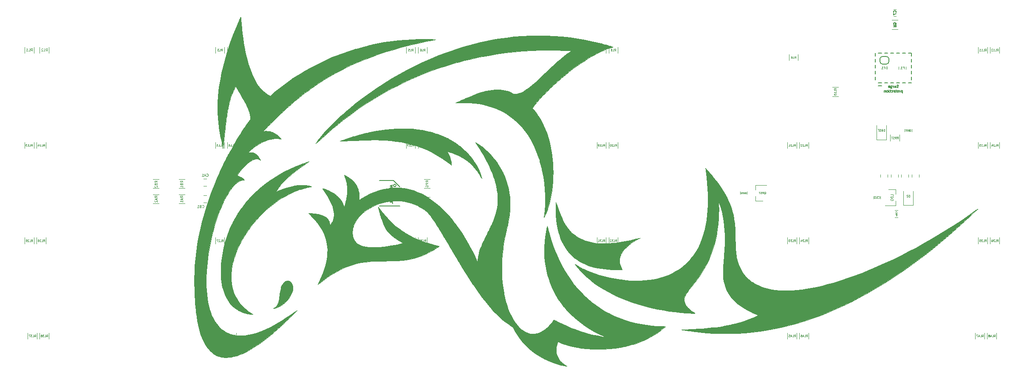
<source format=gbo>
G04 #@! TF.GenerationSoftware,KiCad,Pcbnew,5.0.1*
G04 #@! TF.CreationDate,2019-03-13T00:02:55-03:00*
G04 #@! TF.ProjectId,shark,736861726B2E6B696361645F70636200,V3.1.2*
G04 #@! TF.SameCoordinates,Original*
G04 #@! TF.FileFunction,Legend,Bot*
G04 #@! TF.FilePolarity,Positive*
%FSLAX46Y46*%
G04 Gerber Fmt 4.6, Leading zero omitted, Abs format (unit mm)*
G04 Created by KiCad (PCBNEW 5.0.1) date Wed 13 Mar 2019 12:02:55 AM -03*
%MOMM*%
%LPD*%
G01*
G04 APERTURE LIST*
%ADD10C,0.075000*%
%ADD11C,0.150000*%
%ADD12C,0.100000*%
%ADD13C,0.062500*%
%ADD14C,0.125000*%
%ADD15C,0.127000*%
%ADD16C,0.120000*%
%ADD17C,0.010000*%
G04 APERTURE END LIST*
D10*
X225163892Y-106642107D02*
X225178178Y-106627821D01*
X225192464Y-106584964D01*
X225192464Y-106556392D01*
X225178178Y-106513535D01*
X225149607Y-106484964D01*
X225121035Y-106470678D01*
X225063892Y-106456392D01*
X225021035Y-106456392D01*
X224963892Y-106470678D01*
X224935321Y-106484964D01*
X224906750Y-106513535D01*
X224892464Y-106556392D01*
X224892464Y-106584964D01*
X224906750Y-106627821D01*
X224921035Y-106642107D01*
X225178178Y-106756392D02*
X225192464Y-106799250D01*
X225192464Y-106870678D01*
X225178178Y-106899250D01*
X225163892Y-106913535D01*
X225135321Y-106927821D01*
X225106750Y-106927821D01*
X225078178Y-106913535D01*
X225063892Y-106899250D01*
X225049607Y-106870678D01*
X225035321Y-106813535D01*
X225021035Y-106784964D01*
X225006750Y-106770678D01*
X224978178Y-106756392D01*
X224949607Y-106756392D01*
X224921035Y-106770678D01*
X224906750Y-106784964D01*
X224892464Y-106813535D01*
X224892464Y-106884964D01*
X224906750Y-106927821D01*
X225192464Y-107056392D02*
X224892464Y-107056392D01*
X224992464Y-107199250D02*
X225192464Y-107199250D01*
X225021035Y-107199250D02*
X225006750Y-107213535D01*
X224992464Y-107242107D01*
X224992464Y-107284964D01*
X225006750Y-107313535D01*
X225035321Y-107327821D01*
X225192464Y-107327821D01*
D11*
X224463000Y-74836750D02*
X223869250Y-74836750D01*
X228025500Y-80774250D02*
X227431750Y-80774250D01*
X222088000Y-80774250D02*
X221494250Y-80774250D01*
X220900500Y-74836750D02*
X220900500Y-75430500D01*
X220900500Y-76024250D02*
X220900500Y-76618000D01*
X228025500Y-74836750D02*
X228025500Y-75430500D01*
X228025500Y-76024250D02*
X228025500Y-76618000D01*
D12*
X227726988Y-103155797D02*
X227726988Y-103555797D01*
X227631750Y-103555797D01*
X227574607Y-103536750D01*
X227536511Y-103498654D01*
X227517464Y-103460559D01*
X227498416Y-103384369D01*
X227498416Y-103327226D01*
X227517464Y-103251035D01*
X227536511Y-103212940D01*
X227574607Y-103174845D01*
X227631750Y-103155797D01*
X227726988Y-103155797D01*
X227346035Y-103174845D02*
X227288892Y-103155797D01*
X227193654Y-103155797D01*
X227155559Y-103174845D01*
X227136511Y-103193892D01*
X227117464Y-103231988D01*
X227117464Y-103270083D01*
X227136511Y-103308178D01*
X227155559Y-103327226D01*
X227193654Y-103346273D01*
X227269845Y-103365321D01*
X227307940Y-103384369D01*
X227326988Y-103403416D01*
X227346035Y-103441511D01*
X227346035Y-103479607D01*
X227326988Y-103517702D01*
X227307940Y-103536750D01*
X227269845Y-103555797D01*
X227174607Y-103555797D01*
X227117464Y-103536750D01*
X198728476Y-102962047D02*
X198766571Y-102943000D01*
X198804666Y-102904904D01*
X198861809Y-102847761D01*
X198899904Y-102828714D01*
X198938000Y-102828714D01*
X198918952Y-102923952D02*
X198957047Y-102904904D01*
X198995142Y-102866809D01*
X199014190Y-102790619D01*
X199014190Y-102657285D01*
X198995142Y-102581095D01*
X198957047Y-102543000D01*
X198918952Y-102523952D01*
X198842761Y-102523952D01*
X198804666Y-102543000D01*
X198766571Y-102581095D01*
X198747523Y-102657285D01*
X198747523Y-102790619D01*
X198766571Y-102866809D01*
X198804666Y-102904904D01*
X198842761Y-102923952D01*
X198918952Y-102923952D01*
X198347523Y-102923952D02*
X198480857Y-102733476D01*
X198576095Y-102923952D02*
X198576095Y-102523952D01*
X198423714Y-102523952D01*
X198385619Y-102543000D01*
X198366571Y-102562047D01*
X198347523Y-102600142D01*
X198347523Y-102657285D01*
X198366571Y-102695380D01*
X198385619Y-102714428D01*
X198423714Y-102733476D01*
X198576095Y-102733476D01*
X198195142Y-102904904D02*
X198138000Y-102923952D01*
X198042761Y-102923952D01*
X198004666Y-102904904D01*
X197985619Y-102885857D01*
X197966571Y-102847761D01*
X197966571Y-102809666D01*
X197985619Y-102771571D01*
X198004666Y-102752523D01*
X198042761Y-102733476D01*
X198118952Y-102714428D01*
X198157047Y-102695380D01*
X198176095Y-102676333D01*
X198195142Y-102638238D01*
X198195142Y-102600142D01*
X198176095Y-102562047D01*
X198157047Y-102543000D01*
X198118952Y-102523952D01*
X198023714Y-102523952D01*
X197966571Y-102543000D01*
X197852285Y-102523952D02*
X197623714Y-102523952D01*
X197738000Y-102923952D02*
X197738000Y-102523952D01*
D10*
X227736490Y-90386968D02*
X227750776Y-90401254D01*
X227793633Y-90415540D01*
X227822205Y-90415540D01*
X227865062Y-90401254D01*
X227893633Y-90372683D01*
X227907919Y-90344111D01*
X227922205Y-90286968D01*
X227922205Y-90244111D01*
X227907919Y-90186968D01*
X227893633Y-90158397D01*
X227865062Y-90129826D01*
X227822205Y-90115540D01*
X227793633Y-90115540D01*
X227750776Y-90129826D01*
X227736490Y-90144111D01*
X227436490Y-90415540D02*
X227536490Y-90272683D01*
X227607919Y-90415540D02*
X227607919Y-90115540D01*
X227493633Y-90115540D01*
X227465062Y-90129826D01*
X227450776Y-90144111D01*
X227436490Y-90172683D01*
X227436490Y-90215540D01*
X227450776Y-90244111D01*
X227465062Y-90258397D01*
X227493633Y-90272683D01*
X227607919Y-90272683D01*
X227322205Y-90401254D02*
X227279347Y-90415540D01*
X227207919Y-90415540D01*
X227179347Y-90401254D01*
X227165062Y-90386968D01*
X227150776Y-90358397D01*
X227150776Y-90329826D01*
X227165062Y-90301254D01*
X227179347Y-90286968D01*
X227207919Y-90272683D01*
X227265062Y-90258397D01*
X227293633Y-90244111D01*
X227307919Y-90229826D01*
X227322205Y-90201254D01*
X227322205Y-90172683D01*
X227307919Y-90144111D01*
X227293633Y-90129826D01*
X227265062Y-90115540D01*
X227193633Y-90115540D01*
X227150776Y-90129826D01*
X227065062Y-90115540D02*
X226893633Y-90115540D01*
X226979347Y-90415540D02*
X226979347Y-90115540D01*
D12*
X222735619Y-90455202D02*
X222735619Y-90055202D01*
X222640380Y-90055202D01*
X222583238Y-90074250D01*
X222545142Y-90112345D01*
X222526095Y-90150440D01*
X222507047Y-90226630D01*
X222507047Y-90283773D01*
X222526095Y-90359964D01*
X222545142Y-90398059D01*
X222583238Y-90436154D01*
X222640380Y-90455202D01*
X222735619Y-90455202D01*
X222107047Y-90455202D02*
X222240380Y-90264726D01*
X222335619Y-90455202D02*
X222335619Y-90055202D01*
X222183238Y-90055202D01*
X222145142Y-90074250D01*
X222126095Y-90093297D01*
X222107047Y-90131392D01*
X222107047Y-90188535D01*
X222126095Y-90226630D01*
X222145142Y-90245678D01*
X222183238Y-90264726D01*
X222335619Y-90264726D01*
X221954666Y-90436154D02*
X221897523Y-90455202D01*
X221802285Y-90455202D01*
X221764190Y-90436154D01*
X221745142Y-90417107D01*
X221726095Y-90379011D01*
X221726095Y-90340916D01*
X221745142Y-90302821D01*
X221764190Y-90283773D01*
X221802285Y-90264726D01*
X221878476Y-90245678D01*
X221916571Y-90226630D01*
X221935619Y-90207583D01*
X221954666Y-90169488D01*
X221954666Y-90131392D01*
X221935619Y-90093297D01*
X221916571Y-90074250D01*
X221878476Y-90055202D01*
X221783238Y-90055202D01*
X221726095Y-90074250D01*
X221611809Y-90055202D02*
X221383238Y-90055202D01*
X221497523Y-90455202D02*
X221497523Y-90055202D01*
X225178863Y-91939577D02*
X225312196Y-91749101D01*
X225407435Y-91939577D02*
X225407435Y-91539577D01*
X225255054Y-91539577D01*
X225216958Y-91558625D01*
X225197911Y-91577672D01*
X225178863Y-91615767D01*
X225178863Y-91672910D01*
X225197911Y-91711005D01*
X225216958Y-91730053D01*
X225255054Y-91749101D01*
X225407435Y-91749101D01*
X224778863Y-91939577D02*
X224912196Y-91749101D01*
X225007435Y-91939577D02*
X225007435Y-91539577D01*
X224855054Y-91539577D01*
X224816958Y-91558625D01*
X224797911Y-91577672D01*
X224778863Y-91615767D01*
X224778863Y-91672910D01*
X224797911Y-91711005D01*
X224816958Y-91730053D01*
X224855054Y-91749101D01*
X225007435Y-91749101D01*
X224626482Y-91920529D02*
X224569339Y-91939577D01*
X224474101Y-91939577D01*
X224436006Y-91920529D01*
X224416958Y-91901482D01*
X224397911Y-91863386D01*
X224397911Y-91825291D01*
X224416958Y-91787196D01*
X224436006Y-91768148D01*
X224474101Y-91749101D01*
X224550292Y-91730053D01*
X224588387Y-91711005D01*
X224607435Y-91691958D01*
X224626482Y-91653863D01*
X224626482Y-91615767D01*
X224607435Y-91577672D01*
X224588387Y-91558625D01*
X224550292Y-91539577D01*
X224455054Y-91539577D01*
X224397911Y-91558625D01*
X224283625Y-91539577D02*
X224055054Y-91539577D01*
X224169339Y-91939577D02*
X224169339Y-91539577D01*
D13*
X194993353Y-102832285D02*
X195005258Y-102844190D01*
X195040972Y-102856095D01*
X195064781Y-102856095D01*
X195100496Y-102844190D01*
X195124305Y-102820380D01*
X195136210Y-102796571D01*
X195148115Y-102748952D01*
X195148115Y-102713238D01*
X195136210Y-102665619D01*
X195124305Y-102641809D01*
X195100496Y-102618000D01*
X195064781Y-102606095D01*
X195040972Y-102606095D01*
X195005258Y-102618000D01*
X194993353Y-102629904D01*
X194743353Y-102856095D02*
X194826686Y-102737047D01*
X194886210Y-102856095D02*
X194886210Y-102606095D01*
X194790972Y-102606095D01*
X194767162Y-102618000D01*
X194755258Y-102629904D01*
X194743353Y-102653714D01*
X194743353Y-102689428D01*
X194755258Y-102713238D01*
X194767162Y-102725142D01*
X194790972Y-102737047D01*
X194886210Y-102737047D01*
X194648115Y-102844190D02*
X194612401Y-102856095D01*
X194552877Y-102856095D01*
X194529067Y-102844190D01*
X194517162Y-102832285D01*
X194505258Y-102808476D01*
X194505258Y-102784666D01*
X194517162Y-102760857D01*
X194529067Y-102748952D01*
X194552877Y-102737047D01*
X194600496Y-102725142D01*
X194624305Y-102713238D01*
X194636210Y-102701333D01*
X194648115Y-102677523D01*
X194648115Y-102653714D01*
X194636210Y-102629904D01*
X194624305Y-102618000D01*
X194600496Y-102606095D01*
X194540972Y-102606095D01*
X194505258Y-102618000D01*
X194433829Y-102606095D02*
X194290972Y-102606095D01*
X194362401Y-102856095D02*
X194362401Y-102606095D01*
X194219543Y-102629904D02*
X194207639Y-102618000D01*
X194183829Y-102606095D01*
X194124305Y-102606095D01*
X194100496Y-102618000D01*
X194088591Y-102629904D01*
X194076686Y-102653714D01*
X194076686Y-102677523D01*
X194088591Y-102713238D01*
X194231448Y-102856095D01*
X194076686Y-102856095D01*
D14*
X224392315Y-103276482D02*
X224392315Y-103038386D01*
X223892315Y-103038386D01*
X224392315Y-103443148D02*
X223892315Y-103443148D01*
X223892315Y-103562196D01*
X223916125Y-103633625D01*
X223963744Y-103681244D01*
X224011363Y-103705053D01*
X224106601Y-103728863D01*
X224178029Y-103728863D01*
X224273267Y-103705053D01*
X224320886Y-103681244D01*
X224368505Y-103633625D01*
X224392315Y-103562196D01*
X224392315Y-103443148D01*
X223892315Y-104038386D02*
X223892315Y-104133625D01*
X223916125Y-104181244D01*
X223963744Y-104228863D01*
X224058982Y-104252672D01*
X224225648Y-104252672D01*
X224320886Y-104228863D01*
X224368505Y-104181244D01*
X224392315Y-104133625D01*
X224392315Y-104038386D01*
X224368505Y-103990767D01*
X224320886Y-103943148D01*
X224225648Y-103919339D01*
X224058982Y-103919339D01*
X223963744Y-103943148D01*
X223916125Y-103990767D01*
X223892315Y-104038386D01*
D12*
X221473565Y-103776482D02*
X221492613Y-103795529D01*
X221549755Y-103814577D01*
X221587851Y-103814577D01*
X221644994Y-103795529D01*
X221683089Y-103757434D01*
X221702136Y-103719339D01*
X221721184Y-103643148D01*
X221721184Y-103586005D01*
X221702136Y-103509815D01*
X221683089Y-103471720D01*
X221644994Y-103433625D01*
X221587851Y-103414577D01*
X221549755Y-103414577D01*
X221492613Y-103433625D01*
X221473565Y-103452672D01*
X221321184Y-103795529D02*
X221264041Y-103814577D01*
X221168803Y-103814577D01*
X221130708Y-103795529D01*
X221111660Y-103776482D01*
X221092613Y-103738386D01*
X221092613Y-103700291D01*
X221111660Y-103662196D01*
X221130708Y-103643148D01*
X221168803Y-103624101D01*
X221244994Y-103605053D01*
X221283089Y-103586005D01*
X221302136Y-103566958D01*
X221321184Y-103528863D01*
X221321184Y-103490767D01*
X221302136Y-103452672D01*
X221283089Y-103433625D01*
X221244994Y-103414577D01*
X221149755Y-103414577D01*
X221092613Y-103433625D01*
X220844994Y-103414577D02*
X220768803Y-103414577D01*
X220730708Y-103433625D01*
X220692613Y-103471720D01*
X220673565Y-103547910D01*
X220673565Y-103681244D01*
X220692613Y-103757434D01*
X220730708Y-103795529D01*
X220768803Y-103814577D01*
X220844994Y-103814577D01*
X220883089Y-103795529D01*
X220921184Y-103757434D01*
X220940232Y-103681244D01*
X220940232Y-103547910D01*
X220921184Y-103471720D01*
X220883089Y-103433625D01*
X220844994Y-103414577D01*
D14*
X131744485Y-100539186D02*
X131506390Y-100372520D01*
X131744485Y-100253472D02*
X131244485Y-100253472D01*
X131244485Y-100443948D01*
X131268295Y-100491567D01*
X131292104Y-100515377D01*
X131339723Y-100539186D01*
X131411152Y-100539186D01*
X131458771Y-100515377D01*
X131482580Y-100491567D01*
X131506390Y-100443948D01*
X131506390Y-100253472D01*
X131744485Y-100753472D02*
X131244485Y-100753472D01*
X131244485Y-100943948D01*
X131268295Y-100991567D01*
X131292104Y-101015377D01*
X131339723Y-101039186D01*
X131411152Y-101039186D01*
X131458771Y-101015377D01*
X131482580Y-100991567D01*
X131506390Y-100943948D01*
X131506390Y-100753472D01*
X131268295Y-101515377D02*
X131244485Y-101467758D01*
X131244485Y-101396329D01*
X131268295Y-101324901D01*
X131315914Y-101277282D01*
X131363533Y-101253472D01*
X131458771Y-101229663D01*
X131530199Y-101229663D01*
X131625437Y-101253472D01*
X131673056Y-101277282D01*
X131720675Y-101324901D01*
X131744485Y-101396329D01*
X131744485Y-101443948D01*
X131720675Y-101515377D01*
X131696866Y-101539186D01*
X131530199Y-101539186D01*
X131530199Y-101443948D01*
X131744485Y-104113591D02*
X131506390Y-103946925D01*
X131744485Y-103827877D02*
X131244485Y-103827877D01*
X131244485Y-104018353D01*
X131268295Y-104065972D01*
X131292104Y-104089782D01*
X131339723Y-104113591D01*
X131411152Y-104113591D01*
X131458771Y-104089782D01*
X131482580Y-104065972D01*
X131506390Y-104018353D01*
X131506390Y-103827877D01*
X131720675Y-104304067D02*
X131744485Y-104375496D01*
X131744485Y-104494544D01*
X131720675Y-104542163D01*
X131696866Y-104565972D01*
X131649247Y-104589782D01*
X131601628Y-104589782D01*
X131554009Y-104565972D01*
X131530199Y-104542163D01*
X131506390Y-104494544D01*
X131482580Y-104399305D01*
X131458771Y-104351686D01*
X131434961Y-104327877D01*
X131387342Y-104304067D01*
X131339723Y-104304067D01*
X131292104Y-104327877D01*
X131268295Y-104351686D01*
X131244485Y-104399305D01*
X131244485Y-104518353D01*
X131268295Y-104589782D01*
X131268295Y-105065972D02*
X131244485Y-105018353D01*
X131244485Y-104946925D01*
X131268295Y-104875496D01*
X131315914Y-104827877D01*
X131363533Y-104804067D01*
X131458771Y-104780258D01*
X131530199Y-104780258D01*
X131625437Y-104804067D01*
X131673056Y-104827877D01*
X131720675Y-104875496D01*
X131744485Y-104946925D01*
X131744485Y-104994544D01*
X131720675Y-105065972D01*
X131696866Y-105089782D01*
X131530199Y-105089782D01*
X131530199Y-104994544D01*
D11*
X227431750Y-74836750D02*
X228025500Y-74836750D01*
X220900500Y-79586750D02*
X220900500Y-80180500D01*
X220900500Y-78399250D02*
X220900500Y-78993000D01*
X220900500Y-77211750D02*
X220900500Y-77805500D01*
X222088000Y-81368000D02*
X221494250Y-81368000D01*
X223275500Y-80774250D02*
X222681750Y-80774250D01*
X224463000Y-80774250D02*
X223869250Y-80774250D01*
X225650500Y-80774250D02*
X225056750Y-80774250D01*
X226838000Y-80774250D02*
X226244250Y-80774250D01*
X228025500Y-79586750D02*
X228025500Y-80180500D01*
X228025500Y-78399250D02*
X228025500Y-78993000D01*
X228025500Y-77211750D02*
X228025500Y-77805500D01*
X226244250Y-74836750D02*
X226838000Y-74836750D01*
X226244250Y-74836750D02*
X226838000Y-74836750D01*
X225056750Y-74836750D02*
X225650500Y-74836750D01*
X222681750Y-74836750D02*
X223275500Y-74836750D01*
X221494250Y-74836750D02*
X222088000Y-74836750D01*
D15*
X225442714Y-81722869D02*
X225370142Y-81747059D01*
X225249190Y-81747059D01*
X225200809Y-81722869D01*
X225176619Y-81698678D01*
X225152428Y-81650297D01*
X225152428Y-81601916D01*
X225176619Y-81553535D01*
X225200809Y-81529345D01*
X225249190Y-81505154D01*
X225345952Y-81480964D01*
X225394333Y-81456773D01*
X225418523Y-81432583D01*
X225442714Y-81384202D01*
X225442714Y-81335821D01*
X225418523Y-81287440D01*
X225394333Y-81263250D01*
X225345952Y-81239059D01*
X225225000Y-81239059D01*
X225152428Y-81263250D01*
X224717000Y-81408392D02*
X224717000Y-81747059D01*
X224934714Y-81408392D02*
X224934714Y-81674488D01*
X224910523Y-81722869D01*
X224862142Y-81747059D01*
X224789571Y-81747059D01*
X224741190Y-81722869D01*
X224717000Y-81698678D01*
X224475095Y-81747059D02*
X224475095Y-81408392D01*
X224475095Y-81505154D02*
X224450904Y-81456773D01*
X224426714Y-81432583D01*
X224378333Y-81408392D01*
X224329952Y-81408392D01*
X223942904Y-81408392D02*
X223942904Y-81819630D01*
X223967095Y-81868011D01*
X223991285Y-81892202D01*
X224039666Y-81916392D01*
X224112238Y-81916392D01*
X224160619Y-81892202D01*
X223942904Y-81722869D02*
X223991285Y-81747059D01*
X224088047Y-81747059D01*
X224136428Y-81722869D01*
X224160619Y-81698678D01*
X224184809Y-81650297D01*
X224184809Y-81505154D01*
X224160619Y-81456773D01*
X224136428Y-81432583D01*
X224088047Y-81408392D01*
X223991285Y-81408392D01*
X223942904Y-81432583D01*
X223507476Y-81722869D02*
X223555857Y-81747059D01*
X223652619Y-81747059D01*
X223701000Y-81722869D01*
X223725190Y-81674488D01*
X223725190Y-81480964D01*
X223701000Y-81432583D01*
X223652619Y-81408392D01*
X223555857Y-81408392D01*
X223507476Y-81432583D01*
X223483285Y-81480964D01*
X223483285Y-81529345D01*
X223725190Y-81577726D01*
X226265190Y-82297392D02*
X226265190Y-82805392D01*
X226265190Y-82321583D02*
X226216809Y-82297392D01*
X226120047Y-82297392D01*
X226071666Y-82321583D01*
X226047476Y-82345773D01*
X226023285Y-82394154D01*
X226023285Y-82539297D01*
X226047476Y-82587678D01*
X226071666Y-82611869D01*
X226120047Y-82636059D01*
X226216809Y-82636059D01*
X226265190Y-82611869D01*
X225805571Y-82636059D02*
X225805571Y-82297392D01*
X225805571Y-82394154D02*
X225781380Y-82345773D01*
X225757190Y-82321583D01*
X225708809Y-82297392D01*
X225660428Y-82297392D01*
X225418523Y-82636059D02*
X225466904Y-82611869D01*
X225491095Y-82587678D01*
X225515285Y-82539297D01*
X225515285Y-82394154D01*
X225491095Y-82345773D01*
X225466904Y-82321583D01*
X225418523Y-82297392D01*
X225345952Y-82297392D01*
X225297571Y-82321583D01*
X225273380Y-82345773D01*
X225249190Y-82394154D01*
X225249190Y-82539297D01*
X225273380Y-82587678D01*
X225297571Y-82611869D01*
X225345952Y-82636059D01*
X225418523Y-82636059D01*
X225104047Y-82297392D02*
X224910523Y-82297392D01*
X225031476Y-82128059D02*
X225031476Y-82563488D01*
X225007285Y-82611869D01*
X224958904Y-82636059D01*
X224910523Y-82636059D01*
X224547666Y-82611869D02*
X224596047Y-82636059D01*
X224692809Y-82636059D01*
X224741190Y-82611869D01*
X224765380Y-82563488D01*
X224765380Y-82369964D01*
X224741190Y-82321583D01*
X224692809Y-82297392D01*
X224596047Y-82297392D01*
X224547666Y-82321583D01*
X224523476Y-82369964D01*
X224523476Y-82418345D01*
X224765380Y-82466726D01*
X224088047Y-82611869D02*
X224136428Y-82636059D01*
X224233190Y-82636059D01*
X224281571Y-82611869D01*
X224305761Y-82587678D01*
X224329952Y-82539297D01*
X224329952Y-82394154D01*
X224305761Y-82345773D01*
X224281571Y-82321583D01*
X224233190Y-82297392D01*
X224136428Y-82297392D01*
X224088047Y-82321583D01*
X223942904Y-82297392D02*
X223749380Y-82297392D01*
X223870333Y-82128059D02*
X223870333Y-82563488D01*
X223846142Y-82611869D01*
X223797761Y-82636059D01*
X223749380Y-82636059D01*
X223580047Y-82636059D02*
X223580047Y-82297392D01*
X223580047Y-82128059D02*
X223604238Y-82152250D01*
X223580047Y-82176440D01*
X223555857Y-82152250D01*
X223580047Y-82128059D01*
X223580047Y-82176440D01*
X223265571Y-82636059D02*
X223313952Y-82611869D01*
X223338142Y-82587678D01*
X223362333Y-82539297D01*
X223362333Y-82394154D01*
X223338142Y-82345773D01*
X223313952Y-82321583D01*
X223265571Y-82297392D01*
X223193000Y-82297392D01*
X223144619Y-82321583D01*
X223120428Y-82345773D01*
X223096238Y-82394154D01*
X223096238Y-82539297D01*
X223120428Y-82587678D01*
X223144619Y-82611869D01*
X223193000Y-82636059D01*
X223265571Y-82636059D01*
X222878523Y-82297392D02*
X222878523Y-82636059D01*
X222878523Y-82345773D02*
X222854333Y-82321583D01*
X222805952Y-82297392D01*
X222733380Y-82297392D01*
X222685000Y-82321583D01*
X222660809Y-82369964D01*
X222660809Y-82636059D01*
D16*
G04 #@! TO.C,C7*
X225027377Y-67531125D02*
X224504873Y-67531125D01*
X225027377Y-66111125D02*
X224504873Y-66111125D01*
G04 #@! TO.C,F1*
X225534250Y-78066752D02*
X225534250Y-77544248D01*
X226954250Y-78066752D02*
X226954250Y-77544248D01*
G04 #@! TO.C,R5*
X224164061Y-68286125D02*
X225368189Y-68286125D01*
X224164061Y-70106125D02*
X225368189Y-70106125D01*
G04 #@! TO.C,CRST1*
X228132205Y-90018574D02*
X228132205Y-90541078D01*
X226712205Y-90018574D02*
X226712205Y-90541078D01*
G04 #@! TO.C,CSin1*
X224795498Y-106189250D02*
X225318002Y-106189250D01*
X224795498Y-107609250D02*
X225318002Y-107609250D01*
G04 #@! TO.C,CSout1*
X220487375Y-103894877D02*
X220487375Y-103372373D01*
X221907375Y-103894877D02*
X221907375Y-103372373D01*
G04 #@! TO.C,CRST2*
X195322401Y-102481748D02*
X195322401Y-103004252D01*
X193902401Y-102481748D02*
X193902401Y-103004252D01*
G04 #@! TO.C,CVBus1*
X223971274Y-99579910D02*
X223971274Y-99057406D01*
X225391274Y-99579910D02*
X225391274Y-99057406D01*
G04 #@! TO.C,CVBus2*
X221893149Y-99579910D02*
X221893149Y-99057406D01*
X223313149Y-99579910D02*
X223313149Y-99057406D01*
G04 #@! TO.C,CVBus3*
X226049399Y-99579910D02*
X226049399Y-99057406D01*
X227469399Y-99579910D02*
X227469399Y-99057406D01*
G04 #@! TO.C,CVBus5*
X228127524Y-99579910D02*
X228127524Y-99057406D01*
X229547524Y-99579910D02*
X229547524Y-99057406D01*
G04 #@! TO.C,QRST1*
X196984250Y-104323000D02*
X198444250Y-104323000D01*
X196984250Y-101163000D02*
X199144250Y-101163000D01*
X196984250Y-101163000D02*
X196984250Y-102093000D01*
X196984250Y-104323000D02*
X196984250Y-103393000D01*
G04 #@! TO.C,RPGate1*
X130916231Y-99974425D02*
X132120359Y-99974425D01*
X130916231Y-101794425D02*
X132120359Y-101794425D01*
G04 #@! TO.C,RRST1*
X223849875Y-92360689D02*
X223849875Y-91156561D01*
X225669875Y-92360689D02*
X225669875Y-91156561D01*
G04 #@! TO.C,RSGate1*
X132120359Y-105356925D02*
X130916231Y-105356925D01*
X132120359Y-103536925D02*
X130916231Y-103536925D01*
G04 #@! TO.C,U2*
X224926125Y-102053625D02*
X223466125Y-102053625D01*
X224926125Y-105213625D02*
X222766125Y-105213625D01*
X224926125Y-105213625D02*
X224926125Y-104283625D01*
X224926125Y-102053625D02*
X224926125Y-102983625D01*
G04 #@! TO.C,DRST1*
X221128000Y-92134250D02*
X221128000Y-89274250D01*
X223048000Y-92134250D02*
X221128000Y-92134250D01*
X223048000Y-89274250D02*
X223048000Y-92134250D01*
G04 #@! TO.C,DS1*
X226471750Y-105196750D02*
X226471750Y-102336750D01*
X228391750Y-105196750D02*
X226471750Y-105196750D01*
X228391750Y-102336750D02*
X228391750Y-105196750D01*
G04 #@! TO.C,RL1*
X53185500Y-73640936D02*
X53185500Y-74845064D01*
X51365500Y-73640936D02*
X51365500Y-74845064D01*
G04 #@! TO.C,RL2*
X56154250Y-73640936D02*
X56154250Y-74845064D01*
X54334250Y-73640936D02*
X54334250Y-74845064D01*
G04 #@! TO.C,RL3*
X91185500Y-73640936D02*
X91185500Y-74845064D01*
X89365500Y-73640936D02*
X89365500Y-74845064D01*
G04 #@! TO.C,RL4*
X93560500Y-73640936D02*
X93560500Y-74845064D01*
X91740500Y-73640936D02*
X91740500Y-74845064D01*
G04 #@! TO.C,RL5*
X129185500Y-73640936D02*
X129185500Y-74845064D01*
X127365500Y-73640936D02*
X127365500Y-74845064D01*
G04 #@! TO.C,RL6*
X131560500Y-73640936D02*
X131560500Y-74845064D01*
X129740500Y-73640936D02*
X129740500Y-74845064D01*
G04 #@! TO.C,RL7*
X167185500Y-73640936D02*
X167185500Y-74845064D01*
X165365500Y-73640936D02*
X165365500Y-74845064D01*
G04 #@! TO.C,RL8*
X169560500Y-73640936D02*
X169560500Y-74845064D01*
X167740500Y-73640936D02*
X167740500Y-74845064D01*
G04 #@! TO.C,RL9*
X205483320Y-75124856D02*
X205483320Y-76328984D01*
X203663320Y-75124856D02*
X203663320Y-76328984D01*
G04 #@! TO.C,RL10*
X213488024Y-83465160D02*
X212283896Y-83465160D01*
X213488024Y-81645160D02*
X212283896Y-81645160D01*
G04 #@! TO.C,RL11*
X241365500Y-74845064D02*
X241365500Y-73640936D01*
X243185500Y-74845064D02*
X243185500Y-73640936D01*
G04 #@! TO.C,RL12*
X245560500Y-73640936D02*
X245560500Y-74845064D01*
X243740500Y-73640936D02*
X243740500Y-74845064D01*
G04 #@! TO.C,RL13*
X53185500Y-92640936D02*
X53185500Y-93845064D01*
X51365500Y-92640936D02*
X51365500Y-93845064D01*
G04 #@! TO.C,RL14*
X55560500Y-92640936D02*
X55560500Y-93845064D01*
X53740500Y-92640936D02*
X53740500Y-93845064D01*
G04 #@! TO.C,RL15*
X91185500Y-92640936D02*
X91185500Y-93845064D01*
X89365500Y-92640936D02*
X89365500Y-93845064D01*
G04 #@! TO.C,RL16*
X93560500Y-92640936D02*
X93560500Y-93845064D01*
X91740500Y-92640936D02*
X91740500Y-93845064D01*
G04 #@! TO.C,RL17*
X129185500Y-92640936D02*
X129185500Y-93845064D01*
X127365500Y-92640936D02*
X127365500Y-93845064D01*
G04 #@! TO.C,RL18*
X131560500Y-92640936D02*
X131560500Y-93845064D01*
X129740500Y-92640936D02*
X129740500Y-93845064D01*
G04 #@! TO.C,RL19*
X167185500Y-92640936D02*
X167185500Y-93845064D01*
X165365500Y-92640936D02*
X165365500Y-93845064D01*
G04 #@! TO.C,RL20*
X169560500Y-92640936D02*
X169560500Y-93845064D01*
X167740500Y-92640936D02*
X167740500Y-93845064D01*
G04 #@! TO.C,RL21*
X205185500Y-92640936D02*
X205185500Y-93845064D01*
X203365500Y-92640936D02*
X203365500Y-93845064D01*
G04 #@! TO.C,RL22*
X207560500Y-92640936D02*
X207560500Y-93845064D01*
X205740500Y-92640936D02*
X205740500Y-93845064D01*
G04 #@! TO.C,RL23*
X243185500Y-92640936D02*
X243185500Y-93845064D01*
X241365500Y-92640936D02*
X241365500Y-93845064D01*
G04 #@! TO.C,RL24*
X245560500Y-92640936D02*
X245560500Y-93845064D01*
X243740500Y-92640936D02*
X243740500Y-93845064D01*
G04 #@! TO.C,RL25*
X53185500Y-111640936D02*
X53185500Y-112845064D01*
X51365500Y-111640936D02*
X51365500Y-112845064D01*
G04 #@! TO.C,RL26*
X55560500Y-111640936D02*
X55560500Y-112845064D01*
X53740500Y-111640936D02*
X53740500Y-112845064D01*
G04 #@! TO.C,RL27*
X91185500Y-111640936D02*
X91185500Y-112845064D01*
X89365500Y-111640936D02*
X89365500Y-112845064D01*
G04 #@! TO.C,RL28*
X93560500Y-111640936D02*
X93560500Y-112845064D01*
X91740500Y-111640936D02*
X91740500Y-112845064D01*
G04 #@! TO.C,RL29*
X129185500Y-111640936D02*
X129185500Y-112845064D01*
X127365500Y-111640936D02*
X127365500Y-112845064D01*
G04 #@! TO.C,RL30*
X131560500Y-111640936D02*
X131560500Y-112845064D01*
X129740500Y-111640936D02*
X129740500Y-112845064D01*
G04 #@! TO.C,RL31*
X167185500Y-111640936D02*
X167185500Y-112845064D01*
X165365500Y-111640936D02*
X165365500Y-112845064D01*
G04 #@! TO.C,RL32*
X169560500Y-111640936D02*
X169560500Y-112845064D01*
X167740500Y-111640936D02*
X167740500Y-112845064D01*
G04 #@! TO.C,RL33*
X205185500Y-111640936D02*
X205185500Y-112845064D01*
X203365500Y-111640936D02*
X203365500Y-112845064D01*
G04 #@! TO.C,RL34*
X207560500Y-111640936D02*
X207560500Y-112845064D01*
X205740500Y-111640936D02*
X205740500Y-112845064D01*
G04 #@! TO.C,RL35*
X243185500Y-111640936D02*
X243185500Y-112845064D01*
X241365500Y-111640936D02*
X241365500Y-112845064D01*
G04 #@! TO.C,RL36*
X245560500Y-111640936D02*
X245560500Y-112845064D01*
X243740500Y-111640936D02*
X243740500Y-112845064D01*
G04 #@! TO.C,RL37*
X53779250Y-130640936D02*
X53779250Y-131845064D01*
X51959250Y-130640936D02*
X51959250Y-131845064D01*
G04 #@! TO.C,RL38*
X56154250Y-130640936D02*
X56154250Y-131845064D01*
X54334250Y-130640936D02*
X54334250Y-131845064D01*
G04 #@! TO.C,RL39*
X91185500Y-130640936D02*
X91185500Y-131845064D01*
X89365500Y-130640936D02*
X89365500Y-131845064D01*
G04 #@! TO.C,RL40*
X93560500Y-130640936D02*
X93560500Y-131845064D01*
X91740500Y-130640936D02*
X91740500Y-131845064D01*
G04 #@! TO.C,RL45*
X205185500Y-130640936D02*
X205185500Y-131845064D01*
X203365500Y-130640936D02*
X203365500Y-131845064D01*
G04 #@! TO.C,RL46*
X207560500Y-130640936D02*
X207560500Y-131845064D01*
X205740500Y-130640936D02*
X205740500Y-131845064D01*
G04 #@! TO.C,RL47*
X242591740Y-130640936D02*
X242591740Y-131845064D01*
X240771740Y-130640936D02*
X240771740Y-131845064D01*
G04 #@! TO.C,RL48*
X244966740Y-130640936D02*
X244966740Y-131845064D01*
X243146740Y-130640936D02*
X243146740Y-131845064D01*
D17*
G04 #@! TO.C,L2*
G36*
X93256118Y-107813836D02*
X93202526Y-107909457D01*
X93056081Y-108172132D01*
X92931147Y-108398521D01*
X92823817Y-108596315D01*
X92730178Y-108773208D01*
X92646322Y-108936893D01*
X92568338Y-109095063D01*
X92492314Y-109255411D01*
X92414342Y-109425631D01*
X92330508Y-109613414D01*
X92291991Y-109700782D01*
X91892131Y-110673301D01*
X91539860Y-111663337D01*
X91235402Y-112670052D01*
X90978978Y-113692608D01*
X90770808Y-114730167D01*
X90611116Y-115781891D01*
X90554585Y-116264674D01*
X90532870Y-116492780D01*
X90511828Y-116758411D01*
X90492060Y-117049953D01*
X90474167Y-117355793D01*
X90458751Y-117664316D01*
X90446411Y-117963909D01*
X90437749Y-118242960D01*
X90433366Y-118489854D01*
X90433023Y-118614164D01*
X90447243Y-119250163D01*
X90484727Y-119849106D01*
X90546590Y-120419652D01*
X90633948Y-120970466D01*
X90747919Y-121510206D01*
X90863968Y-121957566D01*
X91025222Y-122480143D01*
X91204996Y-122962330D01*
X91406947Y-123412310D01*
X91634737Y-123838271D01*
X91879865Y-124230326D01*
X92163777Y-124628376D01*
X92453974Y-124982497D01*
X92757708Y-125299551D01*
X93082228Y-125586400D01*
X93434786Y-125849904D01*
X93822631Y-126096927D01*
X93899787Y-126141918D01*
X94340616Y-126374897D01*
X94778071Y-126563031D01*
X95222941Y-126710263D01*
X95686012Y-126820534D01*
X95828733Y-126846764D01*
X95931319Y-126862392D01*
X96057254Y-126878482D01*
X96197589Y-126894242D01*
X96343378Y-126908885D01*
X96485671Y-126921622D01*
X96615519Y-126931664D01*
X96723976Y-126938223D01*
X96802093Y-126940511D01*
X96840920Y-126937738D01*
X96843425Y-126936188D01*
X96826676Y-126918611D01*
X96775972Y-126883517D01*
X96701760Y-126838061D01*
X96691040Y-126831827D01*
X96552009Y-126747106D01*
X96384742Y-126638222D01*
X96200495Y-126512962D01*
X96010524Y-126379114D01*
X95826087Y-126244469D01*
X95664699Y-126121699D01*
X95161645Y-125698943D01*
X94701265Y-125249073D01*
X94283790Y-124772894D01*
X93909449Y-124271210D01*
X93578474Y-123744822D01*
X93291096Y-123194536D01*
X93047546Y-122621153D01*
X92848055Y-122025478D01*
X92692852Y-121408313D01*
X92582170Y-120770461D01*
X92516239Y-120112727D01*
X92495291Y-119435913D01*
X92519555Y-118740822D01*
X92589263Y-118028258D01*
X92704647Y-117299024D01*
X92865935Y-116553923D01*
X92888505Y-116463007D01*
X93046822Y-115883334D01*
X93231415Y-115300311D01*
X93444882Y-114706869D01*
X93689818Y-114095939D01*
X93968821Y-113460451D01*
X94077847Y-113224845D01*
X94139056Y-113100806D01*
X94223148Y-112940048D01*
X94326357Y-112749096D01*
X94444911Y-112534479D01*
X94575045Y-112302724D01*
X94712987Y-112060355D01*
X94854970Y-111813901D01*
X94997225Y-111569890D01*
X95135983Y-111334846D01*
X95267476Y-111115297D01*
X95387936Y-110917771D01*
X95493592Y-110748794D01*
X95580677Y-110614893D01*
X95608319Y-110574271D01*
X95916150Y-110135687D01*
X96207767Y-109733074D01*
X96490250Y-109357258D01*
X96770681Y-108999062D01*
X97056139Y-108649314D01*
X97353703Y-108298838D01*
X97448077Y-108190252D01*
X98131518Y-107438925D01*
X98836780Y-106724120D01*
X99561886Y-106047250D01*
X100304858Y-105409729D01*
X101063722Y-104812972D01*
X101836498Y-104258392D01*
X102621209Y-103747404D01*
X103415879Y-103281422D01*
X104218530Y-102861859D01*
X105027186Y-102490130D01*
X105839868Y-102167649D01*
X105898731Y-102146279D01*
X106100969Y-102077437D01*
X106340260Y-102002759D01*
X106605762Y-101925108D01*
X106886637Y-101847342D01*
X107172042Y-101772324D01*
X107451139Y-101702915D01*
X107713086Y-101641975D01*
X107947043Y-101592364D01*
X108115182Y-101561343D01*
X108254626Y-101536888D01*
X108373375Y-101513759D01*
X108463751Y-101493644D01*
X108518073Y-101478230D01*
X108530214Y-101470141D01*
X108489145Y-101447147D01*
X108405998Y-101418408D01*
X108288935Y-101385719D01*
X108146113Y-101350879D01*
X107985695Y-101315685D01*
X107815838Y-101281932D01*
X107644705Y-101251421D01*
X107480452Y-101225944D01*
X107341930Y-101208445D01*
X106850303Y-101176443D01*
X106327909Y-101183601D01*
X105776019Y-101229654D01*
X105195900Y-101314335D01*
X104588822Y-101437381D01*
X103956053Y-101598526D01*
X103298863Y-101797505D01*
X102618521Y-102034050D01*
X101916297Y-102307898D01*
X101746949Y-102378177D01*
X101417165Y-102516588D01*
X101451669Y-102426302D01*
X101482184Y-102364265D01*
X101537381Y-102269322D01*
X101611912Y-102149541D01*
X101700432Y-102012993D01*
X101797595Y-101867745D01*
X101898055Y-101721868D01*
X101996466Y-101583430D01*
X102087482Y-101460503D01*
X102116762Y-101422427D01*
X102368486Y-101111392D01*
X102637173Y-100804141D01*
X102928689Y-100494590D01*
X103248899Y-100176658D01*
X103603669Y-99844264D01*
X103867165Y-99607298D01*
X104091442Y-99410629D01*
X104316762Y-99217548D01*
X104546581Y-99025425D01*
X104784357Y-98831635D01*
X105033546Y-98633552D01*
X105297606Y-98428545D01*
X105579992Y-98213990D01*
X105884162Y-97987260D01*
X106213574Y-97745726D01*
X106571682Y-97486764D01*
X106961945Y-97207744D01*
X107387819Y-96906042D01*
X107843667Y-96585406D01*
X107916634Y-96531804D01*
X107965217Y-96491256D01*
X107981859Y-96470290D01*
X107978770Y-96468785D01*
X107942855Y-96477650D01*
X107865935Y-96501885D01*
X107754611Y-96539139D01*
X107615486Y-96587062D01*
X107455163Y-96643301D01*
X107280243Y-96705506D01*
X107097331Y-96771326D01*
X106913028Y-96838410D01*
X106733936Y-96904406D01*
X106566659Y-96966964D01*
X106417799Y-97023731D01*
X106389097Y-97034852D01*
X105260627Y-97497021D01*
X104170046Y-97991389D01*
X103117617Y-98517761D01*
X102103605Y-99075942D01*
X101128274Y-99665738D01*
X100191887Y-100286953D01*
X99294708Y-100939393D01*
X98437003Y-101622862D01*
X97619034Y-102337165D01*
X96841065Y-103082107D01*
X96103361Y-103857494D01*
X95406186Y-104663131D01*
X94749803Y-105498822D01*
X94535661Y-105790198D01*
X94357591Y-106039353D01*
X94195268Y-106272795D01*
X94043408Y-106498921D01*
X93896728Y-106726133D01*
X93749943Y-106962830D01*
X93597769Y-107217412D01*
X93434922Y-107498281D01*
X93256118Y-107813836D01*
X93256118Y-107813836D01*
G37*
X93256118Y-107813836D02*
X93202526Y-107909457D01*
X93056081Y-108172132D01*
X92931147Y-108398521D01*
X92823817Y-108596315D01*
X92730178Y-108773208D01*
X92646322Y-108936893D01*
X92568338Y-109095063D01*
X92492314Y-109255411D01*
X92414342Y-109425631D01*
X92330508Y-109613414D01*
X92291991Y-109700782D01*
X91892131Y-110673301D01*
X91539860Y-111663337D01*
X91235402Y-112670052D01*
X90978978Y-113692608D01*
X90770808Y-114730167D01*
X90611116Y-115781891D01*
X90554585Y-116264674D01*
X90532870Y-116492780D01*
X90511828Y-116758411D01*
X90492060Y-117049953D01*
X90474167Y-117355793D01*
X90458751Y-117664316D01*
X90446411Y-117963909D01*
X90437749Y-118242960D01*
X90433366Y-118489854D01*
X90433023Y-118614164D01*
X90447243Y-119250163D01*
X90484727Y-119849106D01*
X90546590Y-120419652D01*
X90633948Y-120970466D01*
X90747919Y-121510206D01*
X90863968Y-121957566D01*
X91025222Y-122480143D01*
X91204996Y-122962330D01*
X91406947Y-123412310D01*
X91634737Y-123838271D01*
X91879865Y-124230326D01*
X92163777Y-124628376D01*
X92453974Y-124982497D01*
X92757708Y-125299551D01*
X93082228Y-125586400D01*
X93434786Y-125849904D01*
X93822631Y-126096927D01*
X93899787Y-126141918D01*
X94340616Y-126374897D01*
X94778071Y-126563031D01*
X95222941Y-126710263D01*
X95686012Y-126820534D01*
X95828733Y-126846764D01*
X95931319Y-126862392D01*
X96057254Y-126878482D01*
X96197589Y-126894242D01*
X96343378Y-126908885D01*
X96485671Y-126921622D01*
X96615519Y-126931664D01*
X96723976Y-126938223D01*
X96802093Y-126940511D01*
X96840920Y-126937738D01*
X96843425Y-126936188D01*
X96826676Y-126918611D01*
X96775972Y-126883517D01*
X96701760Y-126838061D01*
X96691040Y-126831827D01*
X96552009Y-126747106D01*
X96384742Y-126638222D01*
X96200495Y-126512962D01*
X96010524Y-126379114D01*
X95826087Y-126244469D01*
X95664699Y-126121699D01*
X95161645Y-125698943D01*
X94701265Y-125249073D01*
X94283790Y-124772894D01*
X93909449Y-124271210D01*
X93578474Y-123744822D01*
X93291096Y-123194536D01*
X93047546Y-122621153D01*
X92848055Y-122025478D01*
X92692852Y-121408313D01*
X92582170Y-120770461D01*
X92516239Y-120112727D01*
X92495291Y-119435913D01*
X92519555Y-118740822D01*
X92589263Y-118028258D01*
X92704647Y-117299024D01*
X92865935Y-116553923D01*
X92888505Y-116463007D01*
X93046822Y-115883334D01*
X93231415Y-115300311D01*
X93444882Y-114706869D01*
X93689818Y-114095939D01*
X93968821Y-113460451D01*
X94077847Y-113224845D01*
X94139056Y-113100806D01*
X94223148Y-112940048D01*
X94326357Y-112749096D01*
X94444911Y-112534479D01*
X94575045Y-112302724D01*
X94712987Y-112060355D01*
X94854970Y-111813901D01*
X94997225Y-111569890D01*
X95135983Y-111334846D01*
X95267476Y-111115297D01*
X95387936Y-110917771D01*
X95493592Y-110748794D01*
X95580677Y-110614893D01*
X95608319Y-110574271D01*
X95916150Y-110135687D01*
X96207767Y-109733074D01*
X96490250Y-109357258D01*
X96770681Y-108999062D01*
X97056139Y-108649314D01*
X97353703Y-108298838D01*
X97448077Y-108190252D01*
X98131518Y-107438925D01*
X98836780Y-106724120D01*
X99561886Y-106047250D01*
X100304858Y-105409729D01*
X101063722Y-104812972D01*
X101836498Y-104258392D01*
X102621209Y-103747404D01*
X103415879Y-103281422D01*
X104218530Y-102861859D01*
X105027186Y-102490130D01*
X105839868Y-102167649D01*
X105898731Y-102146279D01*
X106100969Y-102077437D01*
X106340260Y-102002759D01*
X106605762Y-101925108D01*
X106886637Y-101847342D01*
X107172042Y-101772324D01*
X107451139Y-101702915D01*
X107713086Y-101641975D01*
X107947043Y-101592364D01*
X108115182Y-101561343D01*
X108254626Y-101536888D01*
X108373375Y-101513759D01*
X108463751Y-101493644D01*
X108518073Y-101478230D01*
X108530214Y-101470141D01*
X108489145Y-101447147D01*
X108405998Y-101418408D01*
X108288935Y-101385719D01*
X108146113Y-101350879D01*
X107985695Y-101315685D01*
X107815838Y-101281932D01*
X107644705Y-101251421D01*
X107480452Y-101225944D01*
X107341930Y-101208445D01*
X106850303Y-101176443D01*
X106327909Y-101183601D01*
X105776019Y-101229654D01*
X105195900Y-101314335D01*
X104588822Y-101437381D01*
X103956053Y-101598526D01*
X103298863Y-101797505D01*
X102618521Y-102034050D01*
X101916297Y-102307898D01*
X101746949Y-102378177D01*
X101417165Y-102516588D01*
X101451669Y-102426302D01*
X101482184Y-102364265D01*
X101537381Y-102269322D01*
X101611912Y-102149541D01*
X101700432Y-102012993D01*
X101797595Y-101867745D01*
X101898055Y-101721868D01*
X101996466Y-101583430D01*
X102087482Y-101460503D01*
X102116762Y-101422427D01*
X102368486Y-101111392D01*
X102637173Y-100804141D01*
X102928689Y-100494590D01*
X103248899Y-100176658D01*
X103603669Y-99844264D01*
X103867165Y-99607298D01*
X104091442Y-99410629D01*
X104316762Y-99217548D01*
X104546581Y-99025425D01*
X104784357Y-98831635D01*
X105033546Y-98633552D01*
X105297606Y-98428545D01*
X105579992Y-98213990D01*
X105884162Y-97987260D01*
X106213574Y-97745726D01*
X106571682Y-97486764D01*
X106961945Y-97207744D01*
X107387819Y-96906042D01*
X107843667Y-96585406D01*
X107916634Y-96531804D01*
X107965217Y-96491256D01*
X107981859Y-96470290D01*
X107978770Y-96468785D01*
X107942855Y-96477650D01*
X107865935Y-96501885D01*
X107754611Y-96539139D01*
X107615486Y-96587062D01*
X107455163Y-96643301D01*
X107280243Y-96705506D01*
X107097331Y-96771326D01*
X106913028Y-96838410D01*
X106733936Y-96904406D01*
X106566659Y-96966964D01*
X106417799Y-97023731D01*
X106389097Y-97034852D01*
X105260627Y-97497021D01*
X104170046Y-97991389D01*
X103117617Y-98517761D01*
X102103605Y-99075942D01*
X101128274Y-99665738D01*
X100191887Y-100286953D01*
X99294708Y-100939393D01*
X98437003Y-101622862D01*
X97619034Y-102337165D01*
X96841065Y-103082107D01*
X96103361Y-103857494D01*
X95406186Y-104663131D01*
X94749803Y-105498822D01*
X94535661Y-105790198D01*
X94357591Y-106039353D01*
X94195268Y-106272795D01*
X94043408Y-106498921D01*
X93896728Y-106726133D01*
X93749943Y-106962830D01*
X93597769Y-107217412D01*
X93434922Y-107498281D01*
X93256118Y-107813836D01*
G36*
X102607219Y-121147394D02*
X102523034Y-121352526D01*
X102445612Y-121585349D01*
X102373859Y-121849586D01*
X102306681Y-122148958D01*
X102242985Y-122487188D01*
X102181676Y-122867998D01*
X102121662Y-123295110D01*
X102109210Y-123390345D01*
X102069651Y-123684953D01*
X102032299Y-123935365D01*
X101995505Y-124148033D01*
X101957623Y-124329414D01*
X101917003Y-124485961D01*
X101871998Y-124624131D01*
X101820958Y-124750379D01*
X101762238Y-124871160D01*
X101704584Y-124975156D01*
X101529185Y-125228521D01*
X101316665Y-125447898D01*
X101065203Y-125635147D01*
X101045787Y-125647290D01*
X100963678Y-125699961D01*
X100902002Y-125743185D01*
X100870596Y-125769921D01*
X100868587Y-125774132D01*
X100893222Y-125773948D01*
X100957906Y-125763024D01*
X101053460Y-125743164D01*
X101170706Y-125716169D01*
X101200231Y-125709029D01*
X101636356Y-125576531D01*
X102060003Y-125395123D01*
X102470369Y-125165334D01*
X102866649Y-124887694D01*
X103248036Y-124562733D01*
X103613728Y-124190983D01*
X103761765Y-124021825D01*
X103849358Y-123909159D01*
X103951891Y-123762468D01*
X104063332Y-123591832D01*
X104177653Y-123407326D01*
X104288824Y-123219031D01*
X104390813Y-123037022D01*
X104477591Y-122871378D01*
X104543128Y-122732177D01*
X104563945Y-122681206D01*
X104679947Y-122327457D01*
X104753087Y-121989161D01*
X104783477Y-121668402D01*
X104771227Y-121367263D01*
X104716448Y-121087827D01*
X104619252Y-120832180D01*
X104479748Y-120602405D01*
X104451556Y-120565718D01*
X104296527Y-120405506D01*
X104125724Y-120291878D01*
X103943069Y-120224589D01*
X103752489Y-120203398D01*
X103557903Y-120228062D01*
X103363240Y-120298340D01*
X103172421Y-120413986D01*
X102989369Y-120574760D01*
X102911288Y-120660926D01*
X102800252Y-120805316D01*
X102699260Y-120966231D01*
X102607219Y-121147394D01*
X102607219Y-121147394D01*
G37*
X102607219Y-121147394D02*
X102523034Y-121352526D01*
X102445612Y-121585349D01*
X102373859Y-121849586D01*
X102306681Y-122148958D01*
X102242985Y-122487188D01*
X102181676Y-122867998D01*
X102121662Y-123295110D01*
X102109210Y-123390345D01*
X102069651Y-123684953D01*
X102032299Y-123935365D01*
X101995505Y-124148033D01*
X101957623Y-124329414D01*
X101917003Y-124485961D01*
X101871998Y-124624131D01*
X101820958Y-124750379D01*
X101762238Y-124871160D01*
X101704584Y-124975156D01*
X101529185Y-125228521D01*
X101316665Y-125447898D01*
X101065203Y-125635147D01*
X101045787Y-125647290D01*
X100963678Y-125699961D01*
X100902002Y-125743185D01*
X100870596Y-125769921D01*
X100868587Y-125774132D01*
X100893222Y-125773948D01*
X100957906Y-125763024D01*
X101053460Y-125743164D01*
X101170706Y-125716169D01*
X101200231Y-125709029D01*
X101636356Y-125576531D01*
X102060003Y-125395123D01*
X102470369Y-125165334D01*
X102866649Y-124887694D01*
X103248036Y-124562733D01*
X103613728Y-124190983D01*
X103761765Y-124021825D01*
X103849358Y-123909159D01*
X103951891Y-123762468D01*
X104063332Y-123591832D01*
X104177653Y-123407326D01*
X104288824Y-123219031D01*
X104390813Y-123037022D01*
X104477591Y-122871378D01*
X104543128Y-122732177D01*
X104563945Y-122681206D01*
X104679947Y-122327457D01*
X104753087Y-121989161D01*
X104783477Y-121668402D01*
X104771227Y-121367263D01*
X104716448Y-121087827D01*
X104619252Y-120832180D01*
X104479748Y-120602405D01*
X104451556Y-120565718D01*
X104296527Y-120405506D01*
X104125724Y-120291878D01*
X103943069Y-120224589D01*
X103752489Y-120203398D01*
X103557903Y-120228062D01*
X103363240Y-120298340D01*
X103172421Y-120413986D01*
X102989369Y-120574760D01*
X102911288Y-120660926D01*
X102800252Y-120805316D01*
X102699260Y-120966231D01*
X102607219Y-121147394D01*
G36*
X94352062Y-67706097D02*
X94315420Y-67785093D01*
X94265382Y-67895625D01*
X94205347Y-68030159D01*
X94138712Y-68181155D01*
X94105217Y-68257647D01*
X93511120Y-69656631D01*
X92961485Y-71031634D01*
X92456221Y-72383083D01*
X91995231Y-73711398D01*
X91578424Y-75017004D01*
X91205709Y-76300325D01*
X90876991Y-77561782D01*
X90592177Y-78801801D01*
X90351175Y-80020805D01*
X90153890Y-81219216D01*
X90000233Y-82397459D01*
X89890106Y-83555955D01*
X89823421Y-84695129D01*
X89800082Y-85815406D01*
X89819997Y-86917206D01*
X89855660Y-87616943D01*
X89887026Y-88058197D01*
X89924162Y-88486963D01*
X89968079Y-88910083D01*
X90019791Y-89334396D01*
X90080312Y-89766743D01*
X90150656Y-90213964D01*
X90231836Y-90682898D01*
X90324865Y-91180386D01*
X90430758Y-91713269D01*
X90541576Y-92246161D01*
X90615587Y-92599062D01*
X90678369Y-92905806D01*
X90730546Y-93169635D01*
X90772741Y-93393790D01*
X90805582Y-93581513D01*
X90829693Y-93736043D01*
X90831728Y-93750363D01*
X90843253Y-93809162D01*
X90855362Y-93837945D01*
X90857762Y-93838560D01*
X90862674Y-93828248D01*
X90869241Y-93798452D01*
X90877740Y-93746750D01*
X90888446Y-93670725D01*
X90901641Y-93567959D01*
X90917600Y-93436033D01*
X90936600Y-93272529D01*
X90958920Y-93075027D01*
X90984836Y-92841110D01*
X91014625Y-92568359D01*
X91048568Y-92254355D01*
X91086938Y-91896680D01*
X91130015Y-91492915D01*
X91169865Y-91117998D01*
X91235992Y-90501038D01*
X91298451Y-89931347D01*
X91357712Y-89405557D01*
X91414247Y-88920304D01*
X91468527Y-88472226D01*
X91521023Y-88057956D01*
X91572206Y-87674131D01*
X91622547Y-87317385D01*
X91672518Y-86984356D01*
X91722589Y-86671678D01*
X91773230Y-86375986D01*
X91824915Y-86093918D01*
X91878113Y-85822107D01*
X91933294Y-85557189D01*
X91975328Y-85365201D01*
X92102397Y-84821797D01*
X92231559Y-84322686D01*
X92365066Y-83861360D01*
X92505168Y-83431315D01*
X92654115Y-83026042D01*
X92814155Y-82639035D01*
X92987540Y-82263787D01*
X93174225Y-81898084D01*
X93405423Y-81465117D01*
X93589185Y-81802663D01*
X93659267Y-81929953D01*
X93737223Y-82068600D01*
X93825497Y-82222770D01*
X93926534Y-82396631D01*
X94042779Y-82594345D01*
X94176677Y-82820082D01*
X94330674Y-83078006D01*
X94507214Y-83372282D01*
X94637598Y-83588992D01*
X94822350Y-83897640D01*
X94983247Y-84170728D01*
X95124190Y-84415241D01*
X95249082Y-84638162D01*
X95361828Y-84846478D01*
X95466328Y-85047172D01*
X95566488Y-85247228D01*
X95582465Y-85279835D01*
X95811860Y-85784606D01*
X95995954Y-86267364D01*
X96134920Y-86728734D01*
X96228929Y-87169349D01*
X96278156Y-87589837D01*
X96286261Y-87841262D01*
X96285790Y-88077434D01*
X96075301Y-88364711D01*
X95830868Y-88703614D01*
X95563351Y-89084511D01*
X95274379Y-89505015D01*
X94965585Y-89962737D01*
X94638596Y-90455289D01*
X94417036Y-90793048D01*
X94333874Y-90923546D01*
X94228663Y-91093754D01*
X94104093Y-91299016D01*
X93962854Y-91534672D01*
X93807635Y-91796064D01*
X93641125Y-92078534D01*
X93466015Y-92377425D01*
X93284994Y-92688076D01*
X93100751Y-93005831D01*
X92915977Y-93326029D01*
X92733361Y-93644015D01*
X92555592Y-93955128D01*
X92385360Y-94254710D01*
X92225356Y-94538104D01*
X92078267Y-94800652D01*
X91946783Y-95037694D01*
X91833596Y-95244572D01*
X91741394Y-95416629D01*
X91686439Y-95522357D01*
X91376371Y-96135474D01*
X91089085Y-96712934D01*
X90820925Y-97262458D01*
X90568233Y-97791765D01*
X90327353Y-98308577D01*
X90094630Y-98820614D01*
X89866404Y-99335597D01*
X89712061Y-99691069D01*
X89093584Y-101178207D01*
X88519066Y-102665593D01*
X87988838Y-104151828D01*
X87503233Y-105635512D01*
X87062580Y-107115248D01*
X86667211Y-108589633D01*
X86317456Y-110057271D01*
X86013645Y-111516761D01*
X85756111Y-112966703D01*
X85545184Y-114405700D01*
X85381195Y-115832350D01*
X85264474Y-117245255D01*
X85195353Y-118643016D01*
X85190166Y-118813433D01*
X85175879Y-119518210D01*
X85171828Y-120249870D01*
X85177675Y-121000439D01*
X85193085Y-121761944D01*
X85217721Y-122526414D01*
X85251244Y-123285874D01*
X85293319Y-124032353D01*
X85343609Y-124757878D01*
X85401777Y-125454475D01*
X85467487Y-126114173D01*
X85516537Y-126539517D01*
X85630123Y-127377466D01*
X85760904Y-128177476D01*
X85908504Y-128938028D01*
X86072546Y-129657605D01*
X86252656Y-130334692D01*
X86448456Y-130967769D01*
X86659570Y-131555320D01*
X86885622Y-132095828D01*
X86903536Y-132135232D01*
X87164427Y-132662593D01*
X87445241Y-133147869D01*
X87744918Y-133589492D01*
X88062397Y-133985895D01*
X88386127Y-134325496D01*
X88571303Y-134495784D01*
X88747450Y-134641202D01*
X88928523Y-134771736D01*
X89128471Y-134897372D01*
X89361249Y-135028097D01*
X89387088Y-135041951D01*
X89705819Y-135199924D01*
X90009145Y-135322638D01*
X90311893Y-135414384D01*
X90628889Y-135479453D01*
X90974959Y-135522131D01*
X91075023Y-135530353D01*
X91550158Y-135545440D01*
X92035821Y-135520108D01*
X92534407Y-135453823D01*
X93048313Y-135346053D01*
X93579931Y-135196266D01*
X94131655Y-135003927D01*
X94705883Y-134768503D01*
X94911182Y-134676487D01*
X95522597Y-134379043D01*
X96155633Y-134036579D01*
X96809495Y-133649666D01*
X97483391Y-133218871D01*
X98176529Y-132744765D01*
X98888114Y-132227916D01*
X99617353Y-131668892D01*
X100363453Y-131068263D01*
X101125619Y-130426598D01*
X101903060Y-129744465D01*
X102342629Y-129346994D01*
X102543610Y-129162250D01*
X102756651Y-128964380D01*
X102979077Y-128756002D01*
X103208218Y-128539732D01*
X103441400Y-128318186D01*
X103675952Y-128093983D01*
X103909200Y-127869739D01*
X104138474Y-127648071D01*
X104361099Y-127431596D01*
X104574405Y-127222929D01*
X104775719Y-127024692D01*
X104962367Y-126839497D01*
X105131679Y-126669964D01*
X105280981Y-126518710D01*
X105407601Y-126388349D01*
X105508867Y-126281501D01*
X105582107Y-126200783D01*
X105624648Y-126148809D01*
X105633819Y-126128199D01*
X105628899Y-126128787D01*
X105605290Y-126144430D01*
X105546907Y-126185344D01*
X105460118Y-126247002D01*
X105351289Y-126324875D01*
X105226790Y-126414435D01*
X105198296Y-126434993D01*
X104319766Y-127054460D01*
X103459376Y-127631539D01*
X102617572Y-128166019D01*
X101794802Y-128657694D01*
X100991511Y-129106351D01*
X100208148Y-129511786D01*
X99445159Y-129873786D01*
X98702990Y-130192144D01*
X97982089Y-130466652D01*
X97282902Y-130697099D01*
X96605876Y-130883279D01*
X95951459Y-131024980D01*
X95320097Y-131121995D01*
X95123365Y-131143533D01*
X94522637Y-131181093D01*
X93943859Y-131173489D01*
X93387441Y-131120875D01*
X92853793Y-131023405D01*
X92343324Y-130881233D01*
X91856447Y-130694511D01*
X91393569Y-130463395D01*
X90955103Y-130188037D01*
X90541457Y-129868593D01*
X90153043Y-129505216D01*
X89843956Y-129163019D01*
X89507926Y-128724917D01*
X89197317Y-128243764D01*
X88912348Y-127720618D01*
X88653238Y-127156537D01*
X88420208Y-126552578D01*
X88213474Y-125909797D01*
X88033258Y-125229252D01*
X87879777Y-124512001D01*
X87753251Y-123759101D01*
X87653898Y-122971610D01*
X87581938Y-122150583D01*
X87537589Y-121297080D01*
X87521072Y-120412157D01*
X87532603Y-119496872D01*
X87572404Y-118552281D01*
X87588988Y-118277318D01*
X87652648Y-117439922D01*
X87735907Y-116597069D01*
X87837994Y-115751072D01*
X87958134Y-114904247D01*
X88095555Y-114058909D01*
X88249484Y-113217373D01*
X88419148Y-112381957D01*
X88603774Y-111554972D01*
X88802587Y-110738736D01*
X89014816Y-109935564D01*
X89239687Y-109147772D01*
X89476427Y-108377673D01*
X89724264Y-107627583D01*
X89982422Y-106899819D01*
X90250131Y-106196695D01*
X90526617Y-105520527D01*
X90811106Y-104873629D01*
X91102824Y-104258318D01*
X91401002Y-103676907D01*
X91704862Y-103131714D01*
X92013634Y-102625052D01*
X92326544Y-102159238D01*
X92642819Y-101736586D01*
X92961685Y-101359412D01*
X93282370Y-101030031D01*
X93377482Y-100942084D01*
X93648823Y-100717617D01*
X93922380Y-100529981D01*
X94194039Y-100381046D01*
X94459691Y-100272686D01*
X94715222Y-100206772D01*
X94956521Y-100185177D01*
X95033383Y-100188173D01*
X95095683Y-100188910D01*
X95131330Y-100182014D01*
X95133422Y-100180000D01*
X95123965Y-100150206D01*
X95084095Y-100094639D01*
X95021014Y-100021666D01*
X94941927Y-99939655D01*
X94860048Y-99862364D01*
X94741785Y-99768927D01*
X94588255Y-99666727D01*
X94412376Y-99563091D01*
X94227066Y-99465348D01*
X94045241Y-99380827D01*
X93929328Y-99334329D01*
X93682728Y-99243228D01*
X93744370Y-99160504D01*
X94041420Y-98766495D01*
X94316125Y-98412232D01*
X94572013Y-98093735D01*
X94812611Y-97807030D01*
X95041447Y-97548143D01*
X95262048Y-97313096D01*
X95477940Y-97097915D01*
X95692651Y-96898624D01*
X95909708Y-96711249D01*
X95938918Y-96687034D01*
X96246332Y-96453267D01*
X96548811Y-96262753D01*
X96844240Y-96116273D01*
X97130502Y-96014603D01*
X97405480Y-95958525D01*
X97667062Y-95948819D01*
X97868726Y-95975715D01*
X97926412Y-95994422D01*
X98014077Y-96029954D01*
X98116485Y-96075973D01*
X98161104Y-96097330D01*
X98375313Y-96201941D01*
X98255574Y-95988515D01*
X98047244Y-95655491D01*
X97822409Y-95369173D01*
X97581679Y-95129918D01*
X97325663Y-94938082D01*
X97054970Y-94794021D01*
X96770210Y-94698092D01*
X96471993Y-94650651D01*
X96160929Y-94652055D01*
X96001976Y-94670997D01*
X95907565Y-94684862D01*
X95834596Y-94693969D01*
X95795779Y-94696780D01*
X95792865Y-94696299D01*
X95804926Y-94677162D01*
X95851783Y-94630622D01*
X95928440Y-94560854D01*
X96029903Y-94472030D01*
X96151174Y-94368328D01*
X96287257Y-94253919D01*
X96433156Y-94132981D01*
X96583875Y-94009688D01*
X96734418Y-93888213D01*
X96879789Y-93772732D01*
X97014993Y-93667418D01*
X97116706Y-93590125D01*
X97662448Y-93203419D01*
X98199987Y-92866725D01*
X98729297Y-92580052D01*
X99250349Y-92343410D01*
X99763114Y-92156806D01*
X100267567Y-92020250D01*
X100763678Y-91933752D01*
X101251421Y-91897318D01*
X101730768Y-91910959D01*
X102201691Y-91974683D01*
X102211902Y-91976637D01*
X102323695Y-91997546D01*
X102393327Y-92007843D01*
X102428402Y-92007134D01*
X102436521Y-91995024D01*
X102425286Y-91971119D01*
X102421921Y-91965731D01*
X102378485Y-91909072D01*
X102305022Y-91825972D01*
X102209133Y-91724117D01*
X102098418Y-91611195D01*
X101980479Y-91494891D01*
X101862917Y-91382894D01*
X101753334Y-91282890D01*
X101704930Y-91240660D01*
X101532972Y-91105282D01*
X101334818Y-90968728D01*
X101123612Y-90838754D01*
X100912500Y-90723116D01*
X100714625Y-90629574D01*
X100583361Y-90578770D01*
X100182098Y-90468213D01*
X99772491Y-90406441D01*
X99350795Y-90392998D01*
X99147264Y-90403251D01*
X99011498Y-90411337D01*
X98924912Y-90411269D01*
X98886534Y-90403009D01*
X98888085Y-90392083D01*
X98912649Y-90367637D01*
X98969262Y-90310925D01*
X99054168Y-90225719D01*
X99163610Y-90115794D01*
X99293835Y-89984921D01*
X99441088Y-89836874D01*
X99601612Y-89675424D01*
X99737486Y-89538726D01*
X100427050Y-88848812D01*
X101087708Y-88196088D01*
X101722290Y-87578079D01*
X102333624Y-86992305D01*
X102924541Y-86436292D01*
X103497869Y-85907561D01*
X104056436Y-85403635D01*
X104603073Y-84922036D01*
X105140608Y-84460289D01*
X105671872Y-84015915D01*
X106199692Y-83586438D01*
X106726898Y-83169380D01*
X107256320Y-82762265D01*
X107790786Y-82362615D01*
X108333125Y-81967954D01*
X108609526Y-81770732D01*
X109772015Y-80972941D01*
X110965943Y-80205850D01*
X112192097Y-79469148D01*
X113451259Y-78762523D01*
X114744219Y-78085665D01*
X116071759Y-77438262D01*
X117434666Y-76820004D01*
X118833725Y-76230581D01*
X120269723Y-75669681D01*
X121743444Y-75136994D01*
X123255674Y-74632207D01*
X124807199Y-74155013D01*
X126398804Y-73705097D01*
X128031275Y-73282151D01*
X129705398Y-72885863D01*
X131421957Y-72515923D01*
X132581665Y-72285438D01*
X132750767Y-72252551D01*
X132903705Y-72222095D01*
X133033257Y-72195566D01*
X133132195Y-72174462D01*
X133193295Y-72160279D01*
X133209482Y-72155386D01*
X133201281Y-72146546D01*
X133146676Y-72137815D01*
X133050063Y-72129288D01*
X132915840Y-72121067D01*
X132748400Y-72113250D01*
X132552142Y-72105936D01*
X132331462Y-72099223D01*
X132090754Y-72093213D01*
X131834417Y-72088003D01*
X131566844Y-72083692D01*
X131292435Y-72080378D01*
X131015583Y-72078164D01*
X130740688Y-72077144D01*
X130472141Y-72077421D01*
X130214343Y-72079093D01*
X129971686Y-72082258D01*
X129967221Y-72082333D01*
X128579276Y-72125458D01*
X127206735Y-72207728D01*
X125842642Y-72329961D01*
X124480040Y-72492976D01*
X123111971Y-72697593D01*
X121731479Y-72944631D01*
X120508616Y-73196074D01*
X120342975Y-73233737D01*
X120135324Y-73283539D01*
X119892499Y-73343659D01*
X119621334Y-73412281D01*
X119328668Y-73487590D01*
X119021334Y-73567766D01*
X118706169Y-73650995D01*
X118390009Y-73735458D01*
X118079689Y-73819338D01*
X117782045Y-73900818D01*
X117503914Y-73978082D01*
X117252130Y-74049312D01*
X117033530Y-74112691D01*
X116854949Y-74166403D01*
X116835622Y-74172396D01*
X115379870Y-74651569D01*
X113942130Y-75176716D01*
X112524575Y-75746882D01*
X111129379Y-76361114D01*
X109758714Y-77018457D01*
X108414753Y-77717958D01*
X107177737Y-78413066D01*
X106379182Y-78889969D01*
X105590381Y-79383886D01*
X104816221Y-79891300D01*
X104061586Y-80408697D01*
X103331361Y-80932562D01*
X102630432Y-81459378D01*
X101963684Y-81985633D01*
X101336003Y-82507811D01*
X100752272Y-83022396D01*
X100680405Y-83088060D01*
X100337074Y-83403102D01*
X100222337Y-83356286D01*
X100097946Y-83298598D01*
X99945993Y-83217416D01*
X99779105Y-83120321D01*
X99609908Y-83014892D01*
X99451029Y-82908710D01*
X99328630Y-82819787D01*
X98938186Y-82493991D01*
X98564824Y-82126833D01*
X98207881Y-81717303D01*
X97866693Y-81264392D01*
X97540596Y-80767088D01*
X97228929Y-80224384D01*
X96931026Y-79635269D01*
X96646225Y-78998733D01*
X96381315Y-78333585D01*
X96144254Y-77665221D01*
X95918660Y-76950582D01*
X95705174Y-76193028D01*
X95504439Y-75395918D01*
X95317097Y-74562611D01*
X95143792Y-73696464D01*
X94985166Y-72800838D01*
X94841861Y-71879093D01*
X94714519Y-70934585D01*
X94603784Y-69970676D01*
X94510298Y-68990724D01*
X94451845Y-68246633D01*
X94436737Y-68044406D01*
X94423449Y-67889052D01*
X94411449Y-67776701D01*
X94400204Y-67703479D01*
X94389178Y-67665516D01*
X94377841Y-67658941D01*
X94371909Y-67666180D01*
X94352062Y-67706097D01*
X94352062Y-67706097D01*
G37*
X94352062Y-67706097D02*
X94315420Y-67785093D01*
X94265382Y-67895625D01*
X94205347Y-68030159D01*
X94138712Y-68181155D01*
X94105217Y-68257647D01*
X93511120Y-69656631D01*
X92961485Y-71031634D01*
X92456221Y-72383083D01*
X91995231Y-73711398D01*
X91578424Y-75017004D01*
X91205709Y-76300325D01*
X90876991Y-77561782D01*
X90592177Y-78801801D01*
X90351175Y-80020805D01*
X90153890Y-81219216D01*
X90000233Y-82397459D01*
X89890106Y-83555955D01*
X89823421Y-84695129D01*
X89800082Y-85815406D01*
X89819997Y-86917206D01*
X89855660Y-87616943D01*
X89887026Y-88058197D01*
X89924162Y-88486963D01*
X89968079Y-88910083D01*
X90019791Y-89334396D01*
X90080312Y-89766743D01*
X90150656Y-90213964D01*
X90231836Y-90682898D01*
X90324865Y-91180386D01*
X90430758Y-91713269D01*
X90541576Y-92246161D01*
X90615587Y-92599062D01*
X90678369Y-92905806D01*
X90730546Y-93169635D01*
X90772741Y-93393790D01*
X90805582Y-93581513D01*
X90829693Y-93736043D01*
X90831728Y-93750363D01*
X90843253Y-93809162D01*
X90855362Y-93837945D01*
X90857762Y-93838560D01*
X90862674Y-93828248D01*
X90869241Y-93798452D01*
X90877740Y-93746750D01*
X90888446Y-93670725D01*
X90901641Y-93567959D01*
X90917600Y-93436033D01*
X90936600Y-93272529D01*
X90958920Y-93075027D01*
X90984836Y-92841110D01*
X91014625Y-92568359D01*
X91048568Y-92254355D01*
X91086938Y-91896680D01*
X91130015Y-91492915D01*
X91169865Y-91117998D01*
X91235992Y-90501038D01*
X91298451Y-89931347D01*
X91357712Y-89405557D01*
X91414247Y-88920304D01*
X91468527Y-88472226D01*
X91521023Y-88057956D01*
X91572206Y-87674131D01*
X91622547Y-87317385D01*
X91672518Y-86984356D01*
X91722589Y-86671678D01*
X91773230Y-86375986D01*
X91824915Y-86093918D01*
X91878113Y-85822107D01*
X91933294Y-85557189D01*
X91975328Y-85365201D01*
X92102397Y-84821797D01*
X92231559Y-84322686D01*
X92365066Y-83861360D01*
X92505168Y-83431315D01*
X92654115Y-83026042D01*
X92814155Y-82639035D01*
X92987540Y-82263787D01*
X93174225Y-81898084D01*
X93405423Y-81465117D01*
X93589185Y-81802663D01*
X93659267Y-81929953D01*
X93737223Y-82068600D01*
X93825497Y-82222770D01*
X93926534Y-82396631D01*
X94042779Y-82594345D01*
X94176677Y-82820082D01*
X94330674Y-83078006D01*
X94507214Y-83372282D01*
X94637598Y-83588992D01*
X94822350Y-83897640D01*
X94983247Y-84170728D01*
X95124190Y-84415241D01*
X95249082Y-84638162D01*
X95361828Y-84846478D01*
X95466328Y-85047172D01*
X95566488Y-85247228D01*
X95582465Y-85279835D01*
X95811860Y-85784606D01*
X95995954Y-86267364D01*
X96134920Y-86728734D01*
X96228929Y-87169349D01*
X96278156Y-87589837D01*
X96286261Y-87841262D01*
X96285790Y-88077434D01*
X96075301Y-88364711D01*
X95830868Y-88703614D01*
X95563351Y-89084511D01*
X95274379Y-89505015D01*
X94965585Y-89962737D01*
X94638596Y-90455289D01*
X94417036Y-90793048D01*
X94333874Y-90923546D01*
X94228663Y-91093754D01*
X94104093Y-91299016D01*
X93962854Y-91534672D01*
X93807635Y-91796064D01*
X93641125Y-92078534D01*
X93466015Y-92377425D01*
X93284994Y-92688076D01*
X93100751Y-93005831D01*
X92915977Y-93326029D01*
X92733361Y-93644015D01*
X92555592Y-93955128D01*
X92385360Y-94254710D01*
X92225356Y-94538104D01*
X92078267Y-94800652D01*
X91946783Y-95037694D01*
X91833596Y-95244572D01*
X91741394Y-95416629D01*
X91686439Y-95522357D01*
X91376371Y-96135474D01*
X91089085Y-96712934D01*
X90820925Y-97262458D01*
X90568233Y-97791765D01*
X90327353Y-98308577D01*
X90094630Y-98820614D01*
X89866404Y-99335597D01*
X89712061Y-99691069D01*
X89093584Y-101178207D01*
X88519066Y-102665593D01*
X87988838Y-104151828D01*
X87503233Y-105635512D01*
X87062580Y-107115248D01*
X86667211Y-108589633D01*
X86317456Y-110057271D01*
X86013645Y-111516761D01*
X85756111Y-112966703D01*
X85545184Y-114405700D01*
X85381195Y-115832350D01*
X85264474Y-117245255D01*
X85195353Y-118643016D01*
X85190166Y-118813433D01*
X85175879Y-119518210D01*
X85171828Y-120249870D01*
X85177675Y-121000439D01*
X85193085Y-121761944D01*
X85217721Y-122526414D01*
X85251244Y-123285874D01*
X85293319Y-124032353D01*
X85343609Y-124757878D01*
X85401777Y-125454475D01*
X85467487Y-126114173D01*
X85516537Y-126539517D01*
X85630123Y-127377466D01*
X85760904Y-128177476D01*
X85908504Y-128938028D01*
X86072546Y-129657605D01*
X86252656Y-130334692D01*
X86448456Y-130967769D01*
X86659570Y-131555320D01*
X86885622Y-132095828D01*
X86903536Y-132135232D01*
X87164427Y-132662593D01*
X87445241Y-133147869D01*
X87744918Y-133589492D01*
X88062397Y-133985895D01*
X88386127Y-134325496D01*
X88571303Y-134495784D01*
X88747450Y-134641202D01*
X88928523Y-134771736D01*
X89128471Y-134897372D01*
X89361249Y-135028097D01*
X89387088Y-135041951D01*
X89705819Y-135199924D01*
X90009145Y-135322638D01*
X90311893Y-135414384D01*
X90628889Y-135479453D01*
X90974959Y-135522131D01*
X91075023Y-135530353D01*
X91550158Y-135545440D01*
X92035821Y-135520108D01*
X92534407Y-135453823D01*
X93048313Y-135346053D01*
X93579931Y-135196266D01*
X94131655Y-135003927D01*
X94705883Y-134768503D01*
X94911182Y-134676487D01*
X95522597Y-134379043D01*
X96155633Y-134036579D01*
X96809495Y-133649666D01*
X97483391Y-133218871D01*
X98176529Y-132744765D01*
X98888114Y-132227916D01*
X99617353Y-131668892D01*
X100363453Y-131068263D01*
X101125619Y-130426598D01*
X101903060Y-129744465D01*
X102342629Y-129346994D01*
X102543610Y-129162250D01*
X102756651Y-128964380D01*
X102979077Y-128756002D01*
X103208218Y-128539732D01*
X103441400Y-128318186D01*
X103675952Y-128093983D01*
X103909200Y-127869739D01*
X104138474Y-127648071D01*
X104361099Y-127431596D01*
X104574405Y-127222929D01*
X104775719Y-127024692D01*
X104962367Y-126839497D01*
X105131679Y-126669964D01*
X105280981Y-126518710D01*
X105407601Y-126388349D01*
X105508867Y-126281501D01*
X105582107Y-126200783D01*
X105624648Y-126148809D01*
X105633819Y-126128199D01*
X105628899Y-126128787D01*
X105605290Y-126144430D01*
X105546907Y-126185344D01*
X105460118Y-126247002D01*
X105351289Y-126324875D01*
X105226790Y-126414435D01*
X105198296Y-126434993D01*
X104319766Y-127054460D01*
X103459376Y-127631539D01*
X102617572Y-128166019D01*
X101794802Y-128657694D01*
X100991511Y-129106351D01*
X100208148Y-129511786D01*
X99445159Y-129873786D01*
X98702990Y-130192144D01*
X97982089Y-130466652D01*
X97282902Y-130697099D01*
X96605876Y-130883279D01*
X95951459Y-131024980D01*
X95320097Y-131121995D01*
X95123365Y-131143533D01*
X94522637Y-131181093D01*
X93943859Y-131173489D01*
X93387441Y-131120875D01*
X92853793Y-131023405D01*
X92343324Y-130881233D01*
X91856447Y-130694511D01*
X91393569Y-130463395D01*
X90955103Y-130188037D01*
X90541457Y-129868593D01*
X90153043Y-129505216D01*
X89843956Y-129163019D01*
X89507926Y-128724917D01*
X89197317Y-128243764D01*
X88912348Y-127720618D01*
X88653238Y-127156537D01*
X88420208Y-126552578D01*
X88213474Y-125909797D01*
X88033258Y-125229252D01*
X87879777Y-124512001D01*
X87753251Y-123759101D01*
X87653898Y-122971610D01*
X87581938Y-122150583D01*
X87537589Y-121297080D01*
X87521072Y-120412157D01*
X87532603Y-119496872D01*
X87572404Y-118552281D01*
X87588988Y-118277318D01*
X87652648Y-117439922D01*
X87735907Y-116597069D01*
X87837994Y-115751072D01*
X87958134Y-114904247D01*
X88095555Y-114058909D01*
X88249484Y-113217373D01*
X88419148Y-112381957D01*
X88603774Y-111554972D01*
X88802587Y-110738736D01*
X89014816Y-109935564D01*
X89239687Y-109147772D01*
X89476427Y-108377673D01*
X89724264Y-107627583D01*
X89982422Y-106899819D01*
X90250131Y-106196695D01*
X90526617Y-105520527D01*
X90811106Y-104873629D01*
X91102824Y-104258318D01*
X91401002Y-103676907D01*
X91704862Y-103131714D01*
X92013634Y-102625052D01*
X92326544Y-102159238D01*
X92642819Y-101736586D01*
X92961685Y-101359412D01*
X93282370Y-101030031D01*
X93377482Y-100942084D01*
X93648823Y-100717617D01*
X93922380Y-100529981D01*
X94194039Y-100381046D01*
X94459691Y-100272686D01*
X94715222Y-100206772D01*
X94956521Y-100185177D01*
X95033383Y-100188173D01*
X95095683Y-100188910D01*
X95131330Y-100182014D01*
X95133422Y-100180000D01*
X95123965Y-100150206D01*
X95084095Y-100094639D01*
X95021014Y-100021666D01*
X94941927Y-99939655D01*
X94860048Y-99862364D01*
X94741785Y-99768927D01*
X94588255Y-99666727D01*
X94412376Y-99563091D01*
X94227066Y-99465348D01*
X94045241Y-99380827D01*
X93929328Y-99334329D01*
X93682728Y-99243228D01*
X93744370Y-99160504D01*
X94041420Y-98766495D01*
X94316125Y-98412232D01*
X94572013Y-98093735D01*
X94812611Y-97807030D01*
X95041447Y-97548143D01*
X95262048Y-97313096D01*
X95477940Y-97097915D01*
X95692651Y-96898624D01*
X95909708Y-96711249D01*
X95938918Y-96687034D01*
X96246332Y-96453267D01*
X96548811Y-96262753D01*
X96844240Y-96116273D01*
X97130502Y-96014603D01*
X97405480Y-95958525D01*
X97667062Y-95948819D01*
X97868726Y-95975715D01*
X97926412Y-95994422D01*
X98014077Y-96029954D01*
X98116485Y-96075973D01*
X98161104Y-96097330D01*
X98375313Y-96201941D01*
X98255574Y-95988515D01*
X98047244Y-95655491D01*
X97822409Y-95369173D01*
X97581679Y-95129918D01*
X97325663Y-94938082D01*
X97054970Y-94794021D01*
X96770210Y-94698092D01*
X96471993Y-94650651D01*
X96160929Y-94652055D01*
X96001976Y-94670997D01*
X95907565Y-94684862D01*
X95834596Y-94693969D01*
X95795779Y-94696780D01*
X95792865Y-94696299D01*
X95804926Y-94677162D01*
X95851783Y-94630622D01*
X95928440Y-94560854D01*
X96029903Y-94472030D01*
X96151174Y-94368328D01*
X96287257Y-94253919D01*
X96433156Y-94132981D01*
X96583875Y-94009688D01*
X96734418Y-93888213D01*
X96879789Y-93772732D01*
X97014993Y-93667418D01*
X97116706Y-93590125D01*
X97662448Y-93203419D01*
X98199987Y-92866725D01*
X98729297Y-92580052D01*
X99250349Y-92343410D01*
X99763114Y-92156806D01*
X100267567Y-92020250D01*
X100763678Y-91933752D01*
X101251421Y-91897318D01*
X101730768Y-91910959D01*
X102201691Y-91974683D01*
X102211902Y-91976637D01*
X102323695Y-91997546D01*
X102393327Y-92007843D01*
X102428402Y-92007134D01*
X102436521Y-91995024D01*
X102425286Y-91971119D01*
X102421921Y-91965731D01*
X102378485Y-91909072D01*
X102305022Y-91825972D01*
X102209133Y-91724117D01*
X102098418Y-91611195D01*
X101980479Y-91494891D01*
X101862917Y-91382894D01*
X101753334Y-91282890D01*
X101704930Y-91240660D01*
X101532972Y-91105282D01*
X101334818Y-90968728D01*
X101123612Y-90838754D01*
X100912500Y-90723116D01*
X100714625Y-90629574D01*
X100583361Y-90578770D01*
X100182098Y-90468213D01*
X99772491Y-90406441D01*
X99350795Y-90392998D01*
X99147264Y-90403251D01*
X99011498Y-90411337D01*
X98924912Y-90411269D01*
X98886534Y-90403009D01*
X98888085Y-90392083D01*
X98912649Y-90367637D01*
X98969262Y-90310925D01*
X99054168Y-90225719D01*
X99163610Y-90115794D01*
X99293835Y-89984921D01*
X99441088Y-89836874D01*
X99601612Y-89675424D01*
X99737486Y-89538726D01*
X100427050Y-88848812D01*
X101087708Y-88196088D01*
X101722290Y-87578079D01*
X102333624Y-86992305D01*
X102924541Y-86436292D01*
X103497869Y-85907561D01*
X104056436Y-85403635D01*
X104603073Y-84922036D01*
X105140608Y-84460289D01*
X105671872Y-84015915D01*
X106199692Y-83586438D01*
X106726898Y-83169380D01*
X107256320Y-82762265D01*
X107790786Y-82362615D01*
X108333125Y-81967954D01*
X108609526Y-81770732D01*
X109772015Y-80972941D01*
X110965943Y-80205850D01*
X112192097Y-79469148D01*
X113451259Y-78762523D01*
X114744219Y-78085665D01*
X116071759Y-77438262D01*
X117434666Y-76820004D01*
X118833725Y-76230581D01*
X120269723Y-75669681D01*
X121743444Y-75136994D01*
X123255674Y-74632207D01*
X124807199Y-74155013D01*
X126398804Y-73705097D01*
X128031275Y-73282151D01*
X129705398Y-72885863D01*
X131421957Y-72515923D01*
X132581665Y-72285438D01*
X132750767Y-72252551D01*
X132903705Y-72222095D01*
X133033257Y-72195566D01*
X133132195Y-72174462D01*
X133193295Y-72160279D01*
X133209482Y-72155386D01*
X133201281Y-72146546D01*
X133146676Y-72137815D01*
X133050063Y-72129288D01*
X132915840Y-72121067D01*
X132748400Y-72113250D01*
X132552142Y-72105936D01*
X132331462Y-72099223D01*
X132090754Y-72093213D01*
X131834417Y-72088003D01*
X131566844Y-72083692D01*
X131292435Y-72080378D01*
X131015583Y-72078164D01*
X130740688Y-72077144D01*
X130472141Y-72077421D01*
X130214343Y-72079093D01*
X129971686Y-72082258D01*
X129967221Y-72082333D01*
X128579276Y-72125458D01*
X127206735Y-72207728D01*
X125842642Y-72329961D01*
X124480040Y-72492976D01*
X123111971Y-72697593D01*
X121731479Y-72944631D01*
X120508616Y-73196074D01*
X120342975Y-73233737D01*
X120135324Y-73283539D01*
X119892499Y-73343659D01*
X119621334Y-73412281D01*
X119328668Y-73487590D01*
X119021334Y-73567766D01*
X118706169Y-73650995D01*
X118390009Y-73735458D01*
X118079689Y-73819338D01*
X117782045Y-73900818D01*
X117503914Y-73978082D01*
X117252130Y-74049312D01*
X117033530Y-74112691D01*
X116854949Y-74166403D01*
X116835622Y-74172396D01*
X115379870Y-74651569D01*
X113942130Y-75176716D01*
X112524575Y-75746882D01*
X111129379Y-76361114D01*
X109758714Y-77018457D01*
X108414753Y-77717958D01*
X107177737Y-78413066D01*
X106379182Y-78889969D01*
X105590381Y-79383886D01*
X104816221Y-79891300D01*
X104061586Y-80408697D01*
X103331361Y-80932562D01*
X102630432Y-81459378D01*
X101963684Y-81985633D01*
X101336003Y-82507811D01*
X100752272Y-83022396D01*
X100680405Y-83088060D01*
X100337074Y-83403102D01*
X100222337Y-83356286D01*
X100097946Y-83298598D01*
X99945993Y-83217416D01*
X99779105Y-83120321D01*
X99609908Y-83014892D01*
X99451029Y-82908710D01*
X99328630Y-82819787D01*
X98938186Y-82493991D01*
X98564824Y-82126833D01*
X98207881Y-81717303D01*
X97866693Y-81264392D01*
X97540596Y-80767088D01*
X97228929Y-80224384D01*
X96931026Y-79635269D01*
X96646225Y-78998733D01*
X96381315Y-78333585D01*
X96144254Y-77665221D01*
X95918660Y-76950582D01*
X95705174Y-76193028D01*
X95504439Y-75395918D01*
X95317097Y-74562611D01*
X95143792Y-73696464D01*
X94985166Y-72800838D01*
X94841861Y-71879093D01*
X94714519Y-70934585D01*
X94603784Y-69970676D01*
X94510298Y-68990724D01*
X94451845Y-68246633D01*
X94436737Y-68044406D01*
X94423449Y-67889052D01*
X94411449Y-67776701D01*
X94400204Y-67703479D01*
X94389178Y-67665516D01*
X94377841Y-67658941D01*
X94371909Y-67666180D01*
X94352062Y-67706097D01*
G36*
X114217840Y-92390706D02*
X114231780Y-92394135D01*
X114272656Y-92395918D01*
X114342452Y-92395982D01*
X114443151Y-92394255D01*
X114576734Y-92390663D01*
X114745186Y-92385134D01*
X114950489Y-92377596D01*
X115194625Y-92367973D01*
X115479579Y-92356196D01*
X115807333Y-92342190D01*
X116179869Y-92325883D01*
X116599172Y-92307201D01*
X117067222Y-92286072D01*
X117068687Y-92286006D01*
X117693409Y-92258416D01*
X118271678Y-92234557D01*
X118807698Y-92214387D01*
X119305674Y-92197866D01*
X119769812Y-92184951D01*
X120204319Y-92175603D01*
X120613398Y-92169780D01*
X121001257Y-92167441D01*
X121372099Y-92168546D01*
X121730132Y-92173051D01*
X122079560Y-92180918D01*
X122424589Y-92192105D01*
X122769424Y-92206570D01*
X123118271Y-92224275D01*
X123159531Y-92226555D01*
X124261125Y-92308611D01*
X125332208Y-92430641D01*
X126374335Y-92593220D01*
X127389054Y-92796919D01*
X128377919Y-93042308D01*
X129342482Y-93329962D01*
X130284294Y-93660452D01*
X131204908Y-94034349D01*
X132105875Y-94452227D01*
X132988748Y-94914656D01*
X133855078Y-95422208D01*
X134706418Y-95975456D01*
X135544320Y-96574972D01*
X136081911Y-96989285D01*
X136183639Y-97068601D01*
X136271425Y-97134568D01*
X136337599Y-97181608D01*
X136374486Y-97204144D01*
X136378938Y-97205248D01*
X136387158Y-97178491D01*
X136388956Y-97110561D01*
X136385113Y-97010572D01*
X136376412Y-96887638D01*
X136363633Y-96750872D01*
X136347560Y-96609388D01*
X136328973Y-96472301D01*
X136308655Y-96348723D01*
X136302866Y-96318317D01*
X136219800Y-95983302D01*
X136098586Y-95623229D01*
X135941454Y-95243871D01*
X135750632Y-94851001D01*
X135698584Y-94752578D01*
X135646314Y-94652690D01*
X135605598Y-94569849D01*
X135581049Y-94513785D01*
X135576217Y-94494624D01*
X135603751Y-94493933D01*
X135672280Y-94506190D01*
X135774236Y-94529428D01*
X135902051Y-94561682D01*
X136048160Y-94600985D01*
X136204995Y-94645373D01*
X136364987Y-94692879D01*
X136494366Y-94733143D01*
X137155344Y-94969850D01*
X137791300Y-95250746D01*
X138402101Y-95575738D01*
X138987615Y-95944731D01*
X139547712Y-96357633D01*
X140082260Y-96814350D01*
X140591128Y-97314786D01*
X141074183Y-97858850D01*
X141343602Y-98195821D01*
X141449456Y-98337559D01*
X141574731Y-98512091D01*
X141712290Y-98708905D01*
X141854999Y-98917488D01*
X141995719Y-99127329D01*
X142127314Y-99327915D01*
X142242650Y-99508734D01*
X142316783Y-99629373D01*
X142371621Y-99718653D01*
X142416779Y-99788293D01*
X142446087Y-99828980D01*
X142453476Y-99835627D01*
X142451743Y-99811648D01*
X142438232Y-99749321D01*
X142415370Y-99659074D01*
X142395349Y-99585755D01*
X142199718Y-98970897D01*
X141957147Y-98351574D01*
X141670417Y-97733753D01*
X141342304Y-97123397D01*
X140975586Y-96526474D01*
X140958558Y-96500536D01*
X140509936Y-95861895D01*
X140025859Y-95255772D01*
X139503824Y-94679467D01*
X138941329Y-94130277D01*
X138335873Y-93605502D01*
X138103451Y-93419326D01*
X137920390Y-93276690D01*
X137756521Y-93151704D01*
X137604536Y-93039533D01*
X137457122Y-92935347D01*
X137306971Y-92834311D01*
X137146770Y-92731592D01*
X136969212Y-92622360D01*
X136766985Y-92501780D01*
X136532778Y-92365020D01*
X136341573Y-92254588D01*
X136106304Y-92119528D01*
X135907689Y-92006621D01*
X135738668Y-91912143D01*
X135592177Y-91832373D01*
X135461156Y-91763583D01*
X135338543Y-91702054D01*
X135217276Y-91644062D01*
X135090295Y-91585880D01*
X134981260Y-91537321D01*
X134586393Y-91368863D01*
X134174155Y-91203648D01*
X133764293Y-91049334D01*
X133376553Y-90913580D01*
X133351755Y-90905304D01*
X132455751Y-90633138D01*
X131532871Y-90403519D01*
X130584017Y-90216457D01*
X129610091Y-90071969D01*
X128611996Y-89970069D01*
X127590635Y-89910768D01*
X126546908Y-89894082D01*
X125481719Y-89920024D01*
X124395971Y-89988606D01*
X123290566Y-90099844D01*
X122166405Y-90253750D01*
X121024391Y-90450340D01*
X119865428Y-90689625D01*
X119817209Y-90700427D01*
X119609400Y-90748724D01*
X119361957Y-90808900D01*
X119083995Y-90878552D01*
X118784633Y-90955279D01*
X118472986Y-91036677D01*
X118158172Y-91120346D01*
X117849308Y-91203883D01*
X117555511Y-91284885D01*
X117285896Y-91360952D01*
X117052064Y-91428946D01*
X116844626Y-91491447D01*
X116619667Y-91561008D01*
X116381839Y-91636050D01*
X116135797Y-91714992D01*
X115886195Y-91796255D01*
X115637686Y-91878261D01*
X115394924Y-91959430D01*
X115162564Y-92038183D01*
X114945258Y-92112940D01*
X114747661Y-92182123D01*
X114574428Y-92244152D01*
X114430210Y-92297448D01*
X114319664Y-92340432D01*
X114247442Y-92371525D01*
X114218197Y-92389145D01*
X114217840Y-92390706D01*
X114217840Y-92390706D01*
G37*
X114217840Y-92390706D02*
X114231780Y-92394135D01*
X114272656Y-92395918D01*
X114342452Y-92395982D01*
X114443151Y-92394255D01*
X114576734Y-92390663D01*
X114745186Y-92385134D01*
X114950489Y-92377596D01*
X115194625Y-92367973D01*
X115479579Y-92356196D01*
X115807333Y-92342190D01*
X116179869Y-92325883D01*
X116599172Y-92307201D01*
X117067222Y-92286072D01*
X117068687Y-92286006D01*
X117693409Y-92258416D01*
X118271678Y-92234557D01*
X118807698Y-92214387D01*
X119305674Y-92197866D01*
X119769812Y-92184951D01*
X120204319Y-92175603D01*
X120613398Y-92169780D01*
X121001257Y-92167441D01*
X121372099Y-92168546D01*
X121730132Y-92173051D01*
X122079560Y-92180918D01*
X122424589Y-92192105D01*
X122769424Y-92206570D01*
X123118271Y-92224275D01*
X123159531Y-92226555D01*
X124261125Y-92308611D01*
X125332208Y-92430641D01*
X126374335Y-92593220D01*
X127389054Y-92796919D01*
X128377919Y-93042308D01*
X129342482Y-93329962D01*
X130284294Y-93660452D01*
X131204908Y-94034349D01*
X132105875Y-94452227D01*
X132988748Y-94914656D01*
X133855078Y-95422208D01*
X134706418Y-95975456D01*
X135544320Y-96574972D01*
X136081911Y-96989285D01*
X136183639Y-97068601D01*
X136271425Y-97134568D01*
X136337599Y-97181608D01*
X136374486Y-97204144D01*
X136378938Y-97205248D01*
X136387158Y-97178491D01*
X136388956Y-97110561D01*
X136385113Y-97010572D01*
X136376412Y-96887638D01*
X136363633Y-96750872D01*
X136347560Y-96609388D01*
X136328973Y-96472301D01*
X136308655Y-96348723D01*
X136302866Y-96318317D01*
X136219800Y-95983302D01*
X136098586Y-95623229D01*
X135941454Y-95243871D01*
X135750632Y-94851001D01*
X135698584Y-94752578D01*
X135646314Y-94652690D01*
X135605598Y-94569849D01*
X135581049Y-94513785D01*
X135576217Y-94494624D01*
X135603751Y-94493933D01*
X135672280Y-94506190D01*
X135774236Y-94529428D01*
X135902051Y-94561682D01*
X136048160Y-94600985D01*
X136204995Y-94645373D01*
X136364987Y-94692879D01*
X136494366Y-94733143D01*
X137155344Y-94969850D01*
X137791300Y-95250746D01*
X138402101Y-95575738D01*
X138987615Y-95944731D01*
X139547712Y-96357633D01*
X140082260Y-96814350D01*
X140591128Y-97314786D01*
X141074183Y-97858850D01*
X141343602Y-98195821D01*
X141449456Y-98337559D01*
X141574731Y-98512091D01*
X141712290Y-98708905D01*
X141854999Y-98917488D01*
X141995719Y-99127329D01*
X142127314Y-99327915D01*
X142242650Y-99508734D01*
X142316783Y-99629373D01*
X142371621Y-99718653D01*
X142416779Y-99788293D01*
X142446087Y-99828980D01*
X142453476Y-99835627D01*
X142451743Y-99811648D01*
X142438232Y-99749321D01*
X142415370Y-99659074D01*
X142395349Y-99585755D01*
X142199718Y-98970897D01*
X141957147Y-98351574D01*
X141670417Y-97733753D01*
X141342304Y-97123397D01*
X140975586Y-96526474D01*
X140958558Y-96500536D01*
X140509936Y-95861895D01*
X140025859Y-95255772D01*
X139503824Y-94679467D01*
X138941329Y-94130277D01*
X138335873Y-93605502D01*
X138103451Y-93419326D01*
X137920390Y-93276690D01*
X137756521Y-93151704D01*
X137604536Y-93039533D01*
X137457122Y-92935347D01*
X137306971Y-92834311D01*
X137146770Y-92731592D01*
X136969212Y-92622360D01*
X136766985Y-92501780D01*
X136532778Y-92365020D01*
X136341573Y-92254588D01*
X136106304Y-92119528D01*
X135907689Y-92006621D01*
X135738668Y-91912143D01*
X135592177Y-91832373D01*
X135461156Y-91763583D01*
X135338543Y-91702054D01*
X135217276Y-91644062D01*
X135090295Y-91585880D01*
X134981260Y-91537321D01*
X134586393Y-91368863D01*
X134174155Y-91203648D01*
X133764293Y-91049334D01*
X133376553Y-90913580D01*
X133351755Y-90905304D01*
X132455751Y-90633138D01*
X131532871Y-90403519D01*
X130584017Y-90216457D01*
X129610091Y-90071969D01*
X128611996Y-89970069D01*
X127590635Y-89910768D01*
X126546908Y-89894082D01*
X125481719Y-89920024D01*
X124395971Y-89988606D01*
X123290566Y-90099844D01*
X122166405Y-90253750D01*
X121024391Y-90450340D01*
X119865428Y-90689625D01*
X119817209Y-90700427D01*
X119609400Y-90748724D01*
X119361957Y-90808900D01*
X119083995Y-90878552D01*
X118784633Y-90955279D01*
X118472986Y-91036677D01*
X118158172Y-91120346D01*
X117849308Y-91203883D01*
X117555511Y-91284885D01*
X117285896Y-91360952D01*
X117052064Y-91428946D01*
X116844626Y-91491447D01*
X116619667Y-91561008D01*
X116381839Y-91636050D01*
X116135797Y-91714992D01*
X115886195Y-91796255D01*
X115637686Y-91878261D01*
X115394924Y-91959430D01*
X115162564Y-92038183D01*
X114945258Y-92112940D01*
X114747661Y-92182123D01*
X114574428Y-92244152D01*
X114430210Y-92297448D01*
X114319664Y-92340432D01*
X114247442Y-92371525D01*
X114218197Y-92389145D01*
X114217840Y-92390706D01*
G36*
X109563958Y-92733708D02*
X109643971Y-92660989D01*
X109752508Y-92561441D01*
X109881017Y-92442958D01*
X110020943Y-92313435D01*
X110163732Y-92180765D01*
X110228649Y-92120269D01*
X110690798Y-91694452D01*
X111185304Y-91248690D01*
X111702434Y-90791487D01*
X112232456Y-90331345D01*
X112765639Y-89876765D01*
X113292250Y-89436252D01*
X113445033Y-89310142D01*
X114882091Y-88159844D01*
X116344309Y-87052946D01*
X117831048Y-85989803D01*
X119341666Y-84970769D01*
X120875525Y-83996200D01*
X122431984Y-83066451D01*
X124010405Y-82181876D01*
X125610146Y-81342832D01*
X127230568Y-80549673D01*
X128871030Y-79802754D01*
X130530895Y-79102430D01*
X132209520Y-78449056D01*
X133906267Y-77842988D01*
X134423359Y-77668908D01*
X134861426Y-77526378D01*
X135335776Y-77377276D01*
X135838626Y-77223790D01*
X136362192Y-77068106D01*
X136898689Y-76912405D01*
X137440336Y-76758877D01*
X137979348Y-76609703D01*
X138507941Y-76467072D01*
X139018333Y-76333167D01*
X139502738Y-76210172D01*
X139953375Y-76100276D01*
X140288075Y-76022409D01*
X142014548Y-75652708D01*
X143733500Y-75328405D01*
X145449991Y-75048901D01*
X147169080Y-74813598D01*
X148895826Y-74621895D01*
X150635287Y-74473196D01*
X152392524Y-74366900D01*
X154172597Y-74302408D01*
X154944238Y-74287410D01*
X155374939Y-74283070D01*
X155837097Y-74281893D01*
X156322381Y-74283719D01*
X156822464Y-74288388D01*
X157329019Y-74295740D01*
X157833717Y-74305613D01*
X158328229Y-74317849D01*
X158804228Y-74332286D01*
X159253386Y-74348765D01*
X159667374Y-74367125D01*
X159993815Y-74384582D01*
X160253749Y-74399841D01*
X159876001Y-74657364D01*
X159605223Y-74845238D01*
X159336215Y-75038806D01*
X159066070Y-75240571D01*
X158791873Y-75453042D01*
X158510718Y-75678720D01*
X158219694Y-75920114D01*
X157915890Y-76179727D01*
X157596398Y-76460064D01*
X157258305Y-76763632D01*
X156898703Y-77092935D01*
X156514681Y-77450478D01*
X156103330Y-77838768D01*
X155661739Y-78260308D01*
X155412123Y-78500294D01*
X155067683Y-78831905D01*
X154756633Y-79130739D01*
X154476043Y-79399535D01*
X154222984Y-79641030D01*
X153994524Y-79857966D01*
X153787735Y-80053083D01*
X153599686Y-80229118D01*
X153427447Y-80388813D01*
X153268088Y-80534905D01*
X153118680Y-80670134D01*
X152976290Y-80797240D01*
X152837991Y-80918962D01*
X152700852Y-81038040D01*
X152661692Y-81071772D01*
X152209810Y-81449858D01*
X151782882Y-81785177D01*
X151379566Y-82078426D01*
X150998521Y-82330300D01*
X150638404Y-82541498D01*
X150297875Y-82712716D01*
X149975593Y-82844650D01*
X149670213Y-82937999D01*
X149380398Y-82993458D01*
X149104803Y-83011726D01*
X148941138Y-83004736D01*
X148862662Y-82996835D01*
X148798034Y-82985643D01*
X148735743Y-82966876D01*
X148664281Y-82936247D01*
X148572134Y-82889469D01*
X148447794Y-82822258D01*
X148440732Y-82818396D01*
X148196243Y-82689688D01*
X147973899Y-82584445D01*
X147755760Y-82494925D01*
X147523889Y-82413383D01*
X147440693Y-82386713D01*
X147001548Y-82268413D01*
X146544969Y-82184389D01*
X146069319Y-82134854D01*
X145572965Y-82120017D01*
X145054270Y-82140089D01*
X144511599Y-82195277D01*
X143943316Y-82285792D01*
X143347785Y-82411845D01*
X142723372Y-82573645D01*
X142068440Y-82771402D01*
X141381355Y-83005327D01*
X140732869Y-83247446D01*
X140585359Y-83305611D01*
X140409546Y-83376561D01*
X140209693Y-83458456D01*
X139990067Y-83549463D01*
X139754933Y-83647746D01*
X139508555Y-83751470D01*
X139255199Y-83858800D01*
X138999130Y-83967900D01*
X138744612Y-84076933D01*
X138495910Y-84184067D01*
X138257290Y-84287464D01*
X138033016Y-84385291D01*
X137827355Y-84475711D01*
X137644570Y-84556890D01*
X137488926Y-84626991D01*
X137364689Y-84684180D01*
X137276124Y-84726620D01*
X137227495Y-84752478D01*
X137219282Y-84759417D01*
X137244650Y-84764177D01*
X137310051Y-84764963D01*
X137404884Y-84761875D01*
X137493043Y-84756803D01*
X137795634Y-84740663D01*
X138136285Y-84729900D01*
X138502547Y-84724504D01*
X138881964Y-84724466D01*
X139262088Y-84729776D01*
X139630464Y-84740424D01*
X139974640Y-84756403D01*
X140014442Y-84758721D01*
X140940859Y-84836311D01*
X141841207Y-84956908D01*
X142715208Y-85120369D01*
X143562578Y-85326548D01*
X144383039Y-85575303D01*
X145176309Y-85866489D01*
X145942108Y-86199962D01*
X146680156Y-86575578D01*
X147390171Y-86993192D01*
X148071872Y-87452662D01*
X148724979Y-87953844D01*
X149349213Y-88496592D01*
X149944291Y-89080763D01*
X150509933Y-89706213D01*
X151045859Y-90372798D01*
X151103025Y-90448681D01*
X151568231Y-91104569D01*
X152005055Y-91791807D01*
X152414833Y-92513003D01*
X152798902Y-93270763D01*
X153158601Y-94067690D01*
X153495265Y-94906391D01*
X153742915Y-95591780D01*
X153797460Y-95757535D01*
X153861333Y-95964428D01*
X153932276Y-96204131D01*
X154008034Y-96468321D01*
X154086348Y-96748670D01*
X154164964Y-97036855D01*
X154241625Y-97324550D01*
X154314073Y-97603429D01*
X154380054Y-97865167D01*
X154437308Y-98101440D01*
X154483581Y-98303921D01*
X154503635Y-98398367D01*
X154721623Y-99589681D01*
X154889026Y-100784292D01*
X155005795Y-101981681D01*
X155071882Y-103181335D01*
X155087240Y-104382734D01*
X155085267Y-104556057D01*
X155073491Y-105017538D01*
X155051848Y-105485814D01*
X155021187Y-105950252D01*
X154982360Y-106400213D01*
X154936216Y-106825061D01*
X154883607Y-107214160D01*
X154861565Y-107353647D01*
X154844193Y-107465136D01*
X154831491Y-107559296D01*
X154824984Y-107623991D01*
X154824918Y-107645176D01*
X154829193Y-107655110D01*
X154838241Y-107650075D01*
X154855689Y-107623949D01*
X154885158Y-107570608D01*
X154930272Y-107483932D01*
X154992469Y-107362096D01*
X155112644Y-107112587D01*
X155239223Y-106825751D01*
X155367343Y-106513794D01*
X155492143Y-106188925D01*
X155608763Y-105863351D01*
X155704681Y-105573588D01*
X155927187Y-104804483D01*
X156120529Y-103998105D01*
X156284311Y-103159053D01*
X156418132Y-102291926D01*
X156521594Y-101401323D01*
X156594297Y-100491843D01*
X156635842Y-99568086D01*
X156645829Y-98634653D01*
X156623859Y-97696140D01*
X156569534Y-96757148D01*
X156519970Y-96182321D01*
X156408236Y-95211059D01*
X156264695Y-94266257D01*
X156089897Y-93349625D01*
X155884389Y-92462870D01*
X155648721Y-91607701D01*
X155383441Y-90785825D01*
X155089098Y-89998953D01*
X154766240Y-89248790D01*
X154415415Y-88537046D01*
X154037173Y-87865430D01*
X153660765Y-87277578D01*
X153399680Y-86909988D01*
X153127372Y-86555628D01*
X152854611Y-86228220D01*
X152709623Y-86066040D01*
X152618739Y-85966032D01*
X152558290Y-85895451D01*
X152523529Y-85847074D01*
X152509707Y-85813686D01*
X152512076Y-85788066D01*
X152518282Y-85775152D01*
X152546840Y-85733711D01*
X152602598Y-85659735D01*
X152680311Y-85559778D01*
X152774734Y-85440395D01*
X152880623Y-85308138D01*
X152992731Y-85169561D01*
X153105812Y-85031219D01*
X153214623Y-84899665D01*
X153307979Y-84788457D01*
X153925665Y-84080692D01*
X154587684Y-83362445D01*
X155289710Y-82637814D01*
X156027415Y-81910896D01*
X156796470Y-81185788D01*
X157592548Y-80466589D01*
X158411320Y-79757396D01*
X159248457Y-79062306D01*
X159936773Y-78512637D01*
X160670798Y-77948521D01*
X161398678Y-77412364D01*
X162118390Y-76905332D01*
X162827916Y-76428590D01*
X163525237Y-75983304D01*
X164208328Y-75570638D01*
X164875171Y-75191759D01*
X165523745Y-74847832D01*
X166152030Y-74540023D01*
X166758004Y-74269495D01*
X167339647Y-74037416D01*
X167894939Y-73844950D01*
X168178033Y-73759356D01*
X168308312Y-73721074D01*
X168419031Y-73686595D01*
X168502025Y-73658617D01*
X168549126Y-73639841D01*
X168556758Y-73634113D01*
X168531107Y-73620342D01*
X168461434Y-73594726D01*
X168352741Y-73558724D01*
X168210033Y-73513799D01*
X168038313Y-73461412D01*
X167842586Y-73403022D01*
X167627854Y-73340092D01*
X167399121Y-73274084D01*
X167161391Y-73206457D01*
X166919668Y-73138673D01*
X166678955Y-73072194D01*
X166444255Y-73008479D01*
X166220572Y-72948992D01*
X166126079Y-72924312D01*
X164593436Y-72552659D01*
X163052716Y-72231076D01*
X161504551Y-71959586D01*
X159949575Y-71738210D01*
X158388420Y-71566970D01*
X156821720Y-71445889D01*
X155250107Y-71374989D01*
X153674215Y-71354291D01*
X152094678Y-71383820D01*
X150512128Y-71463594D01*
X148927198Y-71593639D01*
X147340521Y-71773976D01*
X145752730Y-72004626D01*
X144756974Y-72174904D01*
X143527844Y-72413271D01*
X142275868Y-72687175D01*
X141011611Y-72993888D01*
X139745636Y-73330679D01*
X138488506Y-73694818D01*
X137250784Y-74083573D01*
X136818259Y-74226919D01*
X135241846Y-74782098D01*
X133668515Y-75386532D01*
X132100975Y-76038672D01*
X130541927Y-76736972D01*
X128994077Y-77479887D01*
X127460129Y-78265871D01*
X125942787Y-79093378D01*
X124444756Y-79960862D01*
X122968743Y-80866776D01*
X121517449Y-81809575D01*
X120093580Y-82787715D01*
X118699840Y-83799646D01*
X117338934Y-84843824D01*
X116013568Y-85918705D01*
X115286344Y-86534806D01*
X114733164Y-87017904D01*
X114192214Y-87504123D01*
X113665831Y-87990987D01*
X113156351Y-88476023D01*
X112666110Y-88956757D01*
X112197446Y-89430715D01*
X111752693Y-89895424D01*
X111334190Y-90348409D01*
X110944272Y-90787196D01*
X110585276Y-91209312D01*
X110259538Y-91612283D01*
X109969395Y-91993635D01*
X109717184Y-92350894D01*
X109550072Y-92608374D01*
X109355648Y-92921399D01*
X109563958Y-92733708D01*
X109563958Y-92733708D01*
G37*
X109563958Y-92733708D02*
X109643971Y-92660989D01*
X109752508Y-92561441D01*
X109881017Y-92442958D01*
X110020943Y-92313435D01*
X110163732Y-92180765D01*
X110228649Y-92120269D01*
X110690798Y-91694452D01*
X111185304Y-91248690D01*
X111702434Y-90791487D01*
X112232456Y-90331345D01*
X112765639Y-89876765D01*
X113292250Y-89436252D01*
X113445033Y-89310142D01*
X114882091Y-88159844D01*
X116344309Y-87052946D01*
X117831048Y-85989803D01*
X119341666Y-84970769D01*
X120875525Y-83996200D01*
X122431984Y-83066451D01*
X124010405Y-82181876D01*
X125610146Y-81342832D01*
X127230568Y-80549673D01*
X128871030Y-79802754D01*
X130530895Y-79102430D01*
X132209520Y-78449056D01*
X133906267Y-77842988D01*
X134423359Y-77668908D01*
X134861426Y-77526378D01*
X135335776Y-77377276D01*
X135838626Y-77223790D01*
X136362192Y-77068106D01*
X136898689Y-76912405D01*
X137440336Y-76758877D01*
X137979348Y-76609703D01*
X138507941Y-76467072D01*
X139018333Y-76333167D01*
X139502738Y-76210172D01*
X139953375Y-76100276D01*
X140288075Y-76022409D01*
X142014548Y-75652708D01*
X143733500Y-75328405D01*
X145449991Y-75048901D01*
X147169080Y-74813598D01*
X148895826Y-74621895D01*
X150635287Y-74473196D01*
X152392524Y-74366900D01*
X154172597Y-74302408D01*
X154944238Y-74287410D01*
X155374939Y-74283070D01*
X155837097Y-74281893D01*
X156322381Y-74283719D01*
X156822464Y-74288388D01*
X157329019Y-74295740D01*
X157833717Y-74305613D01*
X158328229Y-74317849D01*
X158804228Y-74332286D01*
X159253386Y-74348765D01*
X159667374Y-74367125D01*
X159993815Y-74384582D01*
X160253749Y-74399841D01*
X159876001Y-74657364D01*
X159605223Y-74845238D01*
X159336215Y-75038806D01*
X159066070Y-75240571D01*
X158791873Y-75453042D01*
X158510718Y-75678720D01*
X158219694Y-75920114D01*
X157915890Y-76179727D01*
X157596398Y-76460064D01*
X157258305Y-76763632D01*
X156898703Y-77092935D01*
X156514681Y-77450478D01*
X156103330Y-77838768D01*
X155661739Y-78260308D01*
X155412123Y-78500294D01*
X155067683Y-78831905D01*
X154756633Y-79130739D01*
X154476043Y-79399535D01*
X154222984Y-79641030D01*
X153994524Y-79857966D01*
X153787735Y-80053083D01*
X153599686Y-80229118D01*
X153427447Y-80388813D01*
X153268088Y-80534905D01*
X153118680Y-80670134D01*
X152976290Y-80797240D01*
X152837991Y-80918962D01*
X152700852Y-81038040D01*
X152661692Y-81071772D01*
X152209810Y-81449858D01*
X151782882Y-81785177D01*
X151379566Y-82078426D01*
X150998521Y-82330300D01*
X150638404Y-82541498D01*
X150297875Y-82712716D01*
X149975593Y-82844650D01*
X149670213Y-82937999D01*
X149380398Y-82993458D01*
X149104803Y-83011726D01*
X148941138Y-83004736D01*
X148862662Y-82996835D01*
X148798034Y-82985643D01*
X148735743Y-82966876D01*
X148664281Y-82936247D01*
X148572134Y-82889469D01*
X148447794Y-82822258D01*
X148440732Y-82818396D01*
X148196243Y-82689688D01*
X147973899Y-82584445D01*
X147755760Y-82494925D01*
X147523889Y-82413383D01*
X147440693Y-82386713D01*
X147001548Y-82268413D01*
X146544969Y-82184389D01*
X146069319Y-82134854D01*
X145572965Y-82120017D01*
X145054270Y-82140089D01*
X144511599Y-82195277D01*
X143943316Y-82285792D01*
X143347785Y-82411845D01*
X142723372Y-82573645D01*
X142068440Y-82771402D01*
X141381355Y-83005327D01*
X140732869Y-83247446D01*
X140585359Y-83305611D01*
X140409546Y-83376561D01*
X140209693Y-83458456D01*
X139990067Y-83549463D01*
X139754933Y-83647746D01*
X139508555Y-83751470D01*
X139255199Y-83858800D01*
X138999130Y-83967900D01*
X138744612Y-84076933D01*
X138495910Y-84184067D01*
X138257290Y-84287464D01*
X138033016Y-84385291D01*
X137827355Y-84475711D01*
X137644570Y-84556890D01*
X137488926Y-84626991D01*
X137364689Y-84684180D01*
X137276124Y-84726620D01*
X137227495Y-84752478D01*
X137219282Y-84759417D01*
X137244650Y-84764177D01*
X137310051Y-84764963D01*
X137404884Y-84761875D01*
X137493043Y-84756803D01*
X137795634Y-84740663D01*
X138136285Y-84729900D01*
X138502547Y-84724504D01*
X138881964Y-84724466D01*
X139262088Y-84729776D01*
X139630464Y-84740424D01*
X139974640Y-84756403D01*
X140014442Y-84758721D01*
X140940859Y-84836311D01*
X141841207Y-84956908D01*
X142715208Y-85120369D01*
X143562578Y-85326548D01*
X144383039Y-85575303D01*
X145176309Y-85866489D01*
X145942108Y-86199962D01*
X146680156Y-86575578D01*
X147390171Y-86993192D01*
X148071872Y-87452662D01*
X148724979Y-87953844D01*
X149349213Y-88496592D01*
X149944291Y-89080763D01*
X150509933Y-89706213D01*
X151045859Y-90372798D01*
X151103025Y-90448681D01*
X151568231Y-91104569D01*
X152005055Y-91791807D01*
X152414833Y-92513003D01*
X152798902Y-93270763D01*
X153158601Y-94067690D01*
X153495265Y-94906391D01*
X153742915Y-95591780D01*
X153797460Y-95757535D01*
X153861333Y-95964428D01*
X153932276Y-96204131D01*
X154008034Y-96468321D01*
X154086348Y-96748670D01*
X154164964Y-97036855D01*
X154241625Y-97324550D01*
X154314073Y-97603429D01*
X154380054Y-97865167D01*
X154437308Y-98101440D01*
X154483581Y-98303921D01*
X154503635Y-98398367D01*
X154721623Y-99589681D01*
X154889026Y-100784292D01*
X155005795Y-101981681D01*
X155071882Y-103181335D01*
X155087240Y-104382734D01*
X155085267Y-104556057D01*
X155073491Y-105017538D01*
X155051848Y-105485814D01*
X155021187Y-105950252D01*
X154982360Y-106400213D01*
X154936216Y-106825061D01*
X154883607Y-107214160D01*
X154861565Y-107353647D01*
X154844193Y-107465136D01*
X154831491Y-107559296D01*
X154824984Y-107623991D01*
X154824918Y-107645176D01*
X154829193Y-107655110D01*
X154838241Y-107650075D01*
X154855689Y-107623949D01*
X154885158Y-107570608D01*
X154930272Y-107483932D01*
X154992469Y-107362096D01*
X155112644Y-107112587D01*
X155239223Y-106825751D01*
X155367343Y-106513794D01*
X155492143Y-106188925D01*
X155608763Y-105863351D01*
X155704681Y-105573588D01*
X155927187Y-104804483D01*
X156120529Y-103998105D01*
X156284311Y-103159053D01*
X156418132Y-102291926D01*
X156521594Y-101401323D01*
X156594297Y-100491843D01*
X156635842Y-99568086D01*
X156645829Y-98634653D01*
X156623859Y-97696140D01*
X156569534Y-96757148D01*
X156519970Y-96182321D01*
X156408236Y-95211059D01*
X156264695Y-94266257D01*
X156089897Y-93349625D01*
X155884389Y-92462870D01*
X155648721Y-91607701D01*
X155383441Y-90785825D01*
X155089098Y-89998953D01*
X154766240Y-89248790D01*
X154415415Y-88537046D01*
X154037173Y-87865430D01*
X153660765Y-87277578D01*
X153399680Y-86909988D01*
X153127372Y-86555628D01*
X152854611Y-86228220D01*
X152709623Y-86066040D01*
X152618739Y-85966032D01*
X152558290Y-85895451D01*
X152523529Y-85847074D01*
X152509707Y-85813686D01*
X152512076Y-85788066D01*
X152518282Y-85775152D01*
X152546840Y-85733711D01*
X152602598Y-85659735D01*
X152680311Y-85559778D01*
X152774734Y-85440395D01*
X152880623Y-85308138D01*
X152992731Y-85169561D01*
X153105812Y-85031219D01*
X153214623Y-84899665D01*
X153307979Y-84788457D01*
X153925665Y-84080692D01*
X154587684Y-83362445D01*
X155289710Y-82637814D01*
X156027415Y-81910896D01*
X156796470Y-81185788D01*
X157592548Y-80466589D01*
X158411320Y-79757396D01*
X159248457Y-79062306D01*
X159936773Y-78512637D01*
X160670798Y-77948521D01*
X161398678Y-77412364D01*
X162118390Y-76905332D01*
X162827916Y-76428590D01*
X163525237Y-75983304D01*
X164208328Y-75570638D01*
X164875171Y-75191759D01*
X165523745Y-74847832D01*
X166152030Y-74540023D01*
X166758004Y-74269495D01*
X167339647Y-74037416D01*
X167894939Y-73844950D01*
X168178033Y-73759356D01*
X168308312Y-73721074D01*
X168419031Y-73686595D01*
X168502025Y-73658617D01*
X168549126Y-73639841D01*
X168556758Y-73634113D01*
X168531107Y-73620342D01*
X168461434Y-73594726D01*
X168352741Y-73558724D01*
X168210033Y-73513799D01*
X168038313Y-73461412D01*
X167842586Y-73403022D01*
X167627854Y-73340092D01*
X167399121Y-73274084D01*
X167161391Y-73206457D01*
X166919668Y-73138673D01*
X166678955Y-73072194D01*
X166444255Y-73008479D01*
X166220572Y-72948992D01*
X166126079Y-72924312D01*
X164593436Y-72552659D01*
X163052716Y-72231076D01*
X161504551Y-71959586D01*
X159949575Y-71738210D01*
X158388420Y-71566970D01*
X156821720Y-71445889D01*
X155250107Y-71374989D01*
X153674215Y-71354291D01*
X152094678Y-71383820D01*
X150512128Y-71463594D01*
X148927198Y-71593639D01*
X147340521Y-71773976D01*
X145752730Y-72004626D01*
X144756974Y-72174904D01*
X143527844Y-72413271D01*
X142275868Y-72687175D01*
X141011611Y-72993888D01*
X139745636Y-73330679D01*
X138488506Y-73694818D01*
X137250784Y-74083573D01*
X136818259Y-74226919D01*
X135241846Y-74782098D01*
X133668515Y-75386532D01*
X132100975Y-76038672D01*
X130541927Y-76736972D01*
X128994077Y-77479887D01*
X127460129Y-78265871D01*
X125942787Y-79093378D01*
X124444756Y-79960862D01*
X122968743Y-80866776D01*
X121517449Y-81809575D01*
X120093580Y-82787715D01*
X118699840Y-83799646D01*
X117338934Y-84843824D01*
X116013568Y-85918705D01*
X115286344Y-86534806D01*
X114733164Y-87017904D01*
X114192214Y-87504123D01*
X113665831Y-87990987D01*
X113156351Y-88476023D01*
X112666110Y-88956757D01*
X112197446Y-89430715D01*
X111752693Y-89895424D01*
X111334190Y-90348409D01*
X110944272Y-90787196D01*
X110585276Y-91209312D01*
X110259538Y-91612283D01*
X109969395Y-91993635D01*
X109717184Y-92350894D01*
X109550072Y-92608374D01*
X109355648Y-92921399D01*
X109563958Y-92733708D01*
G36*
X157181090Y-104660004D02*
X157175856Y-104723004D01*
X157171391Y-104818343D01*
X157167481Y-104950642D01*
X157163907Y-105124520D01*
X157160468Y-105343564D01*
X157164129Y-106290378D01*
X157202473Y-107200082D01*
X157275507Y-108072690D01*
X157383235Y-108908211D01*
X157525664Y-109706659D01*
X157702798Y-110468044D01*
X157914644Y-111192380D01*
X158161205Y-111879679D01*
X158442489Y-112529951D01*
X158758501Y-113143210D01*
X159109245Y-113719468D01*
X159494728Y-114258735D01*
X159914954Y-114761027D01*
X160369929Y-115226352D01*
X160859660Y-115654723D01*
X161384150Y-116046154D01*
X161943405Y-116400655D01*
X162215501Y-116553030D01*
X162722264Y-116808252D01*
X163246849Y-117037739D01*
X163791946Y-117242012D01*
X164360241Y-117421599D01*
X164954426Y-117577021D01*
X165577190Y-117708803D01*
X166231221Y-117817467D01*
X166919208Y-117903539D01*
X167643841Y-117967542D01*
X168407809Y-118009999D01*
X169213801Y-118031433D01*
X169820274Y-118034150D01*
X169987459Y-118033250D01*
X170136504Y-118032025D01*
X170260298Y-118030567D01*
X170351736Y-118028971D01*
X170403708Y-118027328D01*
X170412987Y-118026368D01*
X170403705Y-118002897D01*
X170376134Y-117943044D01*
X170334566Y-117855929D01*
X170284627Y-117753395D01*
X170115352Y-117364585D01*
X169994956Y-116985083D01*
X169923067Y-116611735D01*
X169899313Y-116241391D01*
X169923324Y-115870902D01*
X169994729Y-115497114D01*
X170011417Y-115433520D01*
X170068076Y-115264610D01*
X170151227Y-115068853D01*
X170254505Y-114858145D01*
X170371545Y-114644385D01*
X170495980Y-114439466D01*
X170621445Y-114255286D01*
X170689937Y-114165447D01*
X171008570Y-113801276D01*
X171377312Y-113441701D01*
X171795642Y-113087124D01*
X172263043Y-112737949D01*
X172778997Y-112394583D01*
X173342984Y-112057428D01*
X173521332Y-111957628D01*
X173651123Y-111885707D01*
X173764528Y-111822166D01*
X173854439Y-111771044D01*
X173913749Y-111736383D01*
X173935308Y-111722330D01*
X173913202Y-111725578D01*
X173847752Y-111739751D01*
X173744897Y-111763449D01*
X173610575Y-111795275D01*
X173450726Y-111833833D01*
X173271288Y-111877723D01*
X173197109Y-111896027D01*
X172587130Y-112043804D01*
X172017995Y-112174986D01*
X171482977Y-112290804D01*
X170975345Y-112392481D01*
X170488374Y-112481246D01*
X170015334Y-112558322D01*
X169549497Y-112624939D01*
X169084135Y-112682321D01*
X168612959Y-112731654D01*
X167777345Y-112795204D01*
X166976535Y-112821962D01*
X166210148Y-112811785D01*
X165477808Y-112764523D01*
X164779132Y-112680031D01*
X164113743Y-112558162D01*
X163481261Y-112398770D01*
X162881306Y-112201707D01*
X162313498Y-111966828D01*
X161777460Y-111693985D01*
X161272810Y-111383032D01*
X160799169Y-111033822D01*
X160356158Y-110646209D01*
X159943398Y-110220045D01*
X159560508Y-109755185D01*
X159207111Y-109251482D01*
X159078925Y-109047316D01*
X158906215Y-108754029D01*
X158741113Y-108453132D01*
X158581116Y-108139038D01*
X158423722Y-107806157D01*
X158266426Y-107448899D01*
X158106725Y-107061677D01*
X157942117Y-106638901D01*
X157770096Y-106174982D01*
X157679607Y-105923270D01*
X157577298Y-105636204D01*
X157490614Y-105393450D01*
X157418234Y-105191431D01*
X157358831Y-105026570D01*
X157311084Y-104895290D01*
X157273670Y-104794013D01*
X157245265Y-104719162D01*
X157224545Y-104667160D01*
X157210187Y-104634430D01*
X157200869Y-104617396D01*
X157195267Y-104612479D01*
X157194737Y-104612545D01*
X157187312Y-104624725D01*
X157181090Y-104660004D01*
X157181090Y-104660004D01*
G37*
X157181090Y-104660004D02*
X157175856Y-104723004D01*
X157171391Y-104818343D01*
X157167481Y-104950642D01*
X157163907Y-105124520D01*
X157160468Y-105343564D01*
X157164129Y-106290378D01*
X157202473Y-107200082D01*
X157275507Y-108072690D01*
X157383235Y-108908211D01*
X157525664Y-109706659D01*
X157702798Y-110468044D01*
X157914644Y-111192380D01*
X158161205Y-111879679D01*
X158442489Y-112529951D01*
X158758501Y-113143210D01*
X159109245Y-113719468D01*
X159494728Y-114258735D01*
X159914954Y-114761027D01*
X160369929Y-115226352D01*
X160859660Y-115654723D01*
X161384150Y-116046154D01*
X161943405Y-116400655D01*
X162215501Y-116553030D01*
X162722264Y-116808252D01*
X163246849Y-117037739D01*
X163791946Y-117242012D01*
X164360241Y-117421599D01*
X164954426Y-117577021D01*
X165577190Y-117708803D01*
X166231221Y-117817467D01*
X166919208Y-117903539D01*
X167643841Y-117967542D01*
X168407809Y-118009999D01*
X169213801Y-118031433D01*
X169820274Y-118034150D01*
X169987459Y-118033250D01*
X170136504Y-118032025D01*
X170260298Y-118030567D01*
X170351736Y-118028971D01*
X170403708Y-118027328D01*
X170412987Y-118026368D01*
X170403705Y-118002897D01*
X170376134Y-117943044D01*
X170334566Y-117855929D01*
X170284627Y-117753395D01*
X170115352Y-117364585D01*
X169994956Y-116985083D01*
X169923067Y-116611735D01*
X169899313Y-116241391D01*
X169923324Y-115870902D01*
X169994729Y-115497114D01*
X170011417Y-115433520D01*
X170068076Y-115264610D01*
X170151227Y-115068853D01*
X170254505Y-114858145D01*
X170371545Y-114644385D01*
X170495980Y-114439466D01*
X170621445Y-114255286D01*
X170689937Y-114165447D01*
X171008570Y-113801276D01*
X171377312Y-113441701D01*
X171795642Y-113087124D01*
X172263043Y-112737949D01*
X172778997Y-112394583D01*
X173342984Y-112057428D01*
X173521332Y-111957628D01*
X173651123Y-111885707D01*
X173764528Y-111822166D01*
X173854439Y-111771044D01*
X173913749Y-111736383D01*
X173935308Y-111722330D01*
X173913202Y-111725578D01*
X173847752Y-111739751D01*
X173744897Y-111763449D01*
X173610575Y-111795275D01*
X173450726Y-111833833D01*
X173271288Y-111877723D01*
X173197109Y-111896027D01*
X172587130Y-112043804D01*
X172017995Y-112174986D01*
X171482977Y-112290804D01*
X170975345Y-112392481D01*
X170488374Y-112481246D01*
X170015334Y-112558322D01*
X169549497Y-112624939D01*
X169084135Y-112682321D01*
X168612959Y-112731654D01*
X167777345Y-112795204D01*
X166976535Y-112821962D01*
X166210148Y-112811785D01*
X165477808Y-112764523D01*
X164779132Y-112680031D01*
X164113743Y-112558162D01*
X163481261Y-112398770D01*
X162881306Y-112201707D01*
X162313498Y-111966828D01*
X161777460Y-111693985D01*
X161272810Y-111383032D01*
X160799169Y-111033822D01*
X160356158Y-110646209D01*
X159943398Y-110220045D01*
X159560508Y-109755185D01*
X159207111Y-109251482D01*
X159078925Y-109047316D01*
X158906215Y-108754029D01*
X158741113Y-108453132D01*
X158581116Y-108139038D01*
X158423722Y-107806157D01*
X158266426Y-107448899D01*
X158106725Y-107061677D01*
X157942117Y-106638901D01*
X157770096Y-106174982D01*
X157679607Y-105923270D01*
X157577298Y-105636204D01*
X157490614Y-105393450D01*
X157418234Y-105191431D01*
X157358831Y-105026570D01*
X157311084Y-104895290D01*
X157273670Y-104794013D01*
X157245265Y-104719162D01*
X157224545Y-104667160D01*
X157210187Y-104634430D01*
X157200869Y-104617396D01*
X157195267Y-104612479D01*
X157194737Y-104612545D01*
X157187312Y-104624725D01*
X157181090Y-104660004D01*
G36*
X110692726Y-101839275D02*
X110698832Y-101857627D01*
X110714115Y-101888527D01*
X110740830Y-101935643D01*
X110781237Y-102002638D01*
X110837592Y-102093177D01*
X110912155Y-102210927D01*
X111007181Y-102359550D01*
X111124930Y-102542713D01*
X111267659Y-102764080D01*
X111299048Y-102812714D01*
X111479006Y-103092822D01*
X111634036Y-103337344D01*
X111767861Y-103552643D01*
X111884206Y-103745079D01*
X111986795Y-103921015D01*
X112079353Y-104086815D01*
X112165602Y-104248837D01*
X112249269Y-104413446D01*
X112317319Y-104552255D01*
X112541012Y-105053230D01*
X112718099Y-105535222D01*
X112848682Y-105999222D01*
X112932863Y-106446220D01*
X112970746Y-106877208D01*
X112962433Y-107293177D01*
X112908026Y-107695116D01*
X112807628Y-108084018D01*
X112709853Y-108349472D01*
X112662418Y-108451070D01*
X112595660Y-108577330D01*
X112516393Y-108716948D01*
X112431433Y-108858617D01*
X112347594Y-108991032D01*
X112271690Y-109102885D01*
X112210535Y-109182872D01*
X112201000Y-109193694D01*
X112176752Y-109217659D01*
X112161301Y-109219556D01*
X112151608Y-109191898D01*
X112144627Y-109127197D01*
X112138743Y-109040433D01*
X112117812Y-108868347D01*
X112078283Y-108678843D01*
X112025031Y-108489554D01*
X111962934Y-108318114D01*
X111905594Y-108197354D01*
X111775752Y-107989152D01*
X111632776Y-107811615D01*
X111467338Y-107655991D01*
X111270113Y-107513531D01*
X111031777Y-107375483D01*
X111027159Y-107373040D01*
X110812843Y-107267585D01*
X110598869Y-107179447D01*
X110372219Y-107104271D01*
X110119873Y-107037707D01*
X109851184Y-106979806D01*
X109716786Y-106955356D01*
X109557129Y-106929879D01*
X109378455Y-106904041D01*
X109187008Y-106878506D01*
X108989029Y-106853943D01*
X108790762Y-106831018D01*
X108598447Y-106810396D01*
X108418329Y-106792747D01*
X108256650Y-106778734D01*
X108119653Y-106769025D01*
X108013579Y-106764286D01*
X107944672Y-106765185D01*
X107919173Y-106772386D01*
X107919270Y-106773540D01*
X107938845Y-106798618D01*
X107988745Y-106853692D01*
X108063371Y-106932837D01*
X108157126Y-107030130D01*
X108264417Y-107139643D01*
X108279069Y-107154471D01*
X108796427Y-107695265D01*
X109266343Y-108224384D01*
X109690161Y-108744329D01*
X110069216Y-109257605D01*
X110404851Y-109766713D01*
X110698405Y-110274158D01*
X110951220Y-110782442D01*
X111164633Y-111294070D01*
X111339987Y-111811544D01*
X111478621Y-112337367D01*
X111581874Y-112874043D01*
X111651087Y-113424074D01*
X111654345Y-113459305D01*
X111686607Y-114073914D01*
X111674453Y-114710880D01*
X111618258Y-115368593D01*
X111518400Y-116045442D01*
X111375252Y-116739818D01*
X111189190Y-117450112D01*
X110960592Y-118174711D01*
X110689829Y-118912008D01*
X110377281Y-119660391D01*
X110038740Y-120386813D01*
X109947119Y-120574756D01*
X109876529Y-120721595D01*
X109825148Y-120831591D01*
X109791145Y-120909005D01*
X109772696Y-120958099D01*
X109767976Y-120983134D01*
X109775153Y-120988371D01*
X109782290Y-120985105D01*
X109814134Y-120961780D01*
X109877012Y-120912340D01*
X109962927Y-120843187D01*
X110063882Y-120760722D01*
X110106700Y-120725429D01*
X110842483Y-120143555D01*
X111622390Y-119577246D01*
X112224714Y-119170552D01*
X112985798Y-118694001D01*
X113740815Y-118265796D01*
X114493930Y-117884520D01*
X115249311Y-117548760D01*
X116011124Y-117257101D01*
X116783536Y-117008129D01*
X117570712Y-116800429D01*
X118376822Y-116632588D01*
X119206030Y-116503190D01*
X120062503Y-116410821D01*
X120439401Y-116382190D01*
X120634548Y-116369608D01*
X120821389Y-116358651D01*
X121005675Y-116349159D01*
X121193159Y-116340975D01*
X121389592Y-116333937D01*
X121600729Y-116327886D01*
X121832321Y-116322662D01*
X122090119Y-116318106D01*
X122379878Y-116314058D01*
X122707347Y-116310358D01*
X123078282Y-116306847D01*
X123188780Y-116305893D01*
X123633316Y-116301663D01*
X124032254Y-116296807D01*
X124390792Y-116291129D01*
X124714128Y-116284432D01*
X125007462Y-116276519D01*
X125275993Y-116267193D01*
X125524921Y-116256257D01*
X125759444Y-116243514D01*
X125984761Y-116228767D01*
X126206072Y-116211820D01*
X126428575Y-116192476D01*
X126592092Y-116176985D01*
X127421620Y-116073904D01*
X128229646Y-115928200D01*
X129018913Y-115738858D01*
X129792159Y-115504864D01*
X130552127Y-115225205D01*
X131301559Y-114898865D01*
X132043195Y-114524831D01*
X132779779Y-114102088D01*
X133514051Y-113629623D01*
X133557215Y-113600270D01*
X133678351Y-113516973D01*
X133783256Y-113443537D01*
X133865373Y-113384663D01*
X133918137Y-113345050D01*
X133935105Y-113329557D01*
X133910683Y-113319925D01*
X133847493Y-113303060D01*
X133756561Y-113281776D01*
X133696984Y-113268837D01*
X132811073Y-113061271D01*
X131926448Y-112814403D01*
X131052076Y-112531303D01*
X130196916Y-112215041D01*
X129369931Y-111868686D01*
X128717927Y-111563788D01*
X128565166Y-111485899D01*
X128379107Y-111386509D01*
X128168353Y-111270585D01*
X127941504Y-111143095D01*
X127707163Y-111009008D01*
X127473931Y-110873288D01*
X127250407Y-110740904D01*
X127045197Y-110616823D01*
X126866898Y-110506013D01*
X126724114Y-110413440D01*
X126712582Y-110405690D01*
X125949571Y-109861291D01*
X125218561Y-109279212D01*
X124518506Y-108658426D01*
X123848358Y-107997906D01*
X123207070Y-107296625D01*
X122593595Y-106553554D01*
X122056616Y-105837378D01*
X121973040Y-105722226D01*
X121899283Y-105623441D01*
X121840478Y-105547670D01*
X121801760Y-105501564D01*
X121788778Y-105490480D01*
X121790740Y-105515245D01*
X121804901Y-105583317D01*
X121829760Y-105689081D01*
X121863820Y-105826926D01*
X121905581Y-105991237D01*
X121953544Y-106176403D01*
X122006208Y-106376808D01*
X122062077Y-106586844D01*
X122119650Y-106800894D01*
X122177429Y-107013346D01*
X122233914Y-107218589D01*
X122287605Y-107411008D01*
X122337005Y-107584990D01*
X122380614Y-107734924D01*
X122416932Y-107855197D01*
X122437758Y-107920372D01*
X122616836Y-108429230D01*
X122802136Y-108892295D01*
X122996829Y-109314483D01*
X123204083Y-109700711D01*
X123427070Y-110055892D01*
X123668960Y-110384945D01*
X123932921Y-110692783D01*
X124222125Y-110984322D01*
X124539741Y-111264479D01*
X124654484Y-111357785D01*
X124846913Y-111507448D01*
X125041931Y-111650835D01*
X125247346Y-111793128D01*
X125470966Y-111939506D01*
X125720602Y-112095148D01*
X126004063Y-112265234D01*
X126165569Y-112360025D01*
X126830821Y-112748054D01*
X126716601Y-112770097D01*
X126659860Y-112781553D01*
X126561896Y-112801881D01*
X126431155Y-112829303D01*
X126276088Y-112862045D01*
X126105141Y-112898329D01*
X125988195Y-112923253D01*
X125139566Y-113095890D01*
X124333746Y-113242265D01*
X123570074Y-113362412D01*
X122847892Y-113456362D01*
X122166541Y-113524144D01*
X121525361Y-113565792D01*
X120923694Y-113581336D01*
X120360880Y-113570806D01*
X119836260Y-113534237D01*
X119349176Y-113471656D01*
X118898967Y-113383097D01*
X118514199Y-113277895D01*
X118348333Y-113216062D01*
X118163078Y-113131010D01*
X117970226Y-113029575D01*
X117781572Y-112918595D01*
X117608907Y-112804909D01*
X117464025Y-112695352D01*
X117382294Y-112621624D01*
X117197254Y-112407022D01*
X117029952Y-112157230D01*
X116888542Y-111886946D01*
X116781183Y-111610870D01*
X116740265Y-111464665D01*
X116706209Y-111287407D01*
X116678955Y-111077845D01*
X116660050Y-110854202D01*
X116651040Y-110634702D01*
X116653346Y-110440214D01*
X116686258Y-110082840D01*
X116752607Y-109731773D01*
X116855133Y-109375797D01*
X116996578Y-109003697D01*
X117015273Y-108959808D01*
X117090204Y-108802467D01*
X117190147Y-108617158D01*
X117307999Y-108415274D01*
X117436658Y-108208212D01*
X117569023Y-108007364D01*
X117697992Y-107824124D01*
X117816463Y-107669888D01*
X117828047Y-107655788D01*
X118238208Y-107199241D01*
X118689123Y-106769765D01*
X119177555Y-106369026D01*
X119700268Y-105998690D01*
X120254023Y-105660422D01*
X120835585Y-105355890D01*
X121441714Y-105086759D01*
X122069176Y-104854696D01*
X122714732Y-104661365D01*
X123375145Y-104508435D01*
X124047178Y-104397571D01*
X124194090Y-104379247D01*
X124909503Y-104319550D01*
X125615673Y-104309796D01*
X126312920Y-104350034D01*
X127001561Y-104440311D01*
X127681916Y-104580682D01*
X128354304Y-104771192D01*
X129019042Y-105011894D01*
X129461095Y-105201632D01*
X129637169Y-105286479D01*
X129837650Y-105390625D01*
X130054032Y-105509015D01*
X130277804Y-105636594D01*
X130500458Y-105768309D01*
X130713486Y-105899103D01*
X130908379Y-106023923D01*
X131076628Y-106137713D01*
X131209724Y-106235420D01*
X131234702Y-106255274D01*
X131387369Y-106387048D01*
X131547104Y-106541065D01*
X131715032Y-106718938D01*
X131892280Y-106922274D01*
X132079973Y-107152684D01*
X132279236Y-107411777D01*
X132491193Y-107701162D01*
X132716970Y-108022451D01*
X132957693Y-108377251D01*
X133214485Y-108767173D01*
X133488474Y-109193826D01*
X133780783Y-109658820D01*
X134092539Y-110163764D01*
X134424864Y-110710269D01*
X134778888Y-111299943D01*
X134881276Y-111471697D01*
X134963085Y-111609265D01*
X135067774Y-111785529D01*
X135192360Y-111995454D01*
X135333860Y-112234012D01*
X135489293Y-112496171D01*
X135655676Y-112776900D01*
X135830028Y-113071170D01*
X136009367Y-113373948D01*
X136190710Y-113680203D01*
X136371075Y-113984906D01*
X136419056Y-114065984D01*
X136707446Y-114552926D01*
X136972864Y-115000236D01*
X137217893Y-115412184D01*
X137445109Y-115793045D01*
X137657088Y-116147093D01*
X137856412Y-116478602D01*
X138045657Y-116791846D01*
X138227402Y-117091099D01*
X138404225Y-117380634D01*
X138578704Y-117664726D01*
X138753418Y-117947648D01*
X138930945Y-118233673D01*
X139004219Y-118351351D01*
X139169933Y-118615364D01*
X139354991Y-118906846D01*
X139555227Y-119219445D01*
X139766475Y-119546806D01*
X139984569Y-119882574D01*
X140205343Y-120220399D01*
X140424630Y-120553925D01*
X140638266Y-120876798D01*
X140842083Y-121182665D01*
X141031916Y-121465173D01*
X141203597Y-121717967D01*
X141352964Y-121934695D01*
X141367080Y-121954954D01*
X141966401Y-122798664D01*
X142553280Y-123593768D01*
X143128210Y-124340786D01*
X143691683Y-125040236D01*
X144244192Y-125692639D01*
X144786229Y-126298512D01*
X145318286Y-126858376D01*
X145840856Y-127372751D01*
X146354430Y-127842157D01*
X146859503Y-128267111D01*
X147356566Y-128648134D01*
X147846110Y-128985746D01*
X148288860Y-129257638D01*
X148621940Y-129449942D01*
X148797177Y-129796735D01*
X149189371Y-130517110D01*
X149623158Y-131208409D01*
X150098249Y-131870306D01*
X150614354Y-132502473D01*
X151171186Y-133104585D01*
X151768455Y-133676316D01*
X152405870Y-134217339D01*
X153083146Y-134727329D01*
X153293583Y-134873900D01*
X153433667Y-134966097D01*
X153609599Y-135076216D01*
X153812077Y-135198893D01*
X154031802Y-135328757D01*
X154259473Y-135460444D01*
X154485791Y-135588585D01*
X154701456Y-135707814D01*
X154897169Y-135812764D01*
X155063628Y-135898067D01*
X155094509Y-135913231D01*
X155874153Y-136267292D01*
X156662495Y-136575755D01*
X157455173Y-136837073D01*
X158247823Y-137049700D01*
X158397941Y-137084439D01*
X158524390Y-137111636D01*
X158665402Y-137139796D01*
X158812687Y-137167518D01*
X158957958Y-137193399D01*
X159092926Y-137216041D01*
X159209304Y-137234042D01*
X159298804Y-137246000D01*
X159353139Y-137250514D01*
X159365800Y-137248048D01*
X159344719Y-137231166D01*
X159288141Y-137191215D01*
X159203051Y-137132987D01*
X159096431Y-137061271D01*
X159003048Y-136999205D01*
X158771836Y-136841827D01*
X158576264Y-136698124D01*
X158406118Y-136559907D01*
X158251185Y-136418984D01*
X158136714Y-136304398D01*
X157874972Y-135997604D01*
X157658885Y-135668867D01*
X157488671Y-135318948D01*
X157364543Y-134948615D01*
X157286716Y-134558629D01*
X157255404Y-134149755D01*
X157270822Y-133722756D01*
X157315037Y-133379924D01*
X157342158Y-133232797D01*
X157376462Y-133068367D01*
X157414783Y-132899990D01*
X157453953Y-132741028D01*
X157490804Y-132604837D01*
X157522168Y-132504775D01*
X157523290Y-132501643D01*
X157555434Y-132412441D01*
X157670324Y-132459677D01*
X158460469Y-132761429D01*
X159274411Y-133026393D01*
X160115572Y-133255474D01*
X160987371Y-133449566D01*
X161893229Y-133609571D01*
X162237310Y-133660257D01*
X163355202Y-133791332D01*
X164474075Y-133872560D01*
X165592020Y-133903993D01*
X166707131Y-133885678D01*
X167817498Y-133817671D01*
X168921217Y-133700019D01*
X170016380Y-133532775D01*
X170514716Y-133439607D01*
X170730933Y-133394308D01*
X170980785Y-133337722D01*
X171254324Y-133272427D01*
X171541601Y-133201001D01*
X171832668Y-133126026D01*
X172117579Y-133050080D01*
X172386384Y-132975740D01*
X172629136Y-132905589D01*
X172835885Y-132842203D01*
X172903094Y-132820377D01*
X173791028Y-132504720D01*
X174639786Y-132158685D01*
X175451924Y-131780869D01*
X176229992Y-131369868D01*
X176976546Y-130924276D01*
X177694140Y-130442689D01*
X178385325Y-129923701D01*
X178826010Y-129561931D01*
X178913781Y-129485273D01*
X178983044Y-129420753D01*
X179026961Y-129375036D01*
X179038699Y-129354789D01*
X179038508Y-129354660D01*
X179008576Y-129350915D01*
X178935633Y-129346623D01*
X178827454Y-129342098D01*
X178691824Y-129337650D01*
X178536520Y-129333594D01*
X178487580Y-129332508D01*
X177374828Y-129287264D01*
X176276695Y-129199548D01*
X175195582Y-129069820D01*
X174133889Y-128898545D01*
X173094015Y-128686182D01*
X172078360Y-128433194D01*
X171089326Y-128140041D01*
X170129312Y-127807188D01*
X169700787Y-127641935D01*
X168752302Y-127237215D01*
X167830199Y-126789269D01*
X166934857Y-126298516D01*
X166066657Y-125765374D01*
X165225982Y-125190260D01*
X164413211Y-124573590D01*
X163628727Y-123915785D01*
X162872909Y-123217261D01*
X162146140Y-122478434D01*
X161448799Y-121699724D01*
X160781268Y-120881547D01*
X160143928Y-120024322D01*
X159537160Y-119128465D01*
X158961346Y-118194395D01*
X158416866Y-117222529D01*
X157904101Y-116213285D01*
X157423432Y-115167080D01*
X156975241Y-114084332D01*
X156722390Y-113418178D01*
X156613771Y-113119851D01*
X156516346Y-112846278D01*
X156427531Y-112589177D01*
X156344742Y-112340271D01*
X156265397Y-112091277D01*
X156186910Y-111833916D01*
X156106699Y-111559908D01*
X156022181Y-111260972D01*
X155930769Y-110928829D01*
X155834892Y-110573870D01*
X155769577Y-110331071D01*
X155708186Y-110104124D01*
X155651973Y-109897565D01*
X155602187Y-109715933D01*
X155560079Y-109563765D01*
X155526901Y-109445599D01*
X155503904Y-109365971D01*
X155492339Y-109329421D01*
X155491252Y-109327572D01*
X155479826Y-109362827D01*
X155460244Y-109439739D01*
X155434275Y-109550143D01*
X155403687Y-109685875D01*
X155370251Y-109838770D01*
X155335733Y-110000663D01*
X155301903Y-110163392D01*
X155270529Y-110318790D01*
X155243382Y-110458694D01*
X155227442Y-110545261D01*
X155077157Y-111519443D01*
X154973465Y-112493243D01*
X154916176Y-113464220D01*
X154905100Y-114429938D01*
X154940049Y-115387955D01*
X155020831Y-116335834D01*
X155147258Y-117271134D01*
X155319139Y-118191416D01*
X155536285Y-119094242D01*
X155798505Y-119977171D01*
X156008187Y-120580474D01*
X156350931Y-121435760D01*
X156739982Y-122270508D01*
X157174723Y-123083654D01*
X157654541Y-123874129D01*
X158178819Y-124640868D01*
X158746941Y-125382802D01*
X158849131Y-125507955D01*
X159425741Y-126170870D01*
X160048077Y-126816612D01*
X160713300Y-127442918D01*
X161418569Y-128047519D01*
X162161049Y-128628153D01*
X162937898Y-129182553D01*
X163746280Y-129708453D01*
X164583356Y-130203590D01*
X165060877Y-130465138D01*
X165389403Y-130637885D01*
X165716492Y-130805741D01*
X166033679Y-130964522D01*
X166332501Y-131110049D01*
X166604494Y-131238140D01*
X166841192Y-131344614D01*
X166841258Y-131344643D01*
X166934057Y-131386470D01*
X167006539Y-131421733D01*
X167047932Y-131445074D01*
X167053567Y-131450325D01*
X167031190Y-131451621D01*
X166966678Y-131445916D01*
X166868078Y-131434154D01*
X166743428Y-131417275D01*
X166630764Y-131400783D01*
X165473471Y-131201761D01*
X164335199Y-130956529D01*
X163212327Y-130664095D01*
X162101239Y-130323471D01*
X160998313Y-129933665D01*
X160366542Y-129686922D01*
X159995559Y-129534603D01*
X159637894Y-129382526D01*
X159285886Y-129227087D01*
X158931870Y-129064678D01*
X158568187Y-128891692D01*
X158187173Y-128704525D01*
X157781168Y-128499568D01*
X157342510Y-128273218D01*
X157156472Y-128176029D01*
X156803163Y-127990884D01*
X156718110Y-128107415D01*
X156475556Y-128433412D01*
X156251416Y-128720722D01*
X156040307Y-128975541D01*
X155836843Y-129204063D01*
X155635638Y-129412482D01*
X155431308Y-129606993D01*
X155353493Y-129676979D01*
X154966404Y-129993029D01*
X154575522Y-130258992D01*
X154181725Y-130474847D01*
X153785893Y-130640578D01*
X153388904Y-130756163D01*
X152991636Y-130821587D01*
X152594969Y-130836828D01*
X152199782Y-130801870D01*
X151806952Y-130716693D01*
X151417358Y-130581279D01*
X151031880Y-130395610D01*
X150651396Y-130159666D01*
X150276784Y-129873429D01*
X150175697Y-129786584D01*
X149805747Y-129431039D01*
X149449662Y-129028428D01*
X149108418Y-128580821D01*
X148782991Y-128090291D01*
X148474357Y-127558908D01*
X148183494Y-126988744D01*
X147911376Y-126381872D01*
X147658982Y-125740360D01*
X147427288Y-125066283D01*
X147217269Y-124361710D01*
X147029903Y-123628714D01*
X146866165Y-122869365D01*
X146832592Y-122694624D01*
X146662624Y-121664358D01*
X146534642Y-120608159D01*
X146448688Y-119528754D01*
X146404803Y-118428866D01*
X146403029Y-117311224D01*
X146443405Y-116178552D01*
X146525977Y-115033575D01*
X146650784Y-113879019D01*
X146693300Y-113554427D01*
X146777092Y-112970306D01*
X146867343Y-112406128D01*
X146966333Y-111850134D01*
X147076338Y-111290572D01*
X147199635Y-110715683D01*
X147338503Y-110113714D01*
X147444515Y-109676720D01*
X147520955Y-109363952D01*
X147586089Y-109089730D01*
X147642195Y-108843651D01*
X147691549Y-108615310D01*
X147736425Y-108394300D01*
X147779098Y-108170220D01*
X147804531Y-108030310D01*
X147943381Y-107122729D01*
X148033455Y-106225307D01*
X148074952Y-105338862D01*
X148068076Y-104464211D01*
X148013031Y-103602172D01*
X147910017Y-102753563D01*
X147759239Y-101919201D01*
X147560897Y-101099906D01*
X147315195Y-100296494D01*
X147022336Y-99509784D01*
X146682522Y-98740594D01*
X146295956Y-97989742D01*
X145862839Y-97258045D01*
X145383376Y-96546321D01*
X144857767Y-95855389D01*
X144759137Y-95734340D01*
X144427955Y-95347109D01*
X144078430Y-94966613D01*
X143715740Y-94597419D01*
X143345057Y-94244099D01*
X142971557Y-93911219D01*
X142600414Y-93603349D01*
X142236803Y-93325058D01*
X141885899Y-93080915D01*
X141552876Y-92875487D01*
X141466329Y-92827051D01*
X141165345Y-92662571D01*
X141390715Y-93008818D01*
X141913821Y-93827588D01*
X142397937Y-94617026D01*
X142844025Y-95379180D01*
X143253041Y-96116096D01*
X143625948Y-96829821D01*
X143963706Y-97522401D01*
X144267274Y-98195885D01*
X144537614Y-98852319D01*
X144775685Y-99493750D01*
X144982447Y-100122223D01*
X145158861Y-100739787D01*
X145305887Y-101348489D01*
X145308503Y-101360444D01*
X145452396Y-102112682D01*
X145550616Y-102845850D01*
X145602890Y-103563668D01*
X145608941Y-104269858D01*
X145568499Y-104968141D01*
X145481290Y-105662239D01*
X145347040Y-106355871D01*
X145165475Y-107052759D01*
X144936323Y-107756625D01*
X144814419Y-108084910D01*
X144737681Y-108280557D01*
X144658506Y-108474951D01*
X144574760Y-108672620D01*
X144484312Y-108878091D01*
X144385031Y-109095892D01*
X144274785Y-109330551D01*
X144151440Y-109586595D01*
X144012868Y-109868553D01*
X143856935Y-110180952D01*
X143681509Y-110528320D01*
X143484460Y-110915183D01*
X143451808Y-110979045D01*
X143231752Y-111412137D01*
X143035068Y-111805787D01*
X142859780Y-112164568D01*
X142703904Y-112493056D01*
X142565462Y-112795830D01*
X142442473Y-113077466D01*
X142332957Y-113342537D01*
X142234935Y-113595622D01*
X142146424Y-113841298D01*
X142065446Y-114084139D01*
X141990021Y-114328723D01*
X141964100Y-114417200D01*
X141898519Y-114660434D01*
X141835913Y-114923783D01*
X141777905Y-115197857D01*
X141726114Y-115473266D01*
X141682163Y-115740622D01*
X141647671Y-115990533D01*
X141624261Y-116213611D01*
X141613552Y-116400468D01*
X141613069Y-116450571D01*
X141611392Y-116510539D01*
X141606595Y-116540416D01*
X141604969Y-116541215D01*
X141592640Y-116517645D01*
X141562552Y-116454032D01*
X141517623Y-116356733D01*
X141460773Y-116232104D01*
X141394923Y-116086502D01*
X141342246Y-115969279D01*
X140823822Y-114858953D01*
X140274881Y-113772383D01*
X139697739Y-112713471D01*
X139094704Y-111686119D01*
X138468094Y-110694231D01*
X137820218Y-109741708D01*
X137153391Y-108832453D01*
X136973351Y-108598671D01*
X136334003Y-107806319D01*
X135685663Y-107060706D01*
X135028769Y-106362140D01*
X134363755Y-105710929D01*
X133691058Y-105107383D01*
X133011112Y-104551806D01*
X132324354Y-104044510D01*
X131631218Y-103585801D01*
X130932139Y-103175988D01*
X130227555Y-102815379D01*
X129517900Y-102504282D01*
X128803610Y-102243004D01*
X128085119Y-102031856D01*
X127501662Y-101898044D01*
X127244871Y-101848197D01*
X127019324Y-101808693D01*
X126809030Y-101777421D01*
X126597993Y-101752270D01*
X126370222Y-101731129D01*
X126109721Y-101711886D01*
X126072689Y-101709418D01*
X125436025Y-101684397D01*
X124814000Y-101695338D01*
X124197780Y-101743219D01*
X123578525Y-101829012D01*
X122947399Y-101953691D01*
X122295563Y-102118230D01*
X122251477Y-102130550D01*
X121504148Y-102364871D01*
X120758140Y-102647514D01*
X120012247Y-102979024D01*
X119265260Y-103359951D01*
X118515967Y-103790842D01*
X118319417Y-103911879D01*
X118210663Y-103978794D01*
X118117902Y-104034037D01*
X118049252Y-104072910D01*
X118012832Y-104090719D01*
X118009344Y-104091222D01*
X118004702Y-104064480D01*
X118004473Y-104001356D01*
X118008175Y-103924389D01*
X118013593Y-103784618D01*
X118014293Y-103609840D01*
X118010732Y-103415582D01*
X118003368Y-103217371D01*
X117992658Y-103030735D01*
X117979060Y-102871203D01*
X117976442Y-102847444D01*
X117950890Y-102681434D01*
X117910329Y-102485234D01*
X117858370Y-102271852D01*
X117798620Y-102054301D01*
X117734691Y-101845591D01*
X117670193Y-101658732D01*
X117608735Y-101506737D01*
X117598028Y-101483566D01*
X117397301Y-101118138D01*
X117149296Y-100767845D01*
X116855856Y-100434836D01*
X116518815Y-100121264D01*
X116257444Y-99914120D01*
X116165539Y-99848596D01*
X116050931Y-99771107D01*
X115920088Y-99685594D01*
X115779476Y-99596003D01*
X115635563Y-99506278D01*
X115494816Y-99420362D01*
X115363702Y-99342201D01*
X115248688Y-99275738D01*
X115156244Y-99224917D01*
X115092833Y-99193684D01*
X115064925Y-99185979D01*
X115064402Y-99186530D01*
X115067920Y-99216111D01*
X115084694Y-99287546D01*
X115112908Y-99394177D01*
X115150747Y-99529347D01*
X115196398Y-99686396D01*
X115243777Y-99844621D01*
X115348996Y-100201841D01*
X115435521Y-100520461D01*
X115504874Y-100808489D01*
X115558571Y-101073928D01*
X115598136Y-101324785D01*
X115625088Y-101569066D01*
X115640944Y-101814777D01*
X115645668Y-101961600D01*
X115638952Y-102413019D01*
X115600487Y-102901241D01*
X115530666Y-103423731D01*
X115429881Y-103977952D01*
X115298525Y-104561370D01*
X115162437Y-105080828D01*
X115013314Y-105617073D01*
X114929775Y-105356583D01*
X114765774Y-104919109D01*
X114561937Y-104507513D01*
X114316185Y-104118731D01*
X114026442Y-103749695D01*
X113690630Y-103397338D01*
X113459618Y-103186981D01*
X113386915Y-103125283D01*
X113317611Y-103069961D01*
X113244718Y-103016454D01*
X113161252Y-102960197D01*
X113060226Y-102896627D01*
X112934654Y-102821180D01*
X112777550Y-102729293D01*
X112617683Y-102636972D01*
X112424551Y-102526319D01*
X112262010Y-102435095D01*
X112120664Y-102359069D01*
X111991115Y-102294013D01*
X111863966Y-102235696D01*
X111729818Y-102179890D01*
X111579277Y-102122364D01*
X111402943Y-102058889D01*
X111191419Y-101985235D01*
X111098665Y-101953287D01*
X110966016Y-101908576D01*
X110851224Y-101871606D01*
X110762355Y-101844837D01*
X110707480Y-101830728D01*
X110693537Y-101829810D01*
X110692726Y-101839275D01*
X110692726Y-101839275D01*
G37*
X110692726Y-101839275D02*
X110698832Y-101857627D01*
X110714115Y-101888527D01*
X110740830Y-101935643D01*
X110781237Y-102002638D01*
X110837592Y-102093177D01*
X110912155Y-102210927D01*
X111007181Y-102359550D01*
X111124930Y-102542713D01*
X111267659Y-102764080D01*
X111299048Y-102812714D01*
X111479006Y-103092822D01*
X111634036Y-103337344D01*
X111767861Y-103552643D01*
X111884206Y-103745079D01*
X111986795Y-103921015D01*
X112079353Y-104086815D01*
X112165602Y-104248837D01*
X112249269Y-104413446D01*
X112317319Y-104552255D01*
X112541012Y-105053230D01*
X112718099Y-105535222D01*
X112848682Y-105999222D01*
X112932863Y-106446220D01*
X112970746Y-106877208D01*
X112962433Y-107293177D01*
X112908026Y-107695116D01*
X112807628Y-108084018D01*
X112709853Y-108349472D01*
X112662418Y-108451070D01*
X112595660Y-108577330D01*
X112516393Y-108716948D01*
X112431433Y-108858617D01*
X112347594Y-108991032D01*
X112271690Y-109102885D01*
X112210535Y-109182872D01*
X112201000Y-109193694D01*
X112176752Y-109217659D01*
X112161301Y-109219556D01*
X112151608Y-109191898D01*
X112144627Y-109127197D01*
X112138743Y-109040433D01*
X112117812Y-108868347D01*
X112078283Y-108678843D01*
X112025031Y-108489554D01*
X111962934Y-108318114D01*
X111905594Y-108197354D01*
X111775752Y-107989152D01*
X111632776Y-107811615D01*
X111467338Y-107655991D01*
X111270113Y-107513531D01*
X111031777Y-107375483D01*
X111027159Y-107373040D01*
X110812843Y-107267585D01*
X110598869Y-107179447D01*
X110372219Y-107104271D01*
X110119873Y-107037707D01*
X109851184Y-106979806D01*
X109716786Y-106955356D01*
X109557129Y-106929879D01*
X109378455Y-106904041D01*
X109187008Y-106878506D01*
X108989029Y-106853943D01*
X108790762Y-106831018D01*
X108598447Y-106810396D01*
X108418329Y-106792747D01*
X108256650Y-106778734D01*
X108119653Y-106769025D01*
X108013579Y-106764286D01*
X107944672Y-106765185D01*
X107919173Y-106772386D01*
X107919270Y-106773540D01*
X107938845Y-106798618D01*
X107988745Y-106853692D01*
X108063371Y-106932837D01*
X108157126Y-107030130D01*
X108264417Y-107139643D01*
X108279069Y-107154471D01*
X108796427Y-107695265D01*
X109266343Y-108224384D01*
X109690161Y-108744329D01*
X110069216Y-109257605D01*
X110404851Y-109766713D01*
X110698405Y-110274158D01*
X110951220Y-110782442D01*
X111164633Y-111294070D01*
X111339987Y-111811544D01*
X111478621Y-112337367D01*
X111581874Y-112874043D01*
X111651087Y-113424074D01*
X111654345Y-113459305D01*
X111686607Y-114073914D01*
X111674453Y-114710880D01*
X111618258Y-115368593D01*
X111518400Y-116045442D01*
X111375252Y-116739818D01*
X111189190Y-117450112D01*
X110960592Y-118174711D01*
X110689829Y-118912008D01*
X110377281Y-119660391D01*
X110038740Y-120386813D01*
X109947119Y-120574756D01*
X109876529Y-120721595D01*
X109825148Y-120831591D01*
X109791145Y-120909005D01*
X109772696Y-120958099D01*
X109767976Y-120983134D01*
X109775153Y-120988371D01*
X109782290Y-120985105D01*
X109814134Y-120961780D01*
X109877012Y-120912340D01*
X109962927Y-120843187D01*
X110063882Y-120760722D01*
X110106700Y-120725429D01*
X110842483Y-120143555D01*
X111622390Y-119577246D01*
X112224714Y-119170552D01*
X112985798Y-118694001D01*
X113740815Y-118265796D01*
X114493930Y-117884520D01*
X115249311Y-117548760D01*
X116011124Y-117257101D01*
X116783536Y-117008129D01*
X117570712Y-116800429D01*
X118376822Y-116632588D01*
X119206030Y-116503190D01*
X120062503Y-116410821D01*
X120439401Y-116382190D01*
X120634548Y-116369608D01*
X120821389Y-116358651D01*
X121005675Y-116349159D01*
X121193159Y-116340975D01*
X121389592Y-116333937D01*
X121600729Y-116327886D01*
X121832321Y-116322662D01*
X122090119Y-116318106D01*
X122379878Y-116314058D01*
X122707347Y-116310358D01*
X123078282Y-116306847D01*
X123188780Y-116305893D01*
X123633316Y-116301663D01*
X124032254Y-116296807D01*
X124390792Y-116291129D01*
X124714128Y-116284432D01*
X125007462Y-116276519D01*
X125275993Y-116267193D01*
X125524921Y-116256257D01*
X125759444Y-116243514D01*
X125984761Y-116228767D01*
X126206072Y-116211820D01*
X126428575Y-116192476D01*
X126592092Y-116176985D01*
X127421620Y-116073904D01*
X128229646Y-115928200D01*
X129018913Y-115738858D01*
X129792159Y-115504864D01*
X130552127Y-115225205D01*
X131301559Y-114898865D01*
X132043195Y-114524831D01*
X132779779Y-114102088D01*
X133514051Y-113629623D01*
X133557215Y-113600270D01*
X133678351Y-113516973D01*
X133783256Y-113443537D01*
X133865373Y-113384663D01*
X133918137Y-113345050D01*
X133935105Y-113329557D01*
X133910683Y-113319925D01*
X133847493Y-113303060D01*
X133756561Y-113281776D01*
X133696984Y-113268837D01*
X132811073Y-113061271D01*
X131926448Y-112814403D01*
X131052076Y-112531303D01*
X130196916Y-112215041D01*
X129369931Y-111868686D01*
X128717927Y-111563788D01*
X128565166Y-111485899D01*
X128379107Y-111386509D01*
X128168353Y-111270585D01*
X127941504Y-111143095D01*
X127707163Y-111009008D01*
X127473931Y-110873288D01*
X127250407Y-110740904D01*
X127045197Y-110616823D01*
X126866898Y-110506013D01*
X126724114Y-110413440D01*
X126712582Y-110405690D01*
X125949571Y-109861291D01*
X125218561Y-109279212D01*
X124518506Y-108658426D01*
X123848358Y-107997906D01*
X123207070Y-107296625D01*
X122593595Y-106553554D01*
X122056616Y-105837378D01*
X121973040Y-105722226D01*
X121899283Y-105623441D01*
X121840478Y-105547670D01*
X121801760Y-105501564D01*
X121788778Y-105490480D01*
X121790740Y-105515245D01*
X121804901Y-105583317D01*
X121829760Y-105689081D01*
X121863820Y-105826926D01*
X121905581Y-105991237D01*
X121953544Y-106176403D01*
X122006208Y-106376808D01*
X122062077Y-106586844D01*
X122119650Y-106800894D01*
X122177429Y-107013346D01*
X122233914Y-107218589D01*
X122287605Y-107411008D01*
X122337005Y-107584990D01*
X122380614Y-107734924D01*
X122416932Y-107855197D01*
X122437758Y-107920372D01*
X122616836Y-108429230D01*
X122802136Y-108892295D01*
X122996829Y-109314483D01*
X123204083Y-109700711D01*
X123427070Y-110055892D01*
X123668960Y-110384945D01*
X123932921Y-110692783D01*
X124222125Y-110984322D01*
X124539741Y-111264479D01*
X124654484Y-111357785D01*
X124846913Y-111507448D01*
X125041931Y-111650835D01*
X125247346Y-111793128D01*
X125470966Y-111939506D01*
X125720602Y-112095148D01*
X126004063Y-112265234D01*
X126165569Y-112360025D01*
X126830821Y-112748054D01*
X126716601Y-112770097D01*
X126659860Y-112781553D01*
X126561896Y-112801881D01*
X126431155Y-112829303D01*
X126276088Y-112862045D01*
X126105141Y-112898329D01*
X125988195Y-112923253D01*
X125139566Y-113095890D01*
X124333746Y-113242265D01*
X123570074Y-113362412D01*
X122847892Y-113456362D01*
X122166541Y-113524144D01*
X121525361Y-113565792D01*
X120923694Y-113581336D01*
X120360880Y-113570806D01*
X119836260Y-113534237D01*
X119349176Y-113471656D01*
X118898967Y-113383097D01*
X118514199Y-113277895D01*
X118348333Y-113216062D01*
X118163078Y-113131010D01*
X117970226Y-113029575D01*
X117781572Y-112918595D01*
X117608907Y-112804909D01*
X117464025Y-112695352D01*
X117382294Y-112621624D01*
X117197254Y-112407022D01*
X117029952Y-112157230D01*
X116888542Y-111886946D01*
X116781183Y-111610870D01*
X116740265Y-111464665D01*
X116706209Y-111287407D01*
X116678955Y-111077845D01*
X116660050Y-110854202D01*
X116651040Y-110634702D01*
X116653346Y-110440214D01*
X116686258Y-110082840D01*
X116752607Y-109731773D01*
X116855133Y-109375797D01*
X116996578Y-109003697D01*
X117015273Y-108959808D01*
X117090204Y-108802467D01*
X117190147Y-108617158D01*
X117307999Y-108415274D01*
X117436658Y-108208212D01*
X117569023Y-108007364D01*
X117697992Y-107824124D01*
X117816463Y-107669888D01*
X117828047Y-107655788D01*
X118238208Y-107199241D01*
X118689123Y-106769765D01*
X119177555Y-106369026D01*
X119700268Y-105998690D01*
X120254023Y-105660422D01*
X120835585Y-105355890D01*
X121441714Y-105086759D01*
X122069176Y-104854696D01*
X122714732Y-104661365D01*
X123375145Y-104508435D01*
X124047178Y-104397571D01*
X124194090Y-104379247D01*
X124909503Y-104319550D01*
X125615673Y-104309796D01*
X126312920Y-104350034D01*
X127001561Y-104440311D01*
X127681916Y-104580682D01*
X128354304Y-104771192D01*
X129019042Y-105011894D01*
X129461095Y-105201632D01*
X129637169Y-105286479D01*
X129837650Y-105390625D01*
X130054032Y-105509015D01*
X130277804Y-105636594D01*
X130500458Y-105768309D01*
X130713486Y-105899103D01*
X130908379Y-106023923D01*
X131076628Y-106137713D01*
X131209724Y-106235420D01*
X131234702Y-106255274D01*
X131387369Y-106387048D01*
X131547104Y-106541065D01*
X131715032Y-106718938D01*
X131892280Y-106922274D01*
X132079973Y-107152684D01*
X132279236Y-107411777D01*
X132491193Y-107701162D01*
X132716970Y-108022451D01*
X132957693Y-108377251D01*
X133214485Y-108767173D01*
X133488474Y-109193826D01*
X133780783Y-109658820D01*
X134092539Y-110163764D01*
X134424864Y-110710269D01*
X134778888Y-111299943D01*
X134881276Y-111471697D01*
X134963085Y-111609265D01*
X135067774Y-111785529D01*
X135192360Y-111995454D01*
X135333860Y-112234012D01*
X135489293Y-112496171D01*
X135655676Y-112776900D01*
X135830028Y-113071170D01*
X136009367Y-113373948D01*
X136190710Y-113680203D01*
X136371075Y-113984906D01*
X136419056Y-114065984D01*
X136707446Y-114552926D01*
X136972864Y-115000236D01*
X137217893Y-115412184D01*
X137445109Y-115793045D01*
X137657088Y-116147093D01*
X137856412Y-116478602D01*
X138045657Y-116791846D01*
X138227402Y-117091099D01*
X138404225Y-117380634D01*
X138578704Y-117664726D01*
X138753418Y-117947648D01*
X138930945Y-118233673D01*
X139004219Y-118351351D01*
X139169933Y-118615364D01*
X139354991Y-118906846D01*
X139555227Y-119219445D01*
X139766475Y-119546806D01*
X139984569Y-119882574D01*
X140205343Y-120220399D01*
X140424630Y-120553925D01*
X140638266Y-120876798D01*
X140842083Y-121182665D01*
X141031916Y-121465173D01*
X141203597Y-121717967D01*
X141352964Y-121934695D01*
X141367080Y-121954954D01*
X141966401Y-122798664D01*
X142553280Y-123593768D01*
X143128210Y-124340786D01*
X143691683Y-125040236D01*
X144244192Y-125692639D01*
X144786229Y-126298512D01*
X145318286Y-126858376D01*
X145840856Y-127372751D01*
X146354430Y-127842157D01*
X146859503Y-128267111D01*
X147356566Y-128648134D01*
X147846110Y-128985746D01*
X148288860Y-129257638D01*
X148621940Y-129449942D01*
X148797177Y-129796735D01*
X149189371Y-130517110D01*
X149623158Y-131208409D01*
X150098249Y-131870306D01*
X150614354Y-132502473D01*
X151171186Y-133104585D01*
X151768455Y-133676316D01*
X152405870Y-134217339D01*
X153083146Y-134727329D01*
X153293583Y-134873900D01*
X153433667Y-134966097D01*
X153609599Y-135076216D01*
X153812077Y-135198893D01*
X154031802Y-135328757D01*
X154259473Y-135460444D01*
X154485791Y-135588585D01*
X154701456Y-135707814D01*
X154897169Y-135812764D01*
X155063628Y-135898067D01*
X155094509Y-135913231D01*
X155874153Y-136267292D01*
X156662495Y-136575755D01*
X157455173Y-136837073D01*
X158247823Y-137049700D01*
X158397941Y-137084439D01*
X158524390Y-137111636D01*
X158665402Y-137139796D01*
X158812687Y-137167518D01*
X158957958Y-137193399D01*
X159092926Y-137216041D01*
X159209304Y-137234042D01*
X159298804Y-137246000D01*
X159353139Y-137250514D01*
X159365800Y-137248048D01*
X159344719Y-137231166D01*
X159288141Y-137191215D01*
X159203051Y-137132987D01*
X159096431Y-137061271D01*
X159003048Y-136999205D01*
X158771836Y-136841827D01*
X158576264Y-136698124D01*
X158406118Y-136559907D01*
X158251185Y-136418984D01*
X158136714Y-136304398D01*
X157874972Y-135997604D01*
X157658885Y-135668867D01*
X157488671Y-135318948D01*
X157364543Y-134948615D01*
X157286716Y-134558629D01*
X157255404Y-134149755D01*
X157270822Y-133722756D01*
X157315037Y-133379924D01*
X157342158Y-133232797D01*
X157376462Y-133068367D01*
X157414783Y-132899990D01*
X157453953Y-132741028D01*
X157490804Y-132604837D01*
X157522168Y-132504775D01*
X157523290Y-132501643D01*
X157555434Y-132412441D01*
X157670324Y-132459677D01*
X158460469Y-132761429D01*
X159274411Y-133026393D01*
X160115572Y-133255474D01*
X160987371Y-133449566D01*
X161893229Y-133609571D01*
X162237310Y-133660257D01*
X163355202Y-133791332D01*
X164474075Y-133872560D01*
X165592020Y-133903993D01*
X166707131Y-133885678D01*
X167817498Y-133817671D01*
X168921217Y-133700019D01*
X170016380Y-133532775D01*
X170514716Y-133439607D01*
X170730933Y-133394308D01*
X170980785Y-133337722D01*
X171254324Y-133272427D01*
X171541601Y-133201001D01*
X171832668Y-133126026D01*
X172117579Y-133050080D01*
X172386384Y-132975740D01*
X172629136Y-132905589D01*
X172835885Y-132842203D01*
X172903094Y-132820377D01*
X173791028Y-132504720D01*
X174639786Y-132158685D01*
X175451924Y-131780869D01*
X176229992Y-131369868D01*
X176976546Y-130924276D01*
X177694140Y-130442689D01*
X178385325Y-129923701D01*
X178826010Y-129561931D01*
X178913781Y-129485273D01*
X178983044Y-129420753D01*
X179026961Y-129375036D01*
X179038699Y-129354789D01*
X179038508Y-129354660D01*
X179008576Y-129350915D01*
X178935633Y-129346623D01*
X178827454Y-129342098D01*
X178691824Y-129337650D01*
X178536520Y-129333594D01*
X178487580Y-129332508D01*
X177374828Y-129287264D01*
X176276695Y-129199548D01*
X175195582Y-129069820D01*
X174133889Y-128898545D01*
X173094015Y-128686182D01*
X172078360Y-128433194D01*
X171089326Y-128140041D01*
X170129312Y-127807188D01*
X169700787Y-127641935D01*
X168752302Y-127237215D01*
X167830199Y-126789269D01*
X166934857Y-126298516D01*
X166066657Y-125765374D01*
X165225982Y-125190260D01*
X164413211Y-124573590D01*
X163628727Y-123915785D01*
X162872909Y-123217261D01*
X162146140Y-122478434D01*
X161448799Y-121699724D01*
X160781268Y-120881547D01*
X160143928Y-120024322D01*
X159537160Y-119128465D01*
X158961346Y-118194395D01*
X158416866Y-117222529D01*
X157904101Y-116213285D01*
X157423432Y-115167080D01*
X156975241Y-114084332D01*
X156722390Y-113418178D01*
X156613771Y-113119851D01*
X156516346Y-112846278D01*
X156427531Y-112589177D01*
X156344742Y-112340271D01*
X156265397Y-112091277D01*
X156186910Y-111833916D01*
X156106699Y-111559908D01*
X156022181Y-111260972D01*
X155930769Y-110928829D01*
X155834892Y-110573870D01*
X155769577Y-110331071D01*
X155708186Y-110104124D01*
X155651973Y-109897565D01*
X155602187Y-109715933D01*
X155560079Y-109563765D01*
X155526901Y-109445599D01*
X155503904Y-109365971D01*
X155492339Y-109329421D01*
X155491252Y-109327572D01*
X155479826Y-109362827D01*
X155460244Y-109439739D01*
X155434275Y-109550143D01*
X155403687Y-109685875D01*
X155370251Y-109838770D01*
X155335733Y-110000663D01*
X155301903Y-110163392D01*
X155270529Y-110318790D01*
X155243382Y-110458694D01*
X155227442Y-110545261D01*
X155077157Y-111519443D01*
X154973465Y-112493243D01*
X154916176Y-113464220D01*
X154905100Y-114429938D01*
X154940049Y-115387955D01*
X155020831Y-116335834D01*
X155147258Y-117271134D01*
X155319139Y-118191416D01*
X155536285Y-119094242D01*
X155798505Y-119977171D01*
X156008187Y-120580474D01*
X156350931Y-121435760D01*
X156739982Y-122270508D01*
X157174723Y-123083654D01*
X157654541Y-123874129D01*
X158178819Y-124640868D01*
X158746941Y-125382802D01*
X158849131Y-125507955D01*
X159425741Y-126170870D01*
X160048077Y-126816612D01*
X160713300Y-127442918D01*
X161418569Y-128047519D01*
X162161049Y-128628153D01*
X162937898Y-129182553D01*
X163746280Y-129708453D01*
X164583356Y-130203590D01*
X165060877Y-130465138D01*
X165389403Y-130637885D01*
X165716492Y-130805741D01*
X166033679Y-130964522D01*
X166332501Y-131110049D01*
X166604494Y-131238140D01*
X166841192Y-131344614D01*
X166841258Y-131344643D01*
X166934057Y-131386470D01*
X167006539Y-131421733D01*
X167047932Y-131445074D01*
X167053567Y-131450325D01*
X167031190Y-131451621D01*
X166966678Y-131445916D01*
X166868078Y-131434154D01*
X166743428Y-131417275D01*
X166630764Y-131400783D01*
X165473471Y-131201761D01*
X164335199Y-130956529D01*
X163212327Y-130664095D01*
X162101239Y-130323471D01*
X160998313Y-129933665D01*
X160366542Y-129686922D01*
X159995559Y-129534603D01*
X159637894Y-129382526D01*
X159285886Y-129227087D01*
X158931870Y-129064678D01*
X158568187Y-128891692D01*
X158187173Y-128704525D01*
X157781168Y-128499568D01*
X157342510Y-128273218D01*
X157156472Y-128176029D01*
X156803163Y-127990884D01*
X156718110Y-128107415D01*
X156475556Y-128433412D01*
X156251416Y-128720722D01*
X156040307Y-128975541D01*
X155836843Y-129204063D01*
X155635638Y-129412482D01*
X155431308Y-129606993D01*
X155353493Y-129676979D01*
X154966404Y-129993029D01*
X154575522Y-130258992D01*
X154181725Y-130474847D01*
X153785893Y-130640578D01*
X153388904Y-130756163D01*
X152991636Y-130821587D01*
X152594969Y-130836828D01*
X152199782Y-130801870D01*
X151806952Y-130716693D01*
X151417358Y-130581279D01*
X151031880Y-130395610D01*
X150651396Y-130159666D01*
X150276784Y-129873429D01*
X150175697Y-129786584D01*
X149805747Y-129431039D01*
X149449662Y-129028428D01*
X149108418Y-128580821D01*
X148782991Y-128090291D01*
X148474357Y-127558908D01*
X148183494Y-126988744D01*
X147911376Y-126381872D01*
X147658982Y-125740360D01*
X147427288Y-125066283D01*
X147217269Y-124361710D01*
X147029903Y-123628714D01*
X146866165Y-122869365D01*
X146832592Y-122694624D01*
X146662624Y-121664358D01*
X146534642Y-120608159D01*
X146448688Y-119528754D01*
X146404803Y-118428866D01*
X146403029Y-117311224D01*
X146443405Y-116178552D01*
X146525977Y-115033575D01*
X146650784Y-113879019D01*
X146693300Y-113554427D01*
X146777092Y-112970306D01*
X146867343Y-112406128D01*
X146966333Y-111850134D01*
X147076338Y-111290572D01*
X147199635Y-110715683D01*
X147338503Y-110113714D01*
X147444515Y-109676720D01*
X147520955Y-109363952D01*
X147586089Y-109089730D01*
X147642195Y-108843651D01*
X147691549Y-108615310D01*
X147736425Y-108394300D01*
X147779098Y-108170220D01*
X147804531Y-108030310D01*
X147943381Y-107122729D01*
X148033455Y-106225307D01*
X148074952Y-105338862D01*
X148068076Y-104464211D01*
X148013031Y-103602172D01*
X147910017Y-102753563D01*
X147759239Y-101919201D01*
X147560897Y-101099906D01*
X147315195Y-100296494D01*
X147022336Y-99509784D01*
X146682522Y-98740594D01*
X146295956Y-97989742D01*
X145862839Y-97258045D01*
X145383376Y-96546321D01*
X144857767Y-95855389D01*
X144759137Y-95734340D01*
X144427955Y-95347109D01*
X144078430Y-94966613D01*
X143715740Y-94597419D01*
X143345057Y-94244099D01*
X142971557Y-93911219D01*
X142600414Y-93603349D01*
X142236803Y-93325058D01*
X141885899Y-93080915D01*
X141552876Y-92875487D01*
X141466329Y-92827051D01*
X141165345Y-92662571D01*
X141390715Y-93008818D01*
X141913821Y-93827588D01*
X142397937Y-94617026D01*
X142844025Y-95379180D01*
X143253041Y-96116096D01*
X143625948Y-96829821D01*
X143963706Y-97522401D01*
X144267274Y-98195885D01*
X144537614Y-98852319D01*
X144775685Y-99493750D01*
X144982447Y-100122223D01*
X145158861Y-100739787D01*
X145305887Y-101348489D01*
X145308503Y-101360444D01*
X145452396Y-102112682D01*
X145550616Y-102845850D01*
X145602890Y-103563668D01*
X145608941Y-104269858D01*
X145568499Y-104968141D01*
X145481290Y-105662239D01*
X145347040Y-106355871D01*
X145165475Y-107052759D01*
X144936323Y-107756625D01*
X144814419Y-108084910D01*
X144737681Y-108280557D01*
X144658506Y-108474951D01*
X144574760Y-108672620D01*
X144484312Y-108878091D01*
X144385031Y-109095892D01*
X144274785Y-109330551D01*
X144151440Y-109586595D01*
X144012868Y-109868553D01*
X143856935Y-110180952D01*
X143681509Y-110528320D01*
X143484460Y-110915183D01*
X143451808Y-110979045D01*
X143231752Y-111412137D01*
X143035068Y-111805787D01*
X142859780Y-112164568D01*
X142703904Y-112493056D01*
X142565462Y-112795830D01*
X142442473Y-113077466D01*
X142332957Y-113342537D01*
X142234935Y-113595622D01*
X142146424Y-113841298D01*
X142065446Y-114084139D01*
X141990021Y-114328723D01*
X141964100Y-114417200D01*
X141898519Y-114660434D01*
X141835913Y-114923783D01*
X141777905Y-115197857D01*
X141726114Y-115473266D01*
X141682163Y-115740622D01*
X141647671Y-115990533D01*
X141624261Y-116213611D01*
X141613552Y-116400468D01*
X141613069Y-116450571D01*
X141611392Y-116510539D01*
X141606595Y-116540416D01*
X141604969Y-116541215D01*
X141592640Y-116517645D01*
X141562552Y-116454032D01*
X141517623Y-116356733D01*
X141460773Y-116232104D01*
X141394923Y-116086502D01*
X141342246Y-115969279D01*
X140823822Y-114858953D01*
X140274881Y-113772383D01*
X139697739Y-112713471D01*
X139094704Y-111686119D01*
X138468094Y-110694231D01*
X137820218Y-109741708D01*
X137153391Y-108832453D01*
X136973351Y-108598671D01*
X136334003Y-107806319D01*
X135685663Y-107060706D01*
X135028769Y-106362140D01*
X134363755Y-105710929D01*
X133691058Y-105107383D01*
X133011112Y-104551806D01*
X132324354Y-104044510D01*
X131631218Y-103585801D01*
X130932139Y-103175988D01*
X130227555Y-102815379D01*
X129517900Y-102504282D01*
X128803610Y-102243004D01*
X128085119Y-102031856D01*
X127501662Y-101898044D01*
X127244871Y-101848197D01*
X127019324Y-101808693D01*
X126809030Y-101777421D01*
X126597993Y-101752270D01*
X126370222Y-101731129D01*
X126109721Y-101711886D01*
X126072689Y-101709418D01*
X125436025Y-101684397D01*
X124814000Y-101695338D01*
X124197780Y-101743219D01*
X123578525Y-101829012D01*
X122947399Y-101953691D01*
X122295563Y-102118230D01*
X122251477Y-102130550D01*
X121504148Y-102364871D01*
X120758140Y-102647514D01*
X120012247Y-102979024D01*
X119265260Y-103359951D01*
X118515967Y-103790842D01*
X118319417Y-103911879D01*
X118210663Y-103978794D01*
X118117902Y-104034037D01*
X118049252Y-104072910D01*
X118012832Y-104090719D01*
X118009344Y-104091222D01*
X118004702Y-104064480D01*
X118004473Y-104001356D01*
X118008175Y-103924389D01*
X118013593Y-103784618D01*
X118014293Y-103609840D01*
X118010732Y-103415582D01*
X118003368Y-103217371D01*
X117992658Y-103030735D01*
X117979060Y-102871203D01*
X117976442Y-102847444D01*
X117950890Y-102681434D01*
X117910329Y-102485234D01*
X117858370Y-102271852D01*
X117798620Y-102054301D01*
X117734691Y-101845591D01*
X117670193Y-101658732D01*
X117608735Y-101506737D01*
X117598028Y-101483566D01*
X117397301Y-101118138D01*
X117149296Y-100767845D01*
X116855856Y-100434836D01*
X116518815Y-100121264D01*
X116257444Y-99914120D01*
X116165539Y-99848596D01*
X116050931Y-99771107D01*
X115920088Y-99685594D01*
X115779476Y-99596003D01*
X115635563Y-99506278D01*
X115494816Y-99420362D01*
X115363702Y-99342201D01*
X115248688Y-99275738D01*
X115156244Y-99224917D01*
X115092833Y-99193684D01*
X115064925Y-99185979D01*
X115064402Y-99186530D01*
X115067920Y-99216111D01*
X115084694Y-99287546D01*
X115112908Y-99394177D01*
X115150747Y-99529347D01*
X115196398Y-99686396D01*
X115243777Y-99844621D01*
X115348996Y-100201841D01*
X115435521Y-100520461D01*
X115504874Y-100808489D01*
X115558571Y-101073928D01*
X115598136Y-101324785D01*
X115625088Y-101569066D01*
X115640944Y-101814777D01*
X115645668Y-101961600D01*
X115638952Y-102413019D01*
X115600487Y-102901241D01*
X115530666Y-103423731D01*
X115429881Y-103977952D01*
X115298525Y-104561370D01*
X115162437Y-105080828D01*
X115013314Y-105617073D01*
X114929775Y-105356583D01*
X114765774Y-104919109D01*
X114561937Y-104507513D01*
X114316185Y-104118731D01*
X114026442Y-103749695D01*
X113690630Y-103397338D01*
X113459618Y-103186981D01*
X113386915Y-103125283D01*
X113317611Y-103069961D01*
X113244718Y-103016454D01*
X113161252Y-102960197D01*
X113060226Y-102896627D01*
X112934654Y-102821180D01*
X112777550Y-102729293D01*
X112617683Y-102636972D01*
X112424551Y-102526319D01*
X112262010Y-102435095D01*
X112120664Y-102359069D01*
X111991115Y-102294013D01*
X111863966Y-102235696D01*
X111729818Y-102179890D01*
X111579277Y-102122364D01*
X111402943Y-102058889D01*
X111191419Y-101985235D01*
X111098665Y-101953287D01*
X110966016Y-101908576D01*
X110851224Y-101871606D01*
X110762355Y-101844837D01*
X110707480Y-101830728D01*
X110693537Y-101829810D01*
X110692726Y-101839275D01*
G36*
X161019385Y-116968948D02*
X161060213Y-117027869D01*
X161126008Y-117114724D01*
X161212552Y-117224341D01*
X161315630Y-117351549D01*
X161431023Y-117491177D01*
X161554515Y-117638054D01*
X161681889Y-117787009D01*
X161808929Y-117932870D01*
X161883680Y-118017249D01*
X162533657Y-118708410D01*
X163227139Y-119374158D01*
X163963453Y-120014149D01*
X164741921Y-120628041D01*
X165561869Y-121215490D01*
X166422619Y-121776155D01*
X167323496Y-122309690D01*
X168263824Y-122815756D01*
X169242928Y-123294007D01*
X170260130Y-123744102D01*
X171314757Y-124165698D01*
X172406130Y-124558451D01*
X173533576Y-124922018D01*
X174696417Y-125256058D01*
X175893977Y-125560227D01*
X177125583Y-125834181D01*
X177406890Y-125891537D01*
X178598688Y-126114875D01*
X179770964Y-126302294D01*
X180938119Y-126455697D01*
X182114549Y-126576982D01*
X183272200Y-126665358D01*
X183628543Y-126687550D01*
X183936164Y-126705482D01*
X184196959Y-126719214D01*
X184412822Y-126728806D01*
X184585646Y-126734316D01*
X184717329Y-126735803D01*
X184809763Y-126733327D01*
X184864843Y-126726946D01*
X184884465Y-126716720D01*
X184884557Y-126715656D01*
X184863842Y-126687253D01*
X184812321Y-126647462D01*
X184780648Y-126627749D01*
X184645347Y-126542302D01*
X184483213Y-126428699D01*
X184303648Y-126294390D01*
X184116052Y-126146828D01*
X183929828Y-125993461D01*
X183754376Y-125841741D01*
X183599099Y-125699117D01*
X183555094Y-125656506D01*
X183331271Y-125422065D01*
X183150214Y-125199332D01*
X183007446Y-124981340D01*
X182898490Y-124761120D01*
X182818869Y-124531704D01*
X182808954Y-124495203D01*
X182764428Y-124258149D01*
X182756433Y-124019785D01*
X182786093Y-123775615D01*
X182854530Y-123521139D01*
X182962871Y-123251862D01*
X183112236Y-122963286D01*
X183248317Y-122737077D01*
X183326848Y-122615361D01*
X183410745Y-122490501D01*
X183503356Y-122358007D01*
X183608027Y-122213386D01*
X183728104Y-122052144D01*
X183866935Y-121869792D01*
X184027867Y-121661837D01*
X184214245Y-121423787D01*
X184429417Y-121151150D01*
X184437772Y-121140596D01*
X184782361Y-120702055D01*
X185093271Y-120299419D01*
X185371458Y-119931429D01*
X185617875Y-119596825D01*
X185789068Y-119357595D01*
X186349534Y-118520588D01*
X186864018Y-117663951D01*
X187333026Y-116786521D01*
X187757059Y-115887137D01*
X188136618Y-114964637D01*
X188472207Y-114017858D01*
X188764328Y-113045638D01*
X189013483Y-112046816D01*
X189078909Y-111746633D01*
X189256181Y-110822565D01*
X189400893Y-109883689D01*
X189513438Y-108925481D01*
X189594207Y-107943421D01*
X189643592Y-106932990D01*
X189661985Y-105889666D01*
X189655836Y-105091658D01*
X189643197Y-104387451D01*
X189731912Y-104648300D01*
X190018858Y-105552509D01*
X190263656Y-106455657D01*
X190467029Y-107362659D01*
X190629700Y-108278428D01*
X190752392Y-109207883D01*
X190835830Y-110155939D01*
X190880735Y-111127509D01*
X190887832Y-112127511D01*
X190881989Y-112465018D01*
X190874619Y-112704420D01*
X190862727Y-112988146D01*
X190846693Y-113309959D01*
X190826900Y-113663620D01*
X190803729Y-114042891D01*
X190777563Y-114441534D01*
X190748783Y-114853311D01*
X190717770Y-115271983D01*
X190684907Y-115691313D01*
X190683509Y-115708641D01*
X190642143Y-116239124D01*
X190607655Y-116723576D01*
X190579938Y-117166284D01*
X190558887Y-117571532D01*
X190544397Y-117943610D01*
X190536361Y-118286802D01*
X190534675Y-118605397D01*
X190539232Y-118903679D01*
X190549929Y-119185935D01*
X190566659Y-119456453D01*
X190585710Y-119682131D01*
X190662949Y-120286233D01*
X190778061Y-120860332D01*
X190932287Y-121406594D01*
X191126872Y-121927187D01*
X191363059Y-122424279D01*
X191642091Y-122900036D01*
X191965212Y-123356626D01*
X192333664Y-123796216D01*
X192748691Y-124220974D01*
X193211538Y-124633066D01*
X193605925Y-124946622D01*
X194096623Y-125298676D01*
X194635099Y-125646768D01*
X195218381Y-125989226D01*
X195843497Y-126324384D01*
X196507476Y-126650570D01*
X197182169Y-126955225D01*
X197309022Y-127010724D01*
X197417971Y-127059403D01*
X197501145Y-127097664D01*
X197550670Y-127121906D01*
X197561098Y-127128473D01*
X197540313Y-127144732D01*
X197476881Y-127177011D01*
X197375670Y-127223355D01*
X197241547Y-127281806D01*
X197079377Y-127350407D01*
X196894027Y-127427202D01*
X196690365Y-127510231D01*
X196473255Y-127597541D01*
X196247564Y-127687172D01*
X196018161Y-127777168D01*
X195789911Y-127865572D01*
X195567680Y-127950427D01*
X195356334Y-128029776D01*
X195160741Y-128101661D01*
X194985870Y-128164091D01*
X194481404Y-128335858D01*
X193979719Y-128496420D01*
X193477790Y-128646231D01*
X192972597Y-128785751D01*
X192461116Y-128915436D01*
X191940324Y-129035744D01*
X191407196Y-129147131D01*
X190858712Y-129250059D01*
X190291846Y-129344980D01*
X189703578Y-129432355D01*
X189090883Y-129512640D01*
X188450739Y-129586294D01*
X187780122Y-129653773D01*
X187076009Y-129715535D01*
X186335378Y-129772039D01*
X185555205Y-129823740D01*
X184732467Y-129871097D01*
X183864142Y-129914566D01*
X183234375Y-129942638D01*
X183016480Y-129952190D01*
X182815443Y-129961547D01*
X182636693Y-129970417D01*
X182485663Y-129978504D01*
X182367783Y-129985515D01*
X182288482Y-129991155D01*
X182253194Y-129995133D01*
X182251878Y-129995814D01*
X182278012Y-130005181D01*
X182349921Y-130020160D01*
X182462966Y-130040108D01*
X182612507Y-130064384D01*
X182793907Y-130092343D01*
X183002524Y-130123344D01*
X183233723Y-130156743D01*
X183482862Y-130191898D01*
X183745303Y-130228167D01*
X184016409Y-130264907D01*
X184291538Y-130301475D01*
X184566053Y-130337228D01*
X184835314Y-130371525D01*
X185094684Y-130403721D01*
X185339522Y-130433175D01*
X185565190Y-130459244D01*
X185720629Y-130476355D01*
X187274041Y-130620518D01*
X188810937Y-130717824D01*
X190334653Y-130768177D01*
X191848519Y-130771482D01*
X193355872Y-130727644D01*
X194860045Y-130636565D01*
X196364372Y-130498150D01*
X197872188Y-130312305D01*
X199350025Y-130085149D01*
X200673195Y-129842720D01*
X202016817Y-129558395D01*
X203375001Y-129233715D01*
X204741858Y-128870224D01*
X206111500Y-128469464D01*
X207478039Y-128032977D01*
X208431151Y-127706465D01*
X209968334Y-127141099D01*
X211512256Y-126525700D01*
X213062447Y-125860519D01*
X214618437Y-125145808D01*
X216179755Y-124381820D01*
X217745931Y-123568806D01*
X219316498Y-122707019D01*
X220890985Y-121796712D01*
X222468920Y-120838135D01*
X224049837Y-119831541D01*
X225633264Y-118777183D01*
X227218732Y-117675313D01*
X227522504Y-117458933D01*
X229125504Y-116289200D01*
X230733067Y-115069377D01*
X232344648Y-113799916D01*
X233959706Y-112481271D01*
X235577695Y-111113893D01*
X237198073Y-109698234D01*
X238820295Y-108234747D01*
X240443819Y-106723887D01*
X240627432Y-106550109D01*
X240808753Y-106378013D01*
X240955988Y-106237763D01*
X241072086Y-106126432D01*
X241159997Y-106041097D01*
X241222672Y-105978833D01*
X241263060Y-105936714D01*
X241284111Y-105911817D01*
X241288776Y-105901218D01*
X241281896Y-105901319D01*
X241257707Y-105917031D01*
X241199898Y-105957426D01*
X241115883Y-106017240D01*
X241013078Y-106091212D01*
X240953355Y-106134469D01*
X239562999Y-107124473D01*
X238135462Y-108103451D01*
X236675386Y-109068796D01*
X235187411Y-110017899D01*
X233676174Y-110948152D01*
X232146319Y-111856947D01*
X230602482Y-112741676D01*
X229049303Y-113599730D01*
X227491424Y-114428502D01*
X225933483Y-115225384D01*
X224380119Y-115987767D01*
X222835974Y-116713044D01*
X221305686Y-117398606D01*
X219793894Y-118041846D01*
X219705440Y-118078393D01*
X218435389Y-118590404D01*
X217189247Y-119068953D01*
X215967612Y-119513942D01*
X214771081Y-119925278D01*
X213600254Y-120302862D01*
X212455728Y-120646601D01*
X211338103Y-120956398D01*
X210247976Y-121232159D01*
X209185946Y-121473786D01*
X208152611Y-121681184D01*
X207148569Y-121854258D01*
X206174419Y-121992911D01*
X205230759Y-122097049D01*
X204318187Y-122166575D01*
X203437303Y-122201394D01*
X202588703Y-122201410D01*
X201772986Y-122166527D01*
X200990752Y-122096650D01*
X200242597Y-121991682D01*
X199529121Y-121851529D01*
X198850921Y-121676094D01*
X198308156Y-121501119D01*
X198084908Y-121420595D01*
X197890962Y-121346544D01*
X197715423Y-121273868D01*
X197547403Y-121197467D01*
X197376009Y-121112242D01*
X197190351Y-121013094D01*
X196979536Y-120894925D01*
X196830480Y-120809328D01*
X196635700Y-120696150D01*
X196477503Y-120602509D01*
X196348049Y-120523304D01*
X196239496Y-120453433D01*
X196144001Y-120387797D01*
X196053723Y-120321295D01*
X195960821Y-120248826D01*
X195926568Y-120221376D01*
X195460743Y-119815070D01*
X195036176Y-119379586D01*
X194652290Y-118914120D01*
X194308507Y-118417869D01*
X194004254Y-117890028D01*
X193738951Y-117329794D01*
X193595580Y-116970682D01*
X193502632Y-116707625D01*
X193418547Y-116439224D01*
X193342885Y-116161905D01*
X193275204Y-115872100D01*
X193215062Y-115566235D01*
X193162021Y-115240744D01*
X193115637Y-114892051D01*
X193075472Y-114516588D01*
X193041083Y-114110784D01*
X193012030Y-113671069D01*
X192987873Y-113193870D01*
X192968168Y-112675617D01*
X192952479Y-112112740D01*
X192943647Y-111690247D01*
X192935714Y-111278225D01*
X192927822Y-110911787D01*
X192919710Y-110585723D01*
X192911113Y-110294819D01*
X192901771Y-110033861D01*
X192891421Y-109797635D01*
X192879800Y-109580931D01*
X192866647Y-109378533D01*
X192851699Y-109185230D01*
X192834693Y-108995807D01*
X192815368Y-108805051D01*
X192793462Y-108607749D01*
X192784836Y-108533637D01*
X192681617Y-107810960D01*
X192542582Y-107098301D01*
X192366700Y-106393513D01*
X192152937Y-105694449D01*
X191900259Y-104998962D01*
X191607632Y-104304906D01*
X191274023Y-103610135D01*
X190898398Y-102912500D01*
X190479723Y-102209857D01*
X190016965Y-101500059D01*
X189509090Y-100780958D01*
X188955063Y-100050409D01*
X188353853Y-99306265D01*
X188324466Y-99270976D01*
X188204287Y-99128099D01*
X188072862Y-98974016D01*
X187934210Y-98813242D01*
X187792346Y-98650291D01*
X187651291Y-98489674D01*
X187515060Y-98335907D01*
X187387672Y-98193500D01*
X187273145Y-98066968D01*
X187175496Y-97960825D01*
X187098743Y-97879585D01*
X187046904Y-97827757D01*
X187023996Y-97809860D01*
X187023809Y-97809890D01*
X187021564Y-97835317D01*
X187026020Y-97903395D01*
X187036397Y-98006530D01*
X187051913Y-98137128D01*
X187071784Y-98287594D01*
X187076385Y-98320633D01*
X187232483Y-99539509D01*
X187354019Y-100727569D01*
X187441030Y-101884284D01*
X187493552Y-103009124D01*
X187511617Y-104101562D01*
X187495261Y-105161067D01*
X187444519Y-106187111D01*
X187359426Y-107179168D01*
X187240015Y-108136705D01*
X187086323Y-109059195D01*
X186898383Y-109946112D01*
X186676230Y-110796922D01*
X186419901Y-111611101D01*
X186156485Y-112320928D01*
X185892868Y-112936636D01*
X185599776Y-113541172D01*
X185282056Y-114125863D01*
X184944554Y-114682038D01*
X184592113Y-115201026D01*
X184410731Y-115445267D01*
X183927006Y-116035338D01*
X183409198Y-116587771D01*
X182857661Y-117102273D01*
X182272748Y-117578551D01*
X181654814Y-118016313D01*
X181004212Y-118415267D01*
X180472599Y-118700176D01*
X179763544Y-119029829D01*
X179023515Y-119319944D01*
X178253597Y-119570385D01*
X177454874Y-119781021D01*
X176628429Y-119951720D01*
X175775348Y-120082347D01*
X174896715Y-120172772D01*
X173993613Y-120222861D01*
X173067127Y-120232481D01*
X172118340Y-120201500D01*
X171148340Y-120129784D01*
X170158208Y-120017203D01*
X169946238Y-119988133D01*
X168933743Y-119825468D01*
X167926140Y-119624649D01*
X166929213Y-119387351D01*
X165948747Y-119115245D01*
X164990526Y-118810005D01*
X164060336Y-118473302D01*
X163163962Y-118106810D01*
X162664978Y-117882714D01*
X162559031Y-117831105D01*
X162426377Y-117762788D01*
X162273550Y-117681467D01*
X162107078Y-117590849D01*
X161933494Y-117494640D01*
X161759331Y-117396549D01*
X161591118Y-117300279D01*
X161435387Y-117209538D01*
X161298670Y-117128033D01*
X161187499Y-117059470D01*
X161108405Y-117007555D01*
X161068862Y-116976967D01*
X161029523Y-116945643D01*
X161007741Y-116943132D01*
X161019385Y-116968948D01*
X161019385Y-116968948D01*
G37*
X161019385Y-116968948D02*
X161060213Y-117027869D01*
X161126008Y-117114724D01*
X161212552Y-117224341D01*
X161315630Y-117351549D01*
X161431023Y-117491177D01*
X161554515Y-117638054D01*
X161681889Y-117787009D01*
X161808929Y-117932870D01*
X161883680Y-118017249D01*
X162533657Y-118708410D01*
X163227139Y-119374158D01*
X163963453Y-120014149D01*
X164741921Y-120628041D01*
X165561869Y-121215490D01*
X166422619Y-121776155D01*
X167323496Y-122309690D01*
X168263824Y-122815756D01*
X169242928Y-123294007D01*
X170260130Y-123744102D01*
X171314757Y-124165698D01*
X172406130Y-124558451D01*
X173533576Y-124922018D01*
X174696417Y-125256058D01*
X175893977Y-125560227D01*
X177125583Y-125834181D01*
X177406890Y-125891537D01*
X178598688Y-126114875D01*
X179770964Y-126302294D01*
X180938119Y-126455697D01*
X182114549Y-126576982D01*
X183272200Y-126665358D01*
X183628543Y-126687550D01*
X183936164Y-126705482D01*
X184196959Y-126719214D01*
X184412822Y-126728806D01*
X184585646Y-126734316D01*
X184717329Y-126735803D01*
X184809763Y-126733327D01*
X184864843Y-126726946D01*
X184884465Y-126716720D01*
X184884557Y-126715656D01*
X184863842Y-126687253D01*
X184812321Y-126647462D01*
X184780648Y-126627749D01*
X184645347Y-126542302D01*
X184483213Y-126428699D01*
X184303648Y-126294390D01*
X184116052Y-126146828D01*
X183929828Y-125993461D01*
X183754376Y-125841741D01*
X183599099Y-125699117D01*
X183555094Y-125656506D01*
X183331271Y-125422065D01*
X183150214Y-125199332D01*
X183007446Y-124981340D01*
X182898490Y-124761120D01*
X182818869Y-124531704D01*
X182808954Y-124495203D01*
X182764428Y-124258149D01*
X182756433Y-124019785D01*
X182786093Y-123775615D01*
X182854530Y-123521139D01*
X182962871Y-123251862D01*
X183112236Y-122963286D01*
X183248317Y-122737077D01*
X183326848Y-122615361D01*
X183410745Y-122490501D01*
X183503356Y-122358007D01*
X183608027Y-122213386D01*
X183728104Y-122052144D01*
X183866935Y-121869792D01*
X184027867Y-121661837D01*
X184214245Y-121423787D01*
X184429417Y-121151150D01*
X184437772Y-121140596D01*
X184782361Y-120702055D01*
X185093271Y-120299419D01*
X185371458Y-119931429D01*
X185617875Y-119596825D01*
X185789068Y-119357595D01*
X186349534Y-118520588D01*
X186864018Y-117663951D01*
X187333026Y-116786521D01*
X187757059Y-115887137D01*
X188136618Y-114964637D01*
X188472207Y-114017858D01*
X188764328Y-113045638D01*
X189013483Y-112046816D01*
X189078909Y-111746633D01*
X189256181Y-110822565D01*
X189400893Y-109883689D01*
X189513438Y-108925481D01*
X189594207Y-107943421D01*
X189643592Y-106932990D01*
X189661985Y-105889666D01*
X189655836Y-105091658D01*
X189643197Y-104387451D01*
X189731912Y-104648300D01*
X190018858Y-105552509D01*
X190263656Y-106455657D01*
X190467029Y-107362659D01*
X190629700Y-108278428D01*
X190752392Y-109207883D01*
X190835830Y-110155939D01*
X190880735Y-111127509D01*
X190887832Y-112127511D01*
X190881989Y-112465018D01*
X190874619Y-112704420D01*
X190862727Y-112988146D01*
X190846693Y-113309959D01*
X190826900Y-113663620D01*
X190803729Y-114042891D01*
X190777563Y-114441534D01*
X190748783Y-114853311D01*
X190717770Y-115271983D01*
X190684907Y-115691313D01*
X190683509Y-115708641D01*
X190642143Y-116239124D01*
X190607655Y-116723576D01*
X190579938Y-117166284D01*
X190558887Y-117571532D01*
X190544397Y-117943610D01*
X190536361Y-118286802D01*
X190534675Y-118605397D01*
X190539232Y-118903679D01*
X190549929Y-119185935D01*
X190566659Y-119456453D01*
X190585710Y-119682131D01*
X190662949Y-120286233D01*
X190778061Y-120860332D01*
X190932287Y-121406594D01*
X191126872Y-121927187D01*
X191363059Y-122424279D01*
X191642091Y-122900036D01*
X191965212Y-123356626D01*
X192333664Y-123796216D01*
X192748691Y-124220974D01*
X193211538Y-124633066D01*
X193605925Y-124946622D01*
X194096623Y-125298676D01*
X194635099Y-125646768D01*
X195218381Y-125989226D01*
X195843497Y-126324384D01*
X196507476Y-126650570D01*
X197182169Y-126955225D01*
X197309022Y-127010724D01*
X197417971Y-127059403D01*
X197501145Y-127097664D01*
X197550670Y-127121906D01*
X197561098Y-127128473D01*
X197540313Y-127144732D01*
X197476881Y-127177011D01*
X197375670Y-127223355D01*
X197241547Y-127281806D01*
X197079377Y-127350407D01*
X196894027Y-127427202D01*
X196690365Y-127510231D01*
X196473255Y-127597541D01*
X196247564Y-127687172D01*
X196018161Y-127777168D01*
X195789911Y-127865572D01*
X195567680Y-127950427D01*
X195356334Y-128029776D01*
X195160741Y-128101661D01*
X194985870Y-128164091D01*
X194481404Y-128335858D01*
X193979719Y-128496420D01*
X193477790Y-128646231D01*
X192972597Y-128785751D01*
X192461116Y-128915436D01*
X191940324Y-129035744D01*
X191407196Y-129147131D01*
X190858712Y-129250059D01*
X190291846Y-129344980D01*
X189703578Y-129432355D01*
X189090883Y-129512640D01*
X188450739Y-129586294D01*
X187780122Y-129653773D01*
X187076009Y-129715535D01*
X186335378Y-129772039D01*
X185555205Y-129823740D01*
X184732467Y-129871097D01*
X183864142Y-129914566D01*
X183234375Y-129942638D01*
X183016480Y-129952190D01*
X182815443Y-129961547D01*
X182636693Y-129970417D01*
X182485663Y-129978504D01*
X182367783Y-129985515D01*
X182288482Y-129991155D01*
X182253194Y-129995133D01*
X182251878Y-129995814D01*
X182278012Y-130005181D01*
X182349921Y-130020160D01*
X182462966Y-130040108D01*
X182612507Y-130064384D01*
X182793907Y-130092343D01*
X183002524Y-130123344D01*
X183233723Y-130156743D01*
X183482862Y-130191898D01*
X183745303Y-130228167D01*
X184016409Y-130264907D01*
X184291538Y-130301475D01*
X184566053Y-130337228D01*
X184835314Y-130371525D01*
X185094684Y-130403721D01*
X185339522Y-130433175D01*
X185565190Y-130459244D01*
X185720629Y-130476355D01*
X187274041Y-130620518D01*
X188810937Y-130717824D01*
X190334653Y-130768177D01*
X191848519Y-130771482D01*
X193355872Y-130727644D01*
X194860045Y-130636565D01*
X196364372Y-130498150D01*
X197872188Y-130312305D01*
X199350025Y-130085149D01*
X200673195Y-129842720D01*
X202016817Y-129558395D01*
X203375001Y-129233715D01*
X204741858Y-128870224D01*
X206111500Y-128469464D01*
X207478039Y-128032977D01*
X208431151Y-127706465D01*
X209968334Y-127141099D01*
X211512256Y-126525700D01*
X213062447Y-125860519D01*
X214618437Y-125145808D01*
X216179755Y-124381820D01*
X217745931Y-123568806D01*
X219316498Y-122707019D01*
X220890985Y-121796712D01*
X222468920Y-120838135D01*
X224049837Y-119831541D01*
X225633264Y-118777183D01*
X227218732Y-117675313D01*
X227522504Y-117458933D01*
X229125504Y-116289200D01*
X230733067Y-115069377D01*
X232344648Y-113799916D01*
X233959706Y-112481271D01*
X235577695Y-111113893D01*
X237198073Y-109698234D01*
X238820295Y-108234747D01*
X240443819Y-106723887D01*
X240627432Y-106550109D01*
X240808753Y-106378013D01*
X240955988Y-106237763D01*
X241072086Y-106126432D01*
X241159997Y-106041097D01*
X241222672Y-105978833D01*
X241263060Y-105936714D01*
X241284111Y-105911817D01*
X241288776Y-105901218D01*
X241281896Y-105901319D01*
X241257707Y-105917031D01*
X241199898Y-105957426D01*
X241115883Y-106017240D01*
X241013078Y-106091212D01*
X240953355Y-106134469D01*
X239562999Y-107124473D01*
X238135462Y-108103451D01*
X236675386Y-109068796D01*
X235187411Y-110017899D01*
X233676174Y-110948152D01*
X232146319Y-111856947D01*
X230602482Y-112741676D01*
X229049303Y-113599730D01*
X227491424Y-114428502D01*
X225933483Y-115225384D01*
X224380119Y-115987767D01*
X222835974Y-116713044D01*
X221305686Y-117398606D01*
X219793894Y-118041846D01*
X219705440Y-118078393D01*
X218435389Y-118590404D01*
X217189247Y-119068953D01*
X215967612Y-119513942D01*
X214771081Y-119925278D01*
X213600254Y-120302862D01*
X212455728Y-120646601D01*
X211338103Y-120956398D01*
X210247976Y-121232159D01*
X209185946Y-121473786D01*
X208152611Y-121681184D01*
X207148569Y-121854258D01*
X206174419Y-121992911D01*
X205230759Y-122097049D01*
X204318187Y-122166575D01*
X203437303Y-122201394D01*
X202588703Y-122201410D01*
X201772986Y-122166527D01*
X200990752Y-122096650D01*
X200242597Y-121991682D01*
X199529121Y-121851529D01*
X198850921Y-121676094D01*
X198308156Y-121501119D01*
X198084908Y-121420595D01*
X197890962Y-121346544D01*
X197715423Y-121273868D01*
X197547403Y-121197467D01*
X197376009Y-121112242D01*
X197190351Y-121013094D01*
X196979536Y-120894925D01*
X196830480Y-120809328D01*
X196635700Y-120696150D01*
X196477503Y-120602509D01*
X196348049Y-120523304D01*
X196239496Y-120453433D01*
X196144001Y-120387797D01*
X196053723Y-120321295D01*
X195960821Y-120248826D01*
X195926568Y-120221376D01*
X195460743Y-119815070D01*
X195036176Y-119379586D01*
X194652290Y-118914120D01*
X194308507Y-118417869D01*
X194004254Y-117890028D01*
X193738951Y-117329794D01*
X193595580Y-116970682D01*
X193502632Y-116707625D01*
X193418547Y-116439224D01*
X193342885Y-116161905D01*
X193275204Y-115872100D01*
X193215062Y-115566235D01*
X193162021Y-115240744D01*
X193115637Y-114892051D01*
X193075472Y-114516588D01*
X193041083Y-114110784D01*
X193012030Y-113671069D01*
X192987873Y-113193870D01*
X192968168Y-112675617D01*
X192952479Y-112112740D01*
X192943647Y-111690247D01*
X192935714Y-111278225D01*
X192927822Y-110911787D01*
X192919710Y-110585723D01*
X192911113Y-110294819D01*
X192901771Y-110033861D01*
X192891421Y-109797635D01*
X192879800Y-109580931D01*
X192866647Y-109378533D01*
X192851699Y-109185230D01*
X192834693Y-108995807D01*
X192815368Y-108805051D01*
X192793462Y-108607749D01*
X192784836Y-108533637D01*
X192681617Y-107810960D01*
X192542582Y-107098301D01*
X192366700Y-106393513D01*
X192152937Y-105694449D01*
X191900259Y-104998962D01*
X191607632Y-104304906D01*
X191274023Y-103610135D01*
X190898398Y-102912500D01*
X190479723Y-102209857D01*
X190016965Y-101500059D01*
X189509090Y-100780958D01*
X188955063Y-100050409D01*
X188353853Y-99306265D01*
X188324466Y-99270976D01*
X188204287Y-99128099D01*
X188072862Y-98974016D01*
X187934210Y-98813242D01*
X187792346Y-98650291D01*
X187651291Y-98489674D01*
X187515060Y-98335907D01*
X187387672Y-98193500D01*
X187273145Y-98066968D01*
X187175496Y-97960825D01*
X187098743Y-97879585D01*
X187046904Y-97827757D01*
X187023996Y-97809860D01*
X187023809Y-97809890D01*
X187021564Y-97835317D01*
X187026020Y-97903395D01*
X187036397Y-98006530D01*
X187051913Y-98137128D01*
X187071784Y-98287594D01*
X187076385Y-98320633D01*
X187232483Y-99539509D01*
X187354019Y-100727569D01*
X187441030Y-101884284D01*
X187493552Y-103009124D01*
X187511617Y-104101562D01*
X187495261Y-105161067D01*
X187444519Y-106187111D01*
X187359426Y-107179168D01*
X187240015Y-108136705D01*
X187086323Y-109059195D01*
X186898383Y-109946112D01*
X186676230Y-110796922D01*
X186419901Y-111611101D01*
X186156485Y-112320928D01*
X185892868Y-112936636D01*
X185599776Y-113541172D01*
X185282056Y-114125863D01*
X184944554Y-114682038D01*
X184592113Y-115201026D01*
X184410731Y-115445267D01*
X183927006Y-116035338D01*
X183409198Y-116587771D01*
X182857661Y-117102273D01*
X182272748Y-117578551D01*
X181654814Y-118016313D01*
X181004212Y-118415267D01*
X180472599Y-118700176D01*
X179763544Y-119029829D01*
X179023515Y-119319944D01*
X178253597Y-119570385D01*
X177454874Y-119781021D01*
X176628429Y-119951720D01*
X175775348Y-120082347D01*
X174896715Y-120172772D01*
X173993613Y-120222861D01*
X173067127Y-120232481D01*
X172118340Y-120201500D01*
X171148340Y-120129784D01*
X170158208Y-120017203D01*
X169946238Y-119988133D01*
X168933743Y-119825468D01*
X167926140Y-119624649D01*
X166929213Y-119387351D01*
X165948747Y-119115245D01*
X164990526Y-118810005D01*
X164060336Y-118473302D01*
X163163962Y-118106810D01*
X162664978Y-117882714D01*
X162559031Y-117831105D01*
X162426377Y-117762788D01*
X162273550Y-117681467D01*
X162107078Y-117590849D01*
X161933494Y-117494640D01*
X161759331Y-117396549D01*
X161591118Y-117300279D01*
X161435387Y-117209538D01*
X161298670Y-117128033D01*
X161187499Y-117059470D01*
X161108405Y-117007555D01*
X161068862Y-116976967D01*
X161029523Y-116945643D01*
X161007741Y-116943132D01*
X161019385Y-116968948D01*
D16*
G04 #@! TO.C,CA1*
X87564878Y-99954875D02*
X87042374Y-99954875D01*
X87564878Y-101374875D02*
X87042374Y-101374875D01*
G04 #@! TO.C,CB1*
X87564878Y-104640500D02*
X87042374Y-104640500D01*
X87564878Y-103220500D02*
X87042374Y-103220500D01*
G04 #@! TO.C,RA1*
X83259981Y-104840500D02*
X82055853Y-104840500D01*
X83259981Y-103020500D02*
X82055853Y-103020500D01*
G04 #@! TO.C,RA2*
X78109980Y-103020500D02*
X76905852Y-103020500D01*
X78109980Y-104840500D02*
X76905852Y-104840500D01*
G04 #@! TO.C,RB1*
X83256856Y-99983557D02*
X82052728Y-99983557D01*
X83256856Y-101803557D02*
X82052728Y-101803557D01*
G04 #@! TO.C,RB2*
X78109980Y-101803557D02*
X76905852Y-101803557D01*
X78109980Y-99983557D02*
X76905852Y-99983557D01*
D11*
G04 #@! TO.C,DF1*
X221781750Y-76536750D02*
G75*
G03X222281750Y-77036750I500000J0D01*
G01*
X222281750Y-77036750D02*
X223081750Y-77036750D01*
X221781750Y-76036788D02*
X221781750Y-76536750D01*
X222281750Y-75536750D02*
G75*
G03X221781750Y-76036750I0J-500000D01*
G01*
X222281750Y-75536750D02*
X223081750Y-75536750D01*
X223581750Y-76036750D02*
G75*
G03X223081750Y-75536750I-500000J0D01*
G01*
X223081750Y-77036750D02*
G75*
G03X223581750Y-76536750I0J500000D01*
G01*
X223581750Y-76536712D02*
X223581750Y-76036750D01*
D15*
G04 #@! TO.C,Q1*
X122059080Y-105311825D02*
X126123080Y-105311825D01*
X126123080Y-101501825D02*
X124853080Y-100231825D01*
X124853080Y-100231825D02*
X122059080Y-100231825D01*
X125361080Y-101247825D02*
G75*
G03X125361080Y-101247825I-254000J0D01*
G01*
G04 #@! TO.C,C7*
X224947553Y-66736458D02*
X224971744Y-66712267D01*
X224995934Y-66639696D01*
X224995934Y-66591315D01*
X224971744Y-66518744D01*
X224923363Y-66470363D01*
X224874982Y-66446172D01*
X224778220Y-66421982D01*
X224705648Y-66421982D01*
X224608886Y-66446172D01*
X224560505Y-66470363D01*
X224512125Y-66518744D01*
X224487934Y-66591315D01*
X224487934Y-66639696D01*
X224512125Y-66712267D01*
X224536315Y-66736458D01*
X224487934Y-66905791D02*
X224487934Y-67244458D01*
X224995934Y-67026744D01*
G04 #@! TO.C,F1*
D14*
X226410916Y-77769785D02*
X226577583Y-77769785D01*
X226577583Y-78031690D02*
X226577583Y-77531690D01*
X226339488Y-77531690D01*
X225887107Y-78031690D02*
X226172821Y-78031690D01*
X226029964Y-78031690D02*
X226029964Y-77531690D01*
X226077583Y-77603119D01*
X226125202Y-77650738D01*
X226172821Y-77674547D01*
G04 #@! TO.C,R5*
D15*
X224536315Y-69280791D02*
X224778220Y-69450125D01*
X224536315Y-69571077D02*
X225044315Y-69571077D01*
X225044315Y-69377553D01*
X225020125Y-69329172D01*
X224995934Y-69304982D01*
X224947553Y-69280791D01*
X224874982Y-69280791D01*
X224826601Y-69304982D01*
X224802410Y-69329172D01*
X224778220Y-69377553D01*
X224778220Y-69571077D01*
X225044315Y-68821172D02*
X225044315Y-69063077D01*
X224802410Y-69087267D01*
X224826601Y-69063077D01*
X224850791Y-69014696D01*
X224850791Y-68893744D01*
X224826601Y-68845363D01*
X224802410Y-68821172D01*
X224754029Y-68796982D01*
X224633077Y-68796982D01*
X224584696Y-68821172D01*
X224560505Y-68845363D01*
X224536315Y-68893744D01*
X224536315Y-69014696D01*
X224560505Y-69063077D01*
X224584696Y-69087267D01*
G04 #@! TO.C,RL1*
D12*
X52561214Y-74469190D02*
X52727880Y-74231095D01*
X52846928Y-74469190D02*
X52846928Y-73969190D01*
X52656452Y-73969190D01*
X52608833Y-73993000D01*
X52585023Y-74016809D01*
X52561214Y-74064428D01*
X52561214Y-74135857D01*
X52585023Y-74183476D01*
X52608833Y-74207285D01*
X52656452Y-74231095D01*
X52846928Y-74231095D01*
X52108833Y-74469190D02*
X52346928Y-74469190D01*
X52346928Y-73969190D01*
X51680261Y-74469190D02*
X51965976Y-74469190D01*
X51823119Y-74469190D02*
X51823119Y-73969190D01*
X51870738Y-74040619D01*
X51918357Y-74088238D01*
X51965976Y-74112047D01*
G04 #@! TO.C,RL2*
X55581454Y-74469190D02*
X55748120Y-74231095D01*
X55867168Y-74469190D02*
X55867168Y-73969190D01*
X55676692Y-73969190D01*
X55629073Y-73993000D01*
X55605263Y-74016809D01*
X55581454Y-74064428D01*
X55581454Y-74135857D01*
X55605263Y-74183476D01*
X55629073Y-74207285D01*
X55676692Y-74231095D01*
X55867168Y-74231095D01*
X55129073Y-74469190D02*
X55367168Y-74469190D01*
X55367168Y-73969190D01*
X54986216Y-74016809D02*
X54962406Y-73993000D01*
X54914787Y-73969190D01*
X54795740Y-73969190D01*
X54748120Y-73993000D01*
X54724311Y-74016809D01*
X54700501Y-74064428D01*
X54700501Y-74112047D01*
X54724311Y-74183476D01*
X55010025Y-74469190D01*
X54700501Y-74469190D01*
G04 #@! TO.C,RL3*
X90504071Y-74423952D02*
X90637404Y-74233476D01*
X90732642Y-74423952D02*
X90732642Y-74023952D01*
X90580261Y-74023952D01*
X90542166Y-74043000D01*
X90523119Y-74062047D01*
X90504071Y-74100142D01*
X90504071Y-74157285D01*
X90523119Y-74195380D01*
X90542166Y-74214428D01*
X90580261Y-74233476D01*
X90732642Y-74233476D01*
X90142166Y-74423952D02*
X90332642Y-74423952D01*
X90332642Y-74023952D01*
X90046928Y-74023952D02*
X89799309Y-74023952D01*
X89932642Y-74176333D01*
X89875500Y-74176333D01*
X89837404Y-74195380D01*
X89818357Y-74214428D01*
X89799309Y-74252523D01*
X89799309Y-74347761D01*
X89818357Y-74385857D01*
X89837404Y-74404904D01*
X89875500Y-74423952D01*
X89989785Y-74423952D01*
X90027880Y-74404904D01*
X90046928Y-74385857D01*
G04 #@! TO.C,RL4*
X92879071Y-74423952D02*
X93012404Y-74233476D01*
X93107642Y-74423952D02*
X93107642Y-74023952D01*
X92955261Y-74023952D01*
X92917166Y-74043000D01*
X92898119Y-74062047D01*
X92879071Y-74100142D01*
X92879071Y-74157285D01*
X92898119Y-74195380D01*
X92917166Y-74214428D01*
X92955261Y-74233476D01*
X93107642Y-74233476D01*
X92517166Y-74423952D02*
X92707642Y-74423952D01*
X92707642Y-74023952D01*
X92212404Y-74157285D02*
X92212404Y-74423952D01*
X92307642Y-74004904D02*
X92402880Y-74290619D01*
X92155261Y-74290619D01*
G04 #@! TO.C,RL5*
X128504071Y-74423952D02*
X128637404Y-74233476D01*
X128732642Y-74423952D02*
X128732642Y-74023952D01*
X128580261Y-74023952D01*
X128542166Y-74043000D01*
X128523119Y-74062047D01*
X128504071Y-74100142D01*
X128504071Y-74157285D01*
X128523119Y-74195380D01*
X128542166Y-74214428D01*
X128580261Y-74233476D01*
X128732642Y-74233476D01*
X128142166Y-74423952D02*
X128332642Y-74423952D01*
X128332642Y-74023952D01*
X127818357Y-74023952D02*
X128008833Y-74023952D01*
X128027880Y-74214428D01*
X128008833Y-74195380D01*
X127970738Y-74176333D01*
X127875500Y-74176333D01*
X127837404Y-74195380D01*
X127818357Y-74214428D01*
X127799309Y-74252523D01*
X127799309Y-74347761D01*
X127818357Y-74385857D01*
X127837404Y-74404904D01*
X127875500Y-74423952D01*
X127970738Y-74423952D01*
X128008833Y-74404904D01*
X128027880Y-74385857D01*
G04 #@! TO.C,RL6*
X130879071Y-74423952D02*
X131012404Y-74233476D01*
X131107642Y-74423952D02*
X131107642Y-74023952D01*
X130955261Y-74023952D01*
X130917166Y-74043000D01*
X130898119Y-74062047D01*
X130879071Y-74100142D01*
X130879071Y-74157285D01*
X130898119Y-74195380D01*
X130917166Y-74214428D01*
X130955261Y-74233476D01*
X131107642Y-74233476D01*
X130517166Y-74423952D02*
X130707642Y-74423952D01*
X130707642Y-74023952D01*
X130212404Y-74023952D02*
X130288595Y-74023952D01*
X130326690Y-74043000D01*
X130345738Y-74062047D01*
X130383833Y-74119190D01*
X130402880Y-74195380D01*
X130402880Y-74347761D01*
X130383833Y-74385857D01*
X130364785Y-74404904D01*
X130326690Y-74423952D01*
X130250500Y-74423952D01*
X130212404Y-74404904D01*
X130193357Y-74385857D01*
X130174309Y-74347761D01*
X130174309Y-74252523D01*
X130193357Y-74214428D01*
X130212404Y-74195380D01*
X130250500Y-74176333D01*
X130326690Y-74176333D01*
X130364785Y-74195380D01*
X130383833Y-74214428D01*
X130402880Y-74252523D01*
G04 #@! TO.C,RL7*
X166504071Y-74423952D02*
X166637404Y-74233476D01*
X166732642Y-74423952D02*
X166732642Y-74023952D01*
X166580261Y-74023952D01*
X166542166Y-74043000D01*
X166523119Y-74062047D01*
X166504071Y-74100142D01*
X166504071Y-74157285D01*
X166523119Y-74195380D01*
X166542166Y-74214428D01*
X166580261Y-74233476D01*
X166732642Y-74233476D01*
X166142166Y-74423952D02*
X166332642Y-74423952D01*
X166332642Y-74023952D01*
X166046928Y-74023952D02*
X165780261Y-74023952D01*
X165951690Y-74423952D01*
G04 #@! TO.C,RL8*
X168879071Y-74423952D02*
X169012404Y-74233476D01*
X169107642Y-74423952D02*
X169107642Y-74023952D01*
X168955261Y-74023952D01*
X168917166Y-74043000D01*
X168898119Y-74062047D01*
X168879071Y-74100142D01*
X168879071Y-74157285D01*
X168898119Y-74195380D01*
X168917166Y-74214428D01*
X168955261Y-74233476D01*
X169107642Y-74233476D01*
X168517166Y-74423952D02*
X168707642Y-74423952D01*
X168707642Y-74023952D01*
X168326690Y-74195380D02*
X168364785Y-74176333D01*
X168383833Y-74157285D01*
X168402880Y-74119190D01*
X168402880Y-74100142D01*
X168383833Y-74062047D01*
X168364785Y-74043000D01*
X168326690Y-74023952D01*
X168250500Y-74023952D01*
X168212404Y-74043000D01*
X168193357Y-74062047D01*
X168174309Y-74100142D01*
X168174309Y-74119190D01*
X168193357Y-74157285D01*
X168212404Y-74176333D01*
X168250500Y-74195380D01*
X168326690Y-74195380D01*
X168364785Y-74214428D01*
X168383833Y-74233476D01*
X168402880Y-74271571D01*
X168402880Y-74347761D01*
X168383833Y-74385857D01*
X168364785Y-74404904D01*
X168326690Y-74423952D01*
X168250500Y-74423952D01*
X168212404Y-74404904D01*
X168193357Y-74385857D01*
X168174309Y-74347761D01*
X168174309Y-74271571D01*
X168193357Y-74233476D01*
X168212404Y-74214428D01*
X168250500Y-74195380D01*
G04 #@! TO.C,RL9*
X204801891Y-75907872D02*
X204935224Y-75717396D01*
X205030462Y-75907872D02*
X205030462Y-75507872D01*
X204878081Y-75507872D01*
X204839986Y-75526920D01*
X204820939Y-75545967D01*
X204801891Y-75584062D01*
X204801891Y-75641205D01*
X204820939Y-75679300D01*
X204839986Y-75698348D01*
X204878081Y-75717396D01*
X205030462Y-75717396D01*
X204439986Y-75907872D02*
X204630462Y-75907872D01*
X204630462Y-75507872D01*
X204287605Y-75907872D02*
X204211415Y-75907872D01*
X204173320Y-75888824D01*
X204154272Y-75869777D01*
X204116177Y-75812634D01*
X204097129Y-75736443D01*
X204097129Y-75584062D01*
X204116177Y-75545967D01*
X204135224Y-75526920D01*
X204173320Y-75507872D01*
X204249510Y-75507872D01*
X204287605Y-75526920D01*
X204306653Y-75545967D01*
X204325700Y-75584062D01*
X204325700Y-75679300D01*
X204306653Y-75717396D01*
X204287605Y-75736443D01*
X204249510Y-75755491D01*
X204173320Y-75755491D01*
X204135224Y-75736443D01*
X204116177Y-75717396D01*
X204097129Y-75679300D01*
G04 #@! TO.C,RL10*
X213066912Y-82136112D02*
X212876436Y-82002779D01*
X213066912Y-81907540D02*
X212666912Y-81907540D01*
X212666912Y-82059921D01*
X212685960Y-82098017D01*
X212705007Y-82117064D01*
X212743102Y-82136112D01*
X212800245Y-82136112D01*
X212838340Y-82117064D01*
X212857388Y-82098017D01*
X212876436Y-82059921D01*
X212876436Y-81907540D01*
X213066912Y-82498017D02*
X213066912Y-82307540D01*
X212666912Y-82307540D01*
X213066912Y-82840874D02*
X213066912Y-82612302D01*
X213066912Y-82726588D02*
X212666912Y-82726588D01*
X212724055Y-82688493D01*
X212762150Y-82650398D01*
X212781198Y-82612302D01*
X212666912Y-83088493D02*
X212666912Y-83126588D01*
X212685960Y-83164683D01*
X212705007Y-83183731D01*
X212743102Y-83202779D01*
X212819293Y-83221826D01*
X212914531Y-83221826D01*
X212990721Y-83202779D01*
X213028817Y-83183731D01*
X213047864Y-83164683D01*
X213066912Y-83126588D01*
X213066912Y-83088493D01*
X213047864Y-83050398D01*
X213028817Y-83031350D01*
X212990721Y-83012302D01*
X212914531Y-82993255D01*
X212819293Y-82993255D01*
X212743102Y-83012302D01*
X212705007Y-83031350D01*
X212685960Y-83050398D01*
X212666912Y-83088493D01*
G04 #@! TO.C,RL11*
X242694547Y-74423952D02*
X242827880Y-74233476D01*
X242923119Y-74423952D02*
X242923119Y-74023952D01*
X242770738Y-74023952D01*
X242732642Y-74043000D01*
X242713595Y-74062047D01*
X242694547Y-74100142D01*
X242694547Y-74157285D01*
X242713595Y-74195380D01*
X242732642Y-74214428D01*
X242770738Y-74233476D01*
X242923119Y-74233476D01*
X242332642Y-74423952D02*
X242523119Y-74423952D01*
X242523119Y-74023952D01*
X241989785Y-74423952D02*
X242218357Y-74423952D01*
X242104071Y-74423952D02*
X242104071Y-74023952D01*
X242142166Y-74081095D01*
X242180261Y-74119190D01*
X242218357Y-74138238D01*
X241608833Y-74423952D02*
X241837404Y-74423952D01*
X241723119Y-74423952D02*
X241723119Y-74023952D01*
X241761214Y-74081095D01*
X241799309Y-74119190D01*
X241837404Y-74138238D01*
G04 #@! TO.C,RL12*
X245069547Y-74423952D02*
X245202880Y-74233476D01*
X245298119Y-74423952D02*
X245298119Y-74023952D01*
X245145738Y-74023952D01*
X245107642Y-74043000D01*
X245088595Y-74062047D01*
X245069547Y-74100142D01*
X245069547Y-74157285D01*
X245088595Y-74195380D01*
X245107642Y-74214428D01*
X245145738Y-74233476D01*
X245298119Y-74233476D01*
X244707642Y-74423952D02*
X244898119Y-74423952D01*
X244898119Y-74023952D01*
X244364785Y-74423952D02*
X244593357Y-74423952D01*
X244479071Y-74423952D02*
X244479071Y-74023952D01*
X244517166Y-74081095D01*
X244555261Y-74119190D01*
X244593357Y-74138238D01*
X244212404Y-74062047D02*
X244193357Y-74043000D01*
X244155261Y-74023952D01*
X244060023Y-74023952D01*
X244021928Y-74043000D01*
X244002880Y-74062047D01*
X243983833Y-74100142D01*
X243983833Y-74138238D01*
X244002880Y-74195380D01*
X244231452Y-74423952D01*
X243983833Y-74423952D01*
G04 #@! TO.C,RL13*
X52647807Y-93423952D02*
X52781140Y-93233476D01*
X52876379Y-93423952D02*
X52876379Y-93023952D01*
X52723998Y-93023952D01*
X52685902Y-93043000D01*
X52666855Y-93062047D01*
X52647807Y-93100142D01*
X52647807Y-93157285D01*
X52666855Y-93195380D01*
X52685902Y-93214428D01*
X52723998Y-93233476D01*
X52876379Y-93233476D01*
X52285902Y-93423952D02*
X52476379Y-93423952D01*
X52476379Y-93023952D01*
X51943045Y-93423952D02*
X52171617Y-93423952D01*
X52057331Y-93423952D02*
X52057331Y-93023952D01*
X52095426Y-93081095D01*
X52133521Y-93119190D01*
X52171617Y-93138238D01*
X51809712Y-93023952D02*
X51562093Y-93023952D01*
X51695426Y-93176333D01*
X51638283Y-93176333D01*
X51600188Y-93195380D01*
X51581140Y-93214428D01*
X51562093Y-93252523D01*
X51562093Y-93347761D01*
X51581140Y-93385857D01*
X51600188Y-93404904D01*
X51638283Y-93423952D01*
X51752569Y-93423952D01*
X51790664Y-93404904D01*
X51809712Y-93385857D01*
G04 #@! TO.C,RL14*
X55069547Y-93423952D02*
X55202880Y-93233476D01*
X55298119Y-93423952D02*
X55298119Y-93023952D01*
X55145738Y-93023952D01*
X55107642Y-93043000D01*
X55088595Y-93062047D01*
X55069547Y-93100142D01*
X55069547Y-93157285D01*
X55088595Y-93195380D01*
X55107642Y-93214428D01*
X55145738Y-93233476D01*
X55298119Y-93233476D01*
X54707642Y-93423952D02*
X54898119Y-93423952D01*
X54898119Y-93023952D01*
X54364785Y-93423952D02*
X54593357Y-93423952D01*
X54479071Y-93423952D02*
X54479071Y-93023952D01*
X54517166Y-93081095D01*
X54555261Y-93119190D01*
X54593357Y-93138238D01*
X54021928Y-93157285D02*
X54021928Y-93423952D01*
X54117166Y-93004904D02*
X54212404Y-93290619D01*
X53964785Y-93290619D01*
G04 #@! TO.C,RL15*
X90694547Y-93423952D02*
X90827880Y-93233476D01*
X90923119Y-93423952D02*
X90923119Y-93023952D01*
X90770738Y-93023952D01*
X90732642Y-93043000D01*
X90713595Y-93062047D01*
X90694547Y-93100142D01*
X90694547Y-93157285D01*
X90713595Y-93195380D01*
X90732642Y-93214428D01*
X90770738Y-93233476D01*
X90923119Y-93233476D01*
X90332642Y-93423952D02*
X90523119Y-93423952D01*
X90523119Y-93023952D01*
X89989785Y-93423952D02*
X90218357Y-93423952D01*
X90104071Y-93423952D02*
X90104071Y-93023952D01*
X90142166Y-93081095D01*
X90180261Y-93119190D01*
X90218357Y-93138238D01*
X89627880Y-93023952D02*
X89818357Y-93023952D01*
X89837404Y-93214428D01*
X89818357Y-93195380D01*
X89780261Y-93176333D01*
X89685023Y-93176333D01*
X89646928Y-93195380D01*
X89627880Y-93214428D01*
X89608833Y-93252523D01*
X89608833Y-93347761D01*
X89627880Y-93385857D01*
X89646928Y-93404904D01*
X89685023Y-93423952D01*
X89780261Y-93423952D01*
X89818357Y-93404904D01*
X89837404Y-93385857D01*
G04 #@! TO.C,RL16*
X93069547Y-93423952D02*
X93202880Y-93233476D01*
X93298119Y-93423952D02*
X93298119Y-93023952D01*
X93145738Y-93023952D01*
X93107642Y-93043000D01*
X93088595Y-93062047D01*
X93069547Y-93100142D01*
X93069547Y-93157285D01*
X93088595Y-93195380D01*
X93107642Y-93214428D01*
X93145738Y-93233476D01*
X93298119Y-93233476D01*
X92707642Y-93423952D02*
X92898119Y-93423952D01*
X92898119Y-93023952D01*
X92364785Y-93423952D02*
X92593357Y-93423952D01*
X92479071Y-93423952D02*
X92479071Y-93023952D01*
X92517166Y-93081095D01*
X92555261Y-93119190D01*
X92593357Y-93138238D01*
X92021928Y-93023952D02*
X92098119Y-93023952D01*
X92136214Y-93043000D01*
X92155261Y-93062047D01*
X92193357Y-93119190D01*
X92212404Y-93195380D01*
X92212404Y-93347761D01*
X92193357Y-93385857D01*
X92174309Y-93404904D01*
X92136214Y-93423952D01*
X92060023Y-93423952D01*
X92021928Y-93404904D01*
X92002880Y-93385857D01*
X91983833Y-93347761D01*
X91983833Y-93252523D01*
X92002880Y-93214428D01*
X92021928Y-93195380D01*
X92060023Y-93176333D01*
X92136214Y-93176333D01*
X92174309Y-93195380D01*
X92193357Y-93214428D01*
X92212404Y-93252523D01*
G04 #@! TO.C,RL17*
X128694547Y-93423952D02*
X128827880Y-93233476D01*
X128923119Y-93423952D02*
X128923119Y-93023952D01*
X128770738Y-93023952D01*
X128732642Y-93043000D01*
X128713595Y-93062047D01*
X128694547Y-93100142D01*
X128694547Y-93157285D01*
X128713595Y-93195380D01*
X128732642Y-93214428D01*
X128770738Y-93233476D01*
X128923119Y-93233476D01*
X128332642Y-93423952D02*
X128523119Y-93423952D01*
X128523119Y-93023952D01*
X127989785Y-93423952D02*
X128218357Y-93423952D01*
X128104071Y-93423952D02*
X128104071Y-93023952D01*
X128142166Y-93081095D01*
X128180261Y-93119190D01*
X128218357Y-93138238D01*
X127856452Y-93023952D02*
X127589785Y-93023952D01*
X127761214Y-93423952D01*
G04 #@! TO.C,RL18*
X131069547Y-93423952D02*
X131202880Y-93233476D01*
X131298119Y-93423952D02*
X131298119Y-93023952D01*
X131145738Y-93023952D01*
X131107642Y-93043000D01*
X131088595Y-93062047D01*
X131069547Y-93100142D01*
X131069547Y-93157285D01*
X131088595Y-93195380D01*
X131107642Y-93214428D01*
X131145738Y-93233476D01*
X131298119Y-93233476D01*
X130707642Y-93423952D02*
X130898119Y-93423952D01*
X130898119Y-93023952D01*
X130364785Y-93423952D02*
X130593357Y-93423952D01*
X130479071Y-93423952D02*
X130479071Y-93023952D01*
X130517166Y-93081095D01*
X130555261Y-93119190D01*
X130593357Y-93138238D01*
X130136214Y-93195380D02*
X130174309Y-93176333D01*
X130193357Y-93157285D01*
X130212404Y-93119190D01*
X130212404Y-93100142D01*
X130193357Y-93062047D01*
X130174309Y-93043000D01*
X130136214Y-93023952D01*
X130060023Y-93023952D01*
X130021928Y-93043000D01*
X130002880Y-93062047D01*
X129983833Y-93100142D01*
X129983833Y-93119190D01*
X130002880Y-93157285D01*
X130021928Y-93176333D01*
X130060023Y-93195380D01*
X130136214Y-93195380D01*
X130174309Y-93214428D01*
X130193357Y-93233476D01*
X130212404Y-93271571D01*
X130212404Y-93347761D01*
X130193357Y-93385857D01*
X130174309Y-93404904D01*
X130136214Y-93423952D01*
X130060023Y-93423952D01*
X130021928Y-93404904D01*
X130002880Y-93385857D01*
X129983833Y-93347761D01*
X129983833Y-93271571D01*
X130002880Y-93233476D01*
X130021928Y-93214428D01*
X130060023Y-93195380D01*
G04 #@! TO.C,RL19*
X166694547Y-93423952D02*
X166827880Y-93233476D01*
X166923119Y-93423952D02*
X166923119Y-93023952D01*
X166770738Y-93023952D01*
X166732642Y-93043000D01*
X166713595Y-93062047D01*
X166694547Y-93100142D01*
X166694547Y-93157285D01*
X166713595Y-93195380D01*
X166732642Y-93214428D01*
X166770738Y-93233476D01*
X166923119Y-93233476D01*
X166332642Y-93423952D02*
X166523119Y-93423952D01*
X166523119Y-93023952D01*
X165989785Y-93423952D02*
X166218357Y-93423952D01*
X166104071Y-93423952D02*
X166104071Y-93023952D01*
X166142166Y-93081095D01*
X166180261Y-93119190D01*
X166218357Y-93138238D01*
X165799309Y-93423952D02*
X165723119Y-93423952D01*
X165685023Y-93404904D01*
X165665976Y-93385857D01*
X165627880Y-93328714D01*
X165608833Y-93252523D01*
X165608833Y-93100142D01*
X165627880Y-93062047D01*
X165646928Y-93043000D01*
X165685023Y-93023952D01*
X165761214Y-93023952D01*
X165799309Y-93043000D01*
X165818357Y-93062047D01*
X165837404Y-93100142D01*
X165837404Y-93195380D01*
X165818357Y-93233476D01*
X165799309Y-93252523D01*
X165761214Y-93271571D01*
X165685023Y-93271571D01*
X165646928Y-93252523D01*
X165627880Y-93233476D01*
X165608833Y-93195380D01*
G04 #@! TO.C,RL20*
X169069547Y-93423952D02*
X169202880Y-93233476D01*
X169298119Y-93423952D02*
X169298119Y-93023952D01*
X169145738Y-93023952D01*
X169107642Y-93043000D01*
X169088595Y-93062047D01*
X169069547Y-93100142D01*
X169069547Y-93157285D01*
X169088595Y-93195380D01*
X169107642Y-93214428D01*
X169145738Y-93233476D01*
X169298119Y-93233476D01*
X168707642Y-93423952D02*
X168898119Y-93423952D01*
X168898119Y-93023952D01*
X168593357Y-93062047D02*
X168574309Y-93043000D01*
X168536214Y-93023952D01*
X168440976Y-93023952D01*
X168402880Y-93043000D01*
X168383833Y-93062047D01*
X168364785Y-93100142D01*
X168364785Y-93138238D01*
X168383833Y-93195380D01*
X168612404Y-93423952D01*
X168364785Y-93423952D01*
X168117166Y-93023952D02*
X168079071Y-93023952D01*
X168040976Y-93043000D01*
X168021928Y-93062047D01*
X168002880Y-93100142D01*
X167983833Y-93176333D01*
X167983833Y-93271571D01*
X168002880Y-93347761D01*
X168021928Y-93385857D01*
X168040976Y-93404904D01*
X168079071Y-93423952D01*
X168117166Y-93423952D01*
X168155261Y-93404904D01*
X168174309Y-93385857D01*
X168193357Y-93347761D01*
X168212404Y-93271571D01*
X168212404Y-93176333D01*
X168193357Y-93100142D01*
X168174309Y-93062047D01*
X168155261Y-93043000D01*
X168117166Y-93023952D01*
G04 #@! TO.C,RL21*
X204694547Y-93423952D02*
X204827880Y-93233476D01*
X204923119Y-93423952D02*
X204923119Y-93023952D01*
X204770738Y-93023952D01*
X204732642Y-93043000D01*
X204713595Y-93062047D01*
X204694547Y-93100142D01*
X204694547Y-93157285D01*
X204713595Y-93195380D01*
X204732642Y-93214428D01*
X204770738Y-93233476D01*
X204923119Y-93233476D01*
X204332642Y-93423952D02*
X204523119Y-93423952D01*
X204523119Y-93023952D01*
X204218357Y-93062047D02*
X204199309Y-93043000D01*
X204161214Y-93023952D01*
X204065976Y-93023952D01*
X204027880Y-93043000D01*
X204008833Y-93062047D01*
X203989785Y-93100142D01*
X203989785Y-93138238D01*
X204008833Y-93195380D01*
X204237404Y-93423952D01*
X203989785Y-93423952D01*
X203608833Y-93423952D02*
X203837404Y-93423952D01*
X203723119Y-93423952D02*
X203723119Y-93023952D01*
X203761214Y-93081095D01*
X203799309Y-93119190D01*
X203837404Y-93138238D01*
G04 #@! TO.C,RL22*
X207069547Y-93423952D02*
X207202880Y-93233476D01*
X207298119Y-93423952D02*
X207298119Y-93023952D01*
X207145738Y-93023952D01*
X207107642Y-93043000D01*
X207088595Y-93062047D01*
X207069547Y-93100142D01*
X207069547Y-93157285D01*
X207088595Y-93195380D01*
X207107642Y-93214428D01*
X207145738Y-93233476D01*
X207298119Y-93233476D01*
X206707642Y-93423952D02*
X206898119Y-93423952D01*
X206898119Y-93023952D01*
X206593357Y-93062047D02*
X206574309Y-93043000D01*
X206536214Y-93023952D01*
X206440976Y-93023952D01*
X206402880Y-93043000D01*
X206383833Y-93062047D01*
X206364785Y-93100142D01*
X206364785Y-93138238D01*
X206383833Y-93195380D01*
X206612404Y-93423952D01*
X206364785Y-93423952D01*
X206212404Y-93062047D02*
X206193357Y-93043000D01*
X206155261Y-93023952D01*
X206060023Y-93023952D01*
X206021928Y-93043000D01*
X206002880Y-93062047D01*
X205983833Y-93100142D01*
X205983833Y-93138238D01*
X206002880Y-93195380D01*
X206231452Y-93423952D01*
X205983833Y-93423952D01*
G04 #@! TO.C,RL23*
X242694547Y-93423952D02*
X242827880Y-93233476D01*
X242923119Y-93423952D02*
X242923119Y-93023952D01*
X242770738Y-93023952D01*
X242732642Y-93043000D01*
X242713595Y-93062047D01*
X242694547Y-93100142D01*
X242694547Y-93157285D01*
X242713595Y-93195380D01*
X242732642Y-93214428D01*
X242770738Y-93233476D01*
X242923119Y-93233476D01*
X242332642Y-93423952D02*
X242523119Y-93423952D01*
X242523119Y-93023952D01*
X242218357Y-93062047D02*
X242199309Y-93043000D01*
X242161214Y-93023952D01*
X242065976Y-93023952D01*
X242027880Y-93043000D01*
X242008833Y-93062047D01*
X241989785Y-93100142D01*
X241989785Y-93138238D01*
X242008833Y-93195380D01*
X242237404Y-93423952D01*
X241989785Y-93423952D01*
X241856452Y-93023952D02*
X241608833Y-93023952D01*
X241742166Y-93176333D01*
X241685023Y-93176333D01*
X241646928Y-93195380D01*
X241627880Y-93214428D01*
X241608833Y-93252523D01*
X241608833Y-93347761D01*
X241627880Y-93385857D01*
X241646928Y-93404904D01*
X241685023Y-93423952D01*
X241799309Y-93423952D01*
X241837404Y-93404904D01*
X241856452Y-93385857D01*
G04 #@! TO.C,RL24*
X245069547Y-93423952D02*
X245202880Y-93233476D01*
X245298119Y-93423952D02*
X245298119Y-93023952D01*
X245145738Y-93023952D01*
X245107642Y-93043000D01*
X245088595Y-93062047D01*
X245069547Y-93100142D01*
X245069547Y-93157285D01*
X245088595Y-93195380D01*
X245107642Y-93214428D01*
X245145738Y-93233476D01*
X245298119Y-93233476D01*
X244707642Y-93423952D02*
X244898119Y-93423952D01*
X244898119Y-93023952D01*
X244593357Y-93062047D02*
X244574309Y-93043000D01*
X244536214Y-93023952D01*
X244440976Y-93023952D01*
X244402880Y-93043000D01*
X244383833Y-93062047D01*
X244364785Y-93100142D01*
X244364785Y-93138238D01*
X244383833Y-93195380D01*
X244612404Y-93423952D01*
X244364785Y-93423952D01*
X244021928Y-93157285D02*
X244021928Y-93423952D01*
X244117166Y-93004904D02*
X244212404Y-93290619D01*
X243964785Y-93290619D01*
G04 #@! TO.C,RL25*
X52694547Y-112423952D02*
X52827880Y-112233476D01*
X52923119Y-112423952D02*
X52923119Y-112023952D01*
X52770738Y-112023952D01*
X52732642Y-112043000D01*
X52713595Y-112062047D01*
X52694547Y-112100142D01*
X52694547Y-112157285D01*
X52713595Y-112195380D01*
X52732642Y-112214428D01*
X52770738Y-112233476D01*
X52923119Y-112233476D01*
X52332642Y-112423952D02*
X52523119Y-112423952D01*
X52523119Y-112023952D01*
X52218357Y-112062047D02*
X52199309Y-112043000D01*
X52161214Y-112023952D01*
X52065976Y-112023952D01*
X52027880Y-112043000D01*
X52008833Y-112062047D01*
X51989785Y-112100142D01*
X51989785Y-112138238D01*
X52008833Y-112195380D01*
X52237404Y-112423952D01*
X51989785Y-112423952D01*
X51627880Y-112023952D02*
X51818357Y-112023952D01*
X51837404Y-112214428D01*
X51818357Y-112195380D01*
X51780261Y-112176333D01*
X51685023Y-112176333D01*
X51646928Y-112195380D01*
X51627880Y-112214428D01*
X51608833Y-112252523D01*
X51608833Y-112347761D01*
X51627880Y-112385857D01*
X51646928Y-112404904D01*
X51685023Y-112423952D01*
X51780261Y-112423952D01*
X51818357Y-112404904D01*
X51837404Y-112385857D01*
G04 #@! TO.C,RL26*
X55069547Y-112423952D02*
X55202880Y-112233476D01*
X55298119Y-112423952D02*
X55298119Y-112023952D01*
X55145738Y-112023952D01*
X55107642Y-112043000D01*
X55088595Y-112062047D01*
X55069547Y-112100142D01*
X55069547Y-112157285D01*
X55088595Y-112195380D01*
X55107642Y-112214428D01*
X55145738Y-112233476D01*
X55298119Y-112233476D01*
X54707642Y-112423952D02*
X54898119Y-112423952D01*
X54898119Y-112023952D01*
X54593357Y-112062047D02*
X54574309Y-112043000D01*
X54536214Y-112023952D01*
X54440976Y-112023952D01*
X54402880Y-112043000D01*
X54383833Y-112062047D01*
X54364785Y-112100142D01*
X54364785Y-112138238D01*
X54383833Y-112195380D01*
X54612404Y-112423952D01*
X54364785Y-112423952D01*
X54021928Y-112023952D02*
X54098119Y-112023952D01*
X54136214Y-112043000D01*
X54155261Y-112062047D01*
X54193357Y-112119190D01*
X54212404Y-112195380D01*
X54212404Y-112347761D01*
X54193357Y-112385857D01*
X54174309Y-112404904D01*
X54136214Y-112423952D01*
X54060023Y-112423952D01*
X54021928Y-112404904D01*
X54002880Y-112385857D01*
X53983833Y-112347761D01*
X53983833Y-112252523D01*
X54002880Y-112214428D01*
X54021928Y-112195380D01*
X54060023Y-112176333D01*
X54136214Y-112176333D01*
X54174309Y-112195380D01*
X54193357Y-112214428D01*
X54212404Y-112252523D01*
G04 #@! TO.C,RL27*
X90694547Y-112423952D02*
X90827880Y-112233476D01*
X90923119Y-112423952D02*
X90923119Y-112023952D01*
X90770738Y-112023952D01*
X90732642Y-112043000D01*
X90713595Y-112062047D01*
X90694547Y-112100142D01*
X90694547Y-112157285D01*
X90713595Y-112195380D01*
X90732642Y-112214428D01*
X90770738Y-112233476D01*
X90923119Y-112233476D01*
X90332642Y-112423952D02*
X90523119Y-112423952D01*
X90523119Y-112023952D01*
X90218357Y-112062047D02*
X90199309Y-112043000D01*
X90161214Y-112023952D01*
X90065976Y-112023952D01*
X90027880Y-112043000D01*
X90008833Y-1120
... [28900 chars truncated]
</source>
